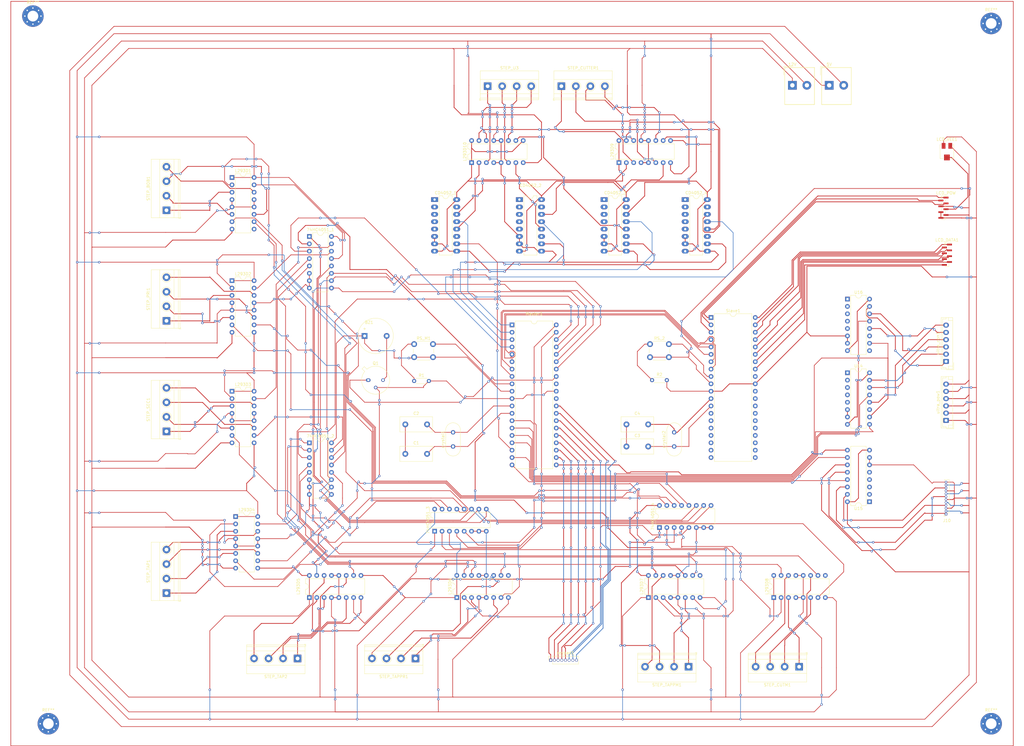
<source format=kicad_pcb>
(kicad_pcb (version 20211014) (generator pcbnew)
  (layers (0 "F.Cu" signal) (31 "B.Cu" signal) (34 "B.Paste" user) (35 "F.Paste" user) (36 "B.SilkS" user "B.Silkscreen") (37 "F.SilkS" user "F.Silkscreen") (38 "B.Mask" user) (39 "F.Mask" user) (44 "Edge.Cuts" user))
  (net 0 "")
  (net 1 "Tape2_IN4")
  (net 2 "TAPM_IN4")
  (net 3 "Step_IN4")
  (net 4 "cut_IN4")
  (net 5 "TAPR_IN4")
  (net 6 "GND")
  (net 7 "DEMUX_Stepper_S3")
  (net 8 "DEMUX_Stepper_S2")
  (net 9 "DEMUX_Stepper_S1")
  (net 10 "Tape1_IN4")
  (net 11 "Bobbin_IN4")
  (net 12 "Pri_IN4")
  (net 13 "Sec_IN4")
  (net 14 "5VCC")
  (net 15 "Tape2_IN3")
  (net 16 "TAPM_IN3")
  (net 17 "Step_IN3")
  (net 18 "cut_IN3")
  (net 19 "TAPR_IN3")
  (net 20 "Tape1_IN3")
  (net 21 "Bobbin_IN3")
  (net 22 "Pri_IN3")
  (net 23 "Sec_IN3")
  (net 24 "Tape2_IN2")
  (net 25 "TAPM_IN2")
  (net 26 "Step_IN2")
  (net 27 "cut_IN2")
  (net 28 "TAPR_IN2")
  (net 29 "Tape1_IN2")
  (net 30 "Bobbin_IN2")
  (net 31 "Pri_IN2")
  (net 32 "Sec_IN2")
  (net 33 "Tape2_IN1")
  (net 34 "TAPM_IN1")
  (net 35 "Step_IN1")
  (net 36 "cut_IN1")
  (net 37 "TAPR_IN1")
  (net 38 "Tape1_IN1")
  (net 39 "Bobbin_IN1")
  (net 40 "Pri_IN1")
  (net 41 "Sec_IN1")
  (net 42 "Net-(BZ1-Pad2)")
  (net 43 "Net-(C1-Pad1)")
  (net 44 "xtal1_M")
  (net 45 "xtal2_M")
  (net 46 "Net-(C3-Pad1)")
  (net 47 "xtal1_S")
  (net 53 "Stepper_demux_selector")
  (net 55 "U3_in_1")
  (net 56 "STEP2_demux_IN1")
  (net 57 "cutROT_in_1")
  (net 65 "U3_in_2")
  (net 66 "STEP2_demux_IN2")
  (net 67 "cutROT_in_2")
  (net 75 "U3_in_3")
  (net 76 "STEP2_demux_IN3")
  (net 77 "cutROT_in_3")
  (net 85 "U3_in_4")
  (net 86 "STEP2_demux_IN4")
  (net 87 "cutROT_in_4")
  (net 89 "12VCC")
  (net 90 "Servo_Parm")
  (net 91 "Servo_Sarm")
  (net 92 "Servo_tape2")
  (net 93 "Servo_tape1")
  (net 94 "key1")
  (net 95 "key2")
  (net 96 "key3")
  (net 97 "key4")
  (net 98 "key5")
  (net 99 "key6")
  (net 100 "key7")
  (net 101 "key8")
  (net 102 "Bobbin_OUT1")
  (net 103 "Bobbin_OUT2")
  (net 104 "Bobbin_OUT3")
  (net 105 "Bobbin_OUT4")
  (net 106 "Pri_out1")
  (net 107 "Pri_out2")
  (net 108 "Pri_out3")
  (net 109 "Pri_out4")
  (net 110 "Sec_out1")
  (net 111 "Sec_out2")
  (net 112 "Sec_out3")
  (net 113 "Sec_out4")
  (net 114 "Tape1_out1")
  (net 115 "Tape1_out2")
  (net 116 "Tape1_out3")
  (net 117 "Tape1_out4")
  (net 118 "Tape2_out1")
  (net 119 "Tape2_out2")
  (net 120 "Tape2_out3")
  (net 121 "Tape2_out4")
  (net 122 "TAPR_out1")
  (net 123 "TAPR_out2")
  (net 124 "TAPR_out3")
  (net 125 "TAPR_out4")
  (net 126 "TAPM_out1")
  (net 127 "TAPM_out2")
  (net 128 "TAPM_out3")
  (net 129 "TAPM_out4")
  (net 130 "cut_out1")
  (net 131 "cut_out2")
  (net 132 "cut_out3")
  (net 133 "cut_out4")
  (net 134 "cutROT_out1")
  (net 135 "cutROT_out2")
  (net 136 "cutROT_out3")
  (net 137 "cutROT_out4")
  (net 138 "U3_out1")
  (net 139 "U3_out2")
  (net 140 "U3_out3")
  (net 141 "U3_out4")
  (net 142 "LCD_D0")
  (net 143 "LCD_D1")
  (net 144 "LCD_D2")
  (net 145 "LCD_D3")
  (net 146 "LCD_D4")
  (net 147 "LCD_D5")
  (net 148 "LCD_D6")
  (net 149 "LCD_D7")
  (net 150 "En")
  (net 151 "RW")
  (net 152 "RS")
  (net 153 "VEE")
  (net 154 "MOSI")
  (net 155 "MISO")
  (net 156 "SCK")
  (net 157 "Reset_M")
  (net 158 "ultra_S1")
  (net 159 "ultra_S2")
  (net 160 "Ultra_mux_input")
  (net 161 "Ultra_demux_input")
  (net 162 "DEMUX_Servo_IN")
  (net 163 "DEMUX_Servo_S1")
  (net 164 "DEMUX_Servo_S2")
  (net 165 "BUZ")
  (net 166 "SS")
  (net 167 "Reset_S")
  (net 168 "xtal2_S")
  (net 188 "U1_Tri")
  (net 189 "U2_Tri")
  (net 190 "U3_Tri")
  (net 202 "U1_Echo")
  (net 203 "U2_Echo")
  (net 204 "U3_Echo")
  (footprint "Capacitor_THT:C_Disc_D11.0mm_W5.0mm_P7.50mm" (layer "F.Cu") (at 654.11 -24.41525)
    (fp_text reference "C2")
    (fp_text value "22 uf")
  )
  (footprint "Potentiometer_SMD:Potentiometer_Bourns_3314J_Vertical" (layer "F.Cu") (at 840.74 -118.39525)
    (fp_text reference "LCD_VEE1")
    (fp_text value "R_Potentiometer")
  )
  (footprint "Buzzer_Beeper:Buzzer_12x9.5RM7.6" (layer "F.Cu") (at 640.08 -54.89525)
    (fp_text reference "BZ1")
    (fp_text value "Buzzer")
  )
  (footprint "MountingHole:MountingHole_3.7mm_Pad_Via" (layer "F.Cu") (at 525.78 -165.1)
    (fp_text reference "REF**")
    (fp_text value "MountingHole_3.7mm_Pad_Via")
  )
  (footprint "Package_DIP:DIP-16_W7.62mm" (layer "F.Cu") (at 806.46 -42.19525)
    (fp_text reference "U14")
    (fp_text value "CD4052B")
  )
  (footprint "Package_DIP:DIP-16_W7.62mm" (layer "F.Cu") (at 595.64 7.34975)
    (fp_text reference "L293D4")
    (fp_text value "L293D")
  )
  (footprint "Package_DIP:DIP-16_W7.62mm_LongPads" (layer "F.Cu") (at 664.195 -101.87025)
    (fp_text reference "CD4052_1")
    (fp_text value "CD4052B")
  )
  (footprint "Connector_JST:JST_EH_B6B-EH-A_1x06_P2.50mm_Vertical" (layer "F.Cu") (at 840.44 -25.78525 90)
    (fp_text reference "ultra_pow1")
    (fp_text value "Conn_01x06_Female")
  )
  (footprint "Package_DIP:DIP-16_W7.62mm" (layer "F.Cu") (at 594.38 -35.83025)
    (fp_text reference "L293D3")
    (fp_text value "L293D")
  )
  (footprint "Package_DIP:DIP-16_W7.62mm" (layer "F.Cu") (at 727.725 -114.59525 90)
    (fp_text reference "L293D9")
    (fp_text value "L293D")
  )
  (footprint "TerminalBlock_Phoenix:TerminalBlock_Phoenix_MKDS-1,5-4_1x04_P5.00mm_Horizontal" (layer "F.Cu") (at 707.88 -140.95025)
    (fp_text reference "STEP_CUTTER1")
    (fp_text value "Screw_Terminal_01x04")
  )
  (footprint "Crystal:Crystal_HC49-4H_Vertical" (layer "F.Cu") (at 670.56 -16.79525 90)
    (fp_text reference "crystal1")
    (fp_text value "16Mhz")
  )
  (footprint "Connector_PinSocket_1.00mm:PinSocket_1x12_P1.00mm_Vertical" (layer "F.Cu") (at 840.425 6.48475 180)
    (fp_text reference "J10")
    (fp_text value "Servo")
  )
  (footprint "MountingHole:MountingHole_3.7mm_Pad_Via" (layer "F.Cu") (at 855.98 -162.56)
    (fp_text reference "REF**")
    (fp_text value "MountingHole_3.7mm_Pad_Via")
  )
  (footprint "Package_DIP:DIP-16_W7.62mm" (layer "F.Cu") (at 594.38 -109.49025)
    (fp_text reference "L293D1")
    (fp_text value "L293D")
  )
  (footprint "Connector_PinSocket_1.27mm:PinSocket_1x08_P1.27mm_Vertical" (layer "F.Cu") (at 704.21 56.83975 90)
    (fp_text reference "keypad1")
    (fp_text value "Conn_01x08_Female")
  )
  (footprint "Package_DIP:DIP-40_W15.24mm" (layer "F.Cu") (at 759.455 -61.24025)
    (fp_text reference "Slave1")
    (fp_text value "ATmega32-16P")
  )
  (footprint "Package_DIP:DIP-16_W7.62mm" (layer "F.Cu") (at 671.845 35.26475 90)
    (fp_text reference "L293D6")
    (fp_text value "L293D")
  )
  (footprint "Capacitor_THT:C_Disc_D11.0mm_W5.0mm_P7.50mm" (layer "F.Cu") (at 730.31 -16.79525)
    (fp_text reference "C3")
    (fp_text value "22 uf")
  )
  (footprint "TerminalBlock_Phoenix:TerminalBlock_Phoenix_MKDS-1,5-4_1x04_P5.00mm_Horizontal" (layer "F.Cu") (at 571.805 -98.19525 90)
    (fp_text reference "STEP_BOB1")
    (fp_text value "Screw_Terminal_01x04")
  )
  (footprint "MountingHole:MountingHole_3.7mm_Pad_Via" (layer "F.Cu") (at 855.98 78.74)
    (fp_text reference "REF**")
    (fp_text value "MountingHole_3.7mm_Pad_Via")
  )
  (footprint "MountingHole:MountingHole_3.7mm_Pad_Via" (layer "F.Cu") (at 531.095 78.74)
    (fp_text reference "REF**")
    (fp_text value "MountingHole_3.7mm_Pad_Via")
  )
  (footprint "Package_DIP:DIP-16_W7.62mm_LongPads" (layer "F.Cu") (at 722.615 -101.87025)
    (fp_text reference "CD4052_3")
    (fp_text value "CD4052B")
  )
  (footprint "Crystal:Crystal_HC49-4H_Vertical" (layer "F.Cu") (at 746.76 -16.79525 90)
    (fp_text reference "crystal2")
    (fp_text value "16Mhz")
  )
  (footprint "Package_DIP:DIP-16_W7.62mm" (layer "F.Cu") (at 806.46 -67.59525)
    (fp_text reference "U16")
    (fp_text value "CD4052B")
  )
  (footprint "Package_DIP:DIP-16_W7.62mm" (layer "F.Cu") (at 737.885 35.26475 90)
    (fp_text reference "L293D7")
    (fp_text value "L293D")
  )
  (footprint "Capacitor_THT:C_Disc_D11.0mm_W5.0mm_P7.50mm" (layer "F.Cu") (at 654.11 -14.25525)
    (fp_text reference "C1")
    (fp_text value "22 uf")
  )
  (footprint "Capacitor_THT:C_Disc_D11.0mm_W5.0mm_P7.50mm" (layer "F.Cu") (at 730.31 -24.41525)
    (fp_text reference "C4")
    (fp_text value "22 uf")
  )
  (footprint "TerminalBlock_Altech:Altech_AK300_1x02_P5.00mm_45-Degree" (layer "F.Cu") (at 800.18 -141.25525)
    (fp_text reference "5V")
    (fp_text value "5V")
  )
  (footprint "Resistor_THT:R_Axial_DIN0204_L3.6mm_D1.6mm_P5.08mm_Horizontal" (layer "F.Cu") (at 739.14 -39.65525)
    (fp_text reference "R2")
    (fp_text value "1k")
  )
  (footprint "Package_DIP:DIP-16_W7.62mm" (layer "F.Cu") (at 621.04 -89.17025)
    (fp_text reference "74HC4051_1")
    (fp_text value "74HCT4051")
  )
  (footprint "Connector_JST:JST_EH_B6B-EH-A_1x06_P2.50mm_Vertical" (layer "F.Cu") (at 840.44 -46.10525 90)
    (fp_text reference "ultra_con1")
    (fp_text value "Conn_01x06_Female")
  )
  (footprint "Package_DIP:DIP-16_W7.62mm" (layer "F.Cu") (at 664.225 12.40475 90)
    (fp_text reference "74HC4051_3")
    (fp_text value "74HCT4051")
  )
  (footprint "TerminalBlock_Altech:Altech_AK300_1x02_P5.00mm_45-Degree" (layer "F.Cu") (at 787.48 -141.25525)
    (fp_text reference "12V")
    (fp_text value "12V")
  )
  (footprint "Connector_PinHeader_1.00mm:PinHeader_1x08_P1.00mm_Vertical_SMD_Pin1Right" (layer "F.Cu") (at 840.74 -82.87525)
    (fp_text reference "LCD_DATA1")
    (fp_text value "Conn_01x08_Female")
  )
  (footprint "Button_Switch_THT:SW_PUSH_6mm_H7.3mm" (layer "F.Cu") (at 738.43 -52.06525)
    (fp_text reference "RS_2")
    (fp_text value "SW_Push")
  )
  (footprint "Connector_PinHeader_1.00mm:PinHeader_1x08_P1.00mm_Vertical_SMD_Pin1Right" (layer "F.Cu") (at 839.537984 -99.06)
    (fp_text reference "LCD_POW")
    (fp_text value "Conn_01x08_Female")
  )
  (footprint "TerminalBlock_Phoenix:TerminalBlock_Phoenix_MKDS-1,5-4_1x04_P5.00mm_Horizontal" (layer "F.Cu") (at 789.82 59.09975 180)
    (fp_text reference "STEP_CUTM1")
    (fp_text value "Screw_Terminal_01x04")
  )
  (footprint "TerminalBlock_Phoenix:TerminalBlock_Phoenix_MKDS-1,5-4_1x04_P5.00mm_Horizontal" (layer "F.Cu") (at 571.805 -21.99525 90)
    (fp_text reference "STEP_SEC1")
    (fp_text value "Screw_Terminal_01x04")
  )
  (footprint "Package_DIP:DIP-16_W7.62mm" (layer "F.Cu") (at 676.955 -114.59525 90)
    (fp_text reference "L293D10")
    (fp_text value "L293D")
  )
  (footprint "TerminalBlock_Phoenix:TerminalBlock_Phoenix_MKDS-1,5-4_1x04_P5.00mm_Horizontal" (layer "F.Cu") (at 657.62 56.25475 180)
    (fp_text reference "STEP_TAPPR1")
    (fp_text value "Screw_Terminal_01x04")
  )
  (footprint "TerminalBlock_Phoenix:TerminalBlock_Phoenix_MKDS-1,5-4_1x04_P5.00mm_Horizontal" (layer "F.Cu") (at 682.48 -140.95025)
    (fp_text reference "STEP_U3")
    (fp_text value "Screw_Terminal_01x04")
  )
  (footprint "TerminalBlock_Phoenix:TerminalBlock_Phoenix_MKDS-1,5-4_1x04_P5.00mm_Horizontal" (layer "F.Cu") (at 571.805 33.72475 90)
    (fp_text reference "STEP_TAP1")
    (fp_text value "Screw_Terminal_01x04")
  )
  (footprint "Package_TO_SOT_THT:TO-39-3_Window" (layer "F.Cu") (at 641.34 -39.65525)
    (fp_text reference "Q1")
    (fp_text value "2N3055")
  )
  (footprint "Package_DIP:DIP-16_W7.62mm" (layer "F.Cu") (at 741.68 11.14475 90)
    (fp_text reference "74HC4051_4")
    (fp_text value "74HCT4051")
  )
  (footprint "Package_DIP:DIP-40_W15.24mm" (layer "F.Cu") (at 690.875 -58.70025)
    (fp_text reference "Master1")
    (fp_text value "ATmega32-16P")
  )
  (footprint "Package_DIP:DIP-16_W7.62mm" (layer "F.Cu") (at 621.04 -18.05025)
    (fp_text reference "74HC4051_2")
    (fp_text value "74HCT4051")
  )
  (footprint "Package_DIP:DIP-16_W7.62mm" (layer "F.Cu") (at 814.06 2.23975 180)
    (fp_text reference "U15")
    (fp_text value "CD4052B")
  )
  (footprint "Package_DIP:DIP-16_W7.62mm_LongPads" (layer "F.Cu") (at 750.555 -101.87025)
    (fp_text reference "CD4052_4")
    (fp_text value "CD4052B")
  )
  (footprint "Package_DIP:DIP-16_W7.62mm" (layer "F.Cu") (at 621.045 35.26475 90)
    (fp_text reference "L293D5")
    (fp_text value "L293D")
  )
  (footprint "Button_Switch_THT:SW_PUSH_6mm_H7.3mm" (layer "F.Cu") (at 657.15 -52.06525)
    (fp_text reference "RS_M1")
    (fp_text value "SW_Push")
  )
  (footprint "Package_DIP:DIP-16_W7.62mm_LongPads" (layer "F.Cu") (at 693.42 -101.87025)
    (fp_text reference "CD4052_2")
    (fp_text value "CD4052B")
  )
  (footprint "Resistor_THT:R_Axial_DIN0204_L3.6mm_D1.6mm_P5.08mm_Horizontal" (layer "F.Cu") (at 657.15 -39.36525)
    (fp_text reference "R1")
    (fp_text value "1k")
  )
  (footprint "TerminalBlock_Phoenix:TerminalBlock_Phoenix_MKDS-1,5-4_1x04_P5.00mm_Horizontal" (layer "F.Cu") (at 571.805 -60.09525 90)
    (fp_text reference "STEP_PRI1")
    (fp_text value "Screw_Terminal_01x04")
  )
  (footprint "TerminalBlock_Phoenix:TerminalBlock_Phoenix_MKDS-1,5-4_1x04_P5.00mm_Horizontal" (layer "F.Cu") (at 751.72 59.09975 180)
    (fp_text reference "STEP_TAPPM1")
    (fp_text value "Screw_Terminal_01x04")
  )
  (footprint "Package_DIP:DIP-16_W7.62mm" (layer "F.Cu") (at 781.065 35.26475 90)
    (fp_text reference "L293D8")
    (fp_text value "L293D")
  )
  (footprint "Package_DIP:DIP-16_W7.62mm" (layer "F.Cu") (at 594.38 -73.93025)
    (fp_text reference "L293D2")
    (fp_text value "L293D")
  )
  (footprint "TerminalBlock_Phoenix:TerminalBlock_Phoenix_MKDS-1,5-4_1x04_P5.00mm_Horizontal" (layer "F.Cu") (at 616.98 56.25475 180)
    (fp_text reference "STEP_TAP2")
    (fp_text value "Screw_Terminal_01x04")
  )
  (gr_line (start 863.6 86.36) (end 863.6 -170.18) (layer "F.Cu") (width 0.2))
  (gr_line (start 518.16 86.36) (end 863.6 86.36) (layer "F.Cu") (width 0.2))
  (gr_line (start 863.6 -170.18) (end 518.16 -170.18) (layer "F.Cu") (width 0.2))
  (gr_line (start 518.16 -170.18) (end 518.16 86.36) (layer "F.Cu") (width 0.2))
  (segment (start 623.71597 -65.05525) (end 622.72452 -64.0638) (width 0.25) (layer "F.Cu") (net 1))
  (segment (start 624.84 -82.13575) (end 624.84 -75.790612) (width 0.25) (layer "F.Cu") (net 1))
  (segment (start 625.577922 11.922214) (end 624.115489 13.384647) (width 0.25) (layer "F.Cu") (net 1))
  (segment (start 625.049306 -83.744056) (end 624.84 -83.53475) (width 0.25) (layer "F.Cu") (net 1))
  (segment (start 622.72452 -6.806092) (end 624.94324 -4.587372) (width 0.25) (layer "F.Cu") (net 1))
  (segment (start 625.617464 11.922214) (end 625.577922 11.922214) (width 0.25) (layer "F.Cu") (net 1))
  (segment (start 622.3 8.60475) (end 624.345378 10.650128) (width 0.25) (layer "F.Cu") (net 1))
  (segment (start 624.41048 -85.79977) (end 624.68546 -85.79977) (width 0.25) (layer "F.Cu") (net 1))
  (segment (start 625.049306 -84.67575) (end 625.049306 -83.744056) (width 0.25) (layer "F.Cu") (net 1))
  (segment (start 624.062536 22.082214) (end 622.72452 23.42023) (width 0.25) (layer "F.Cu") (net 1))
  (segment (start 624.115489 16.485989) (end 626.887125 19.257625) (width 0.25) (layer "F.Cu") (net 1))
  (segment (start 623.71597 -74.666582) (end 623.71597 -70.13525) (width 0.25) (layer "F.Cu") (net 1))
  (segment (start 624.552319 -75.502931) (end 623.71597 -74.666582) (width 0.25) (layer "F.Cu") (net 1))
  (segment (start 622.72452 -64.0638) (end 622.72452 -32.03525) (width 0.25) (layer "F.Cu") (net 1))
  (segment (start 622.3 23.42023) (end 622.3 23.14525) (width 0.25) (layer "F.Cu") (net 1))
  (segment (start 622.72452 -32.03525) (end 622.72452 -23.690727) (width 0.25) (layer "F.Cu") (net 1))
  (segment (start 622.3 -4.09525) (end 622.3 7.127786) (width 0.25) (layer "F.Cu") (net 1))
  (segment (start 622.72452 23.42023) (end 622.3 23.42023) (width 0.25) (layer "F.Cu") (net 1))
  (segment (start 624.115489 13.384647) (end 624.115489 16.485989) (width 0.25) (layer "F.Cu") (net 1))
  (segment (start 622.9995 -15.242872) (end 622.72452 -14.967892) (width 0.25) (layer "F.Cu") (net 1))
  (segment (start 623.71597 -70.13525) (end 623.71597 -65.05525) (width 0.25) (layer "F.Cu") (net 1))
  (segment (start 624.84 -75.790612) (end 624.552319 -75.502931) (width 0.25) (layer "F.Cu") (net 1))
  (segment (start 622.72452 -14.967892) (end 622.72452 -6.806092) (width 0.25) (layer "F.Cu") (net 1))
  (segment (start 624.94324 -4.587372) (end 625.332122 -4.587372) (width 0.25) (layer "F.Cu") (net 1))
  (segment (start 622.72452 -23.690727) (end 623.840497 -22.57475) (width 0.25) (layer "F.Cu") (net 1))
  (segment (start 624.68546 -85.79977) (end 624.41048 -86.07475) (width 0.25) (layer "F.Cu") (net 1))
  (segment (start 621.04 -89.17025) (end 624.41048 -85.79977) (width 0.25) (layer "F.Cu") (net 1))
  (via (at 625.049306 -84.67575) (size 0.8) (drill 0.4) (layers "F.Cu" "B.Cu") (net 1))
  (via (at 624.345378 10.650128) (size 0.8) (drill 0.4) (layers "F.Cu" "B.Cu") (net 1))
  (via (at 622.3 8.60475) (size 0.8) (drill 0.4) (layers "F.Cu" "B.Cu") (net 1))
  (via (at 624.84 -83.53475) (size 0.8) (drill 0.4) (layers "F.Cu" "B.Cu") (net 1))
  (via (at 624.84 -82.13575) (size 0.8) (drill 0.4) (layers "F.Cu" "B.Cu") (net 1))
  (via (at 622.3 -4.09525) (size 0.8) (drill 0.4) (layers "F.Cu" "B.Cu") (net 1))
  (via (at 622.3 23.14525) (size 0.8) (drill 0.4) (layers "F.Cu" "B.Cu") (net 1))
  (via (at 624.41048 -86.07475) (size 0.8) (drill 0.4) (layers "F.Cu" "B.Cu") (net 1))
  (via (at 625.332122 -4.587372) (size 0.8) (drill 0.4) (layers "F.Cu" "B.Cu") (net 1))
  (via (at 624.062536 22.082214) (size 0.8) (drill 0.4) (layers "F.Cu" "B.Cu") (net 1))
  (via (at 625.617464 11.922214) (size 0.8) (drill 0.4) (layers "F.Cu" "B.Cu") (net 1))
  (via (at 623.840497 -22.57475) (size 0.8) (drill 0.4) (layers "F.Cu" "B.Cu") (net 1))
  (via (at 626.887125 19.257625) (size 0.8) (drill 0.4) (layers "F.Cu" "B.Cu") (net 1))
  (via (at 622.9995 -15.242872) (size 0.8) (drill 0.4) (layers "F.Cu" "B.Cu") (net 1))
  (via (at 622.3 7.127786) (size 0.8) (drill 0.4) (layers "F.Cu" "B.Cu") (net 1))
  (segment (start 623.840497 -16.083869) (end 622.9995 -15.242872) (width 0.25) (layer "B.Cu") (net 1))
  (segment (start 624.84 -4.09525) (end 622.3 -4.09525) (width 0.25) (layer "B.Cu") (net 1))
  (segment (start 624.84 -83.53475) (end 624.84 -82.13575) (width 0.25) (layer "B.Cu") (net 1))
  (segment (start 624.41048 -85.314576) (end 625.049306 -84.67575) (width 0.25) (layer "B.Cu") (net 1))
  (segment (start 622.3 7.127786) (end 622.3 8.60475) (width 0.25) (layer "B.Cu") (net 1))
  (segment (start 624.345378 10.650128) (end 625.617464 11.922214) (width 0.25) (layer "B.Cu") (net 1))
  (segment (start 624.41048 -86.07475) (end 624.41048 -85.314576) (width 0.25) (layer "B.Cu") (net 1))
  (segment (start 625.332122 -4.587372) (end 624.84 -4.09525) (width 0.25) (layer "B.Cu") (net 1))
  (segment (start 623.840497 -22.57475) (end 623.840497 -16.083869) (width 0.25) (layer "B.Cu") (net 1))
  (segment (start 626.887125 19.257625) (end 624.062536 22.082214) (width 0.25) (layer "B.Cu") (net 1))
  (segment (start 623.585 24.43025) (end 623.585 27.64475) (width 0.25) (layer "B.Cu") (net 1))
  (segment (start 622.3 23.14525) (end 623.585 24.43025) (width 0.25) (layer "B.Cu") (net 1))
  (segment (start 730.8205 18.06525) (end 723.9 11.14475) (width 0.25) (layer "F.Cu") (net 2))
  (segment (start 619.76 -92.99525) (end 617.22 -90.45525) (width 0.25) (layer "F.Cu") (net 2))
  (segment (start 739.14 23.14525) (end 739.14 22.00425) (width 0.25) (layer "F.Cu") (net 2))
  (segment (start 739.14 18.06525) (end 730.8205 18.06525) (width 0.25) (layer "F.Cu") (net 2))
  (segment (start 618.505 -86.63025) (end 621.04 -86.63025) (width 0.25) (layer "F.Cu") (net 2))
  (segment (start 647.66463 -77.75525) (end 645.16 -77.75525) (width 0.25) (layer "F.Cu") (net 2))
  (segment (start 678.18 -1.55525) (end 678.18 -18.346006) (width 0.25) (layer "F.Cu") (net 2))
  (segment (start 627.38 -92.99525) (end 619.76 -92.99525) (width 0.25) (layer "F.Cu") (net 2))
  (segment (start 630.502684 -93.577934) (end 630.697125 -93.772375) (width 0.25) (layer "F.Cu") (net 2))
  (segment (start 691.5795 1.68425) (end 678.18 1.68425) (width 0.25) (layer "F.Cu") (net 2))
  (segment (start 723.9 7.90525) (end 722.0595 6.06475) (width 0.25) (layer "F.Cu") (net 2))
  (segment (start 635 -77.75525) (end 635 -89.080617) (width 0.25) (layer "F.Cu") (net 2))
  (segment (start 740.425 27.64475) (end 740.425 26.27877) (width 0.25) (layer "F.Cu") (net 2))
  (segment (start 678.18 -18.346006) (end 681.214622 -21.380628) (width 0.25) (layer "F.Cu") (net 2))
  (segment (start 722.0595 6.06475) (end 701.7395 6.06475) (width 0.25) (layer "F.Cu") (net 2))
  (segment (start 740.425 26.27877) (end 739.14 24.99377) (width 0.25) (layer "F.Cu") (net 2))
  (segment (start 617.22 -87.91525) (end 618.505 -86.63025) (width 0.25) (layer "F.Cu") (net 2))
  (segment (start 635 -89.080617) (end 630.502684 -93.577934) (width 0.25) (layer "F.Cu") (net 2))
  (segment (start 739.14 20.20525) (end 739.14 19.46425) (width 0.25) (layer "F.Cu") (net 2))
  (segment (start 645.16 -77.75525) (end 635 -77.75525) (width 0.25) (layer "F.Cu") (net 2))
  (segment (start 617.22 -90.45525) (end 617.22 -87.91525) (width 0.25) (layer "F.Cu") (net 2))
  (segment (start 680.68463 -44.73525) (end 647.66463 -77.75525) (width 0.25) (layer "F.Cu") (net 2))
  (segment (start 680.72 -44.73525) (end 680.68463 -44.73525) (width 0.25) (layer "F.Cu") (net 2))
  (segment (start 695.96 6.06475) (end 691.5795 1.68425) (width 0.25) (layer "F.Cu") (net 2))
  (via (at 681.214622 -21.380628) (size 0.8) (drill 0.4) (layers "F.Cu" "B.Cu") (net 2))
  (via (at 739.14 24.99377) (size 0.8) (drill 0.4) (layers "F.Cu" "B.Cu") (net 2))
  (via (at 739.14 18.06525) (size 0.8) (drill 0.4) (layers "F.Cu" "B.Cu") (net 2))
  (via (at 701.7395 6.06475) (size 0.8) (drill 0.4) (layers "F.Cu" "B.Cu") (net 2))
  (via (at 723.9 11.14475) (size 0.8) (drill 0.4) (layers "F.Cu" "B.Cu") (net 2))
  (via (at 678.18 -1.55525) (size 0.8) (drill 0.4) (layers "F.Cu" "B.Cu") (net 2))
  (via (at 678.18 1.68425) (size 0.8) (drill 0.4) (layers "F.Cu" "B.Cu") (net 2))
  (via (at 739.14 20.20525) (size 0.8) (drill 0.4) (layers "F.Cu" "B.Cu") (net 2))
  (via (at 630.697125 -93.772375) (size 0.8) (drill 0.4) (layers "F.Cu" "B.Cu") (net 2))
  (via (at 627.38 -92.99525) (size 0.8) (drill 0.4) (layers "F.Cu" "B.Cu") (net 2))
  (via (at 739.14 19.46425) (size 0.8) (drill 0.4) (layers "F.Cu" "B.Cu") (net 2))
  (via (at 739.14 22.00425) (size 0.8) (drill 0.4) (layers "F.Cu" "B.Cu") (net 2))
  (via (at 723.9 7.90525) (size 0.8) (drill 0.4) (layers "F.Cu" "B.Cu") (net 2))
  (via (at 739.14 23.14525) (size 0.8) (drill 0.4) (layers "F.Cu" "B.Cu") (net 2))
  (via (at 680.72 -44.73525) (size 0.8) (drill 0.4) (layers "F.Cu" "B.Cu") (net 2))
  (via (at 695.96 6.06475) (size 0.8) (drill 0.4) (layers "F.Cu" "B.Cu") (net 2))
  (segment (start 681.214622 -21.380628) (end 680.72 -21.87525) (width 0.25) (layer "B.Cu") (net 2))
  (segment (start 739.14 24.99377) (end 739.14 23.14525) (width 0.25) (layer "B.Cu") (net 2))
  (segment (start 739.14 22.00425) (end 739.14 20.20525) (width 0.25) (layer "B.Cu") (net 2))
  (segment (start 678.18 1.68425) (end 678.18 -1.55525) (width 0.25) (layer "B.Cu") (net 2))
  (segment (start 701.7395 6.06475) (end 698.5 6.06475) (width 0.25) (layer "B.Cu") (net 2))
  (segment (start 698.5 6.06475) (end 695.96 6.06475) (width 0.25) (layer "B.Cu") (net 2))
  (segment (start 629.92 -92.99525) (end 627.38 -92.99525) (width 0.25) (layer "B.Cu") (net 2))
  (segment (start 739.14 19.46425) (end 739.14 18.06525) (width 0.25) (layer "B.Cu") (net 2))
  (segment (start 630.697125 -93.772375) (end 629.92 -92.99525) (width 0.25) (layer "B.Cu") (net 2))
  (segment (start 723.9 11.14475) (end 723.9 7.90525) (width 0.25) (layer "B.Cu") (net 2))
  (segment (start 680.72 -21.87525) (end 680.72 -44.73525) (width 0.25) (layer "B.Cu") (net 2))
  (segment (start 640.08 -95.53525) (end 629.92 -95.53525) (width 0.2) (layer "F.Cu") (net 3))
  (segment (start 713.74 -58.70525) (end 713.74 -61.41623) (width 0.2) (layer "F.Cu") (net 3))
  (segment (start 678.466123 -68.29837) (end 677.328743 -69.43575) (width 0.2) (layer "F.Cu") (net 3))
  (segment (start 621.04 -84.09025) (end 615.965 -84.09025) (width 0.2) (layer "F.Cu") (net 3))
  (segment (start 677.328743 -69.43575) (end 665.48 -69.43575) (width 0.2) (layer "F.Cu") (net 3))
  (segment (start 706.115 -51.08025) (end 713.74 -58.70525) (width 0.2) (layer "F.Cu") (net 3))
  (segment (start 617.22 -95.53525) (end 624.84 -95.53525) (width 0.2) (layer "F.Cu") (net 3))
  (segment (start 614.68 -85.37525) (end 614.68 -92.99525) (width 0.2) (layer "F.Cu") (net 3))
  (segment (start 657.86 -77.75525) (end 640.08 -95.53525) (width 0.2) (layer "F.Cu") (net 3))
  (segment (start 710.200497 -68.594753) (end 686.4995 -68.594753) (width 0.2) (layer "F.Cu") (net 3))
  (segment (start 614.68 -92.99525) (end 617.22 -95.53525) (width 0.2) (layer "F.Cu") (net 3))
  (segment (start 615.965 -84.09025) (end 614.68 -85.37525) (width 0.2) (layer "F.Cu") (net 3))
  (segment (start 713.74 -65.05525) (end 710.200497 -68.594753) (width 0.2) (layer "F.Cu") (net 3))
  (via (at 665.48 -69.43575) (size 0.8) (drill 0.4) (layers "F.Cu" "B.Cu") (net 3))
  (via (at 624.84 -95.53525) (size 0.8) (drill 0.4) (layers "F.Cu" "B.Cu") (net 3))
  (via (at 713.74 -61.41623) (size 0.8) (drill 0.4) (layers "F.Cu" "B.Cu") (net 3))
  (via (at 629.92 -95.53525) (size 0.8) (drill 0.4) (layers "F.Cu" "B.Cu") (net 3))
  (via (at 678.466123 -68.29837) (size 0.8) (drill 0.4) (layers "F.Cu" "B.Cu") (net 3))
  (via (at 686.4995 -68.594753) (size 0.8) (drill 0.4) (layers "F.Cu" "B.Cu") (net 3))
  (via (at 686.4995 -68.594753) (size 0.8) (drill 0.4) (layers "F.Cu" "B.Cu") (net 3))
  (via (at 657.86 -77.75525) (size 0.8) (drill 0.4) (layers "F.Cu" "B.Cu") (net 3))
  (via (at 713.74 -65.05525) (size 0.8) (drill 0.4) (layers "F.Cu" "B.Cu") (net 3))
  (segment (start 713.74 -61.41623) (end 713.74 -65.05525) (width 0.2) (layer "B.Cu") (net 3))
  (segment (start 624.84 -95.53525) (end 629.92 -95.53525) (width 0.2) (layer "B.Cu") (net 3))
  (segment (start 686.203117 -68.29837) (end 678.466123 -68.29837) (width 0.2) (layer "B.Cu") (net 3))
  (segment (start 665.48 -69.43575) (end 665.48 -70.13525) (width 0.2) (layer "B.Cu") (net 3))
  (segment (start 686.4995 -68.594753) (end 686.203117 -68.29837) (width 0.2) (layer "B.Cu") (net 3))
  (segment (start 665.48 -70.13525) (end 657.86 -77.75525) (width 0.2) (layer "B.Cu") (net 3))
  (segment (start 614.68 11.14475) (end 627.38 23.84475) (width 0.2) (layer "F.Cu") (net 4))
  (segment (start 627.38 23.84475) (end 782.32 23.84475) (width 0.2) (layer "F.Cu") (net 4))
  (segment (start 783.605 25.12975) (end 783.605 27.64475) (width 0.2) (layer "F.Cu") (net 4))
  (segment (start 609.99952 -70.50977) (end 609.99952 -37.51477) (width 0.2) (layer "F.Cu") (net 4))
  (segment (start 609.99952 -37.51477) (end 609.99952 6.46427) (width 0.2) (layer "F.Cu") (net 4))
  (segment (start 621.04 -81.55025) (end 609.99952 -70.50977) (width 0.2) (layer "F.Cu") (net 4))
  (segment (start 782.32 23.84475) (end 783.605 25.12975) (width 0.2) (layer "F.Cu") (net 4))
  (segment (start 609.99952 6.46427) (end 612.14 8.60475) (width 0.2) (layer "F.Cu") (net 4))
  (via (at 614.68 11.14475) (size 0.8) (drill 0.4) (layers "F.Cu" "B.Cu") (net 4))
  (via (at 612.14 8.60475) (size 0.8) (drill 0.4) (layers "F.Cu" "B.Cu") (net 4))
  (segment (start 612.14 8.60475) (end 614.68 11.14475) (width 0.2) (layer "B.Cu") (net 4))
  (segment (start 674.385 25.79925) (end 674.385 27.64475) (width 0.2) (layer "F.Cu") (net 5))
  (segment (start 627.545486 23.44523) (end 675.34002 23.44523) (width 0.2) (layer "F.Cu") (net 5))
  (segment (start 621.04 -79.01025) (end 610.39904 -68.36929) (width 0.2) (layer "F.Cu") (net 5))
  (segment (start 612.839511 7.905239) (end 612.846755 7.897995) (width 0.2) (layer "F.Cu") (net 5))
  (segment (start 616.09351 11.993254) (end 627.545486 23.44523) (width 0.2) (layer "F.Cu") (net 5))
  (segment (start 616.09351 11.14475) (end 616.09351 11.993254) (width 0.2) (layer "F.Cu") (net 5))
  (segment (start 612.839511 -65.154779) (end 612.839511 7.905239) (width 0.2) (layer "F.Cu") (net 5))
  (segment (start 610.39904 -68.36929) (end 610.39904 -67.59525) (width 0.2) (layer "F.Cu") (net 5))
  (segment (start 610.39904 -67.59525) (end 612.839511 -65.154779) (width 0.2) (layer "F.Cu") (net 5))
  (segment (start 675.64 24.54425) (end 674.385 25.79925) (width 0.2) (layer "F.Cu") (net 5))
  (segment (start 612.839511 8.894498) (end 612.63463 9.099379) (width 0.2) (layer "F.Cu") (net 5))
  (segment (start 675.34002 23.44523) (end 675.64 23.14525) (width 0.2) (layer "F.Cu") (net 5))
  (via (at 675.64 23.14525) (size 0.8) (drill 0.4) (layers "F.Cu" "B.Cu") (net 5))
  (via (at 616.09351 11.14475) (size 0.8) (drill 0.4) (layers "F.Cu" "B.Cu") (net 5))
  (via (at 612.846755 7.897995) (size 0.8) (drill 0.4) (layers "F.Cu" "B.Cu") (net 5))
  (via (at 675.64 24.54425) (size 0.8) (drill 0.4) (layers "F.Cu" "B.Cu") (net 5))
  (segment (start 675.64 23.14525) (end 675.64 24.54425) (width 0.2) (layer "B.Cu") (net 5))
  (segment (start 612.846755 7.897995) (end 616.09351 11.14475) (width 0.2) (layer "B.Cu") (net 5))
  (segment (start 621.04 -2.81025) (end 621.04 -0.27025) (width 0.2) (layer "F.Cu") (net 6))
  (segment (start 840.425 -4.51525) (end 842.86 -4.51525) (width 0.2) (layer "F.Cu") (net 6))
  (segment (start 623.0245 4.24925) (end 623.0245 3.52475) (width 0.2) (layer "F.Cu") (net 6))
  (segment (start 581.78 -90.57525) (end 589.28 -98.07525) (width 0.2) (layer "F.Cu") (net 6))
  (segment (start 669.305 -84.09025) (end 671.815 -84.09025) (width 0.25) (layer "F.Cu") (net 6))
  (segment (start 671.2845 48.52025) (end 665.48 48.52025) (width 0.2) (layer "F.Cu") (net 6))
  (segment (start 675.64 -156.49525) (end 675.64 -154.65475) (width 0.2) (layer "F.Cu") (net 6))
  (segment (start 685.50002 -131.51977) (end 685.8 -131.81975) (width 0.2) (layer "F.Cu") (net 6))
  (segment (start 736.6 -156.49525) (end 736.6 -154.65475) (width 0.2) (layer "F.Cu") (net 6))
  (segment (start 602 -66.31025) (end 607.6155 -66.31025) (width 0.2) (layer "F.Cu") (net 6))
  (segment (start 777.24 -156.49525) (end 736.6 -156.49525) (width 0.2) (layer "F.Cu") (net 6))
  (segment (start 736.6 -125.29075) (end 735.345 -124.03575) (width 0.2) (layer "F.Cu") (net 6))
  (segment (start 543.56 -11.71525) (end 545.4005 -11.71525) (width 0.2) (layer "F.Cu") (net 6))
  (segment (start 592.532299 -98.387549) (end 593.437299 -98.387549) (width 0.2) (layer "F.Cu") (net 6))
  (segment (start 548.64 -90.45525) (end 548.76 -90.57525) (width 0.2) (layer "F.Cu") (net 6))
  (segment (start 754.38 39.08475) (end 756.2205 40.92525) (width 0.2) (layer "F.Cu") (net 6))
  (segment (start 735.7 -135.25975) (end 736.6 -134.35975) (width 0.2) (layer "F.Cu") (net 6))
  (segment (start 684.575 -124.06575) (end 684.575 -122.21525) (width 0.2) (layer "F.Cu") (net 6))
  (segment (start 594.38 -66.31025) (end 594.38 -63.77025) (width 0.2) (layer "F.Cu") (net 6))
  (segment (start 849.0595 -32.03525) (end 850.9 -32.03525) (width 0.25) (layer "F.Cu") (net 6))
  (segment (start 762 -82.83525) (end 760.745 -84.09025) (width 0.25) (layer "F.Cu") (net 6))
  (segment (start 693.42 -89.17025) (end 693.42 -86.63025) (width 0.25) (layer "F.Cu") (net 6))
  (segment (start 628.665 35.26475) (end 631.205 35.26475) (width 0.2) (layer "F.Cu") (net 6))
  (segment (start 675.64 -151.41525) (end 675.995 -151.06025) (width 0.2) (layer "F.Cu") (net 6))
  (segment (start 593.075 -28.21025) (end 591.82 -26.95525) (width 0.2) (layer "F.Cu") (net 6))
  (segment (start 843.28 -4.09525) (end 843.28 -1.55525) (width 0.2) (layer "F.Cu") (net 6))
  (segment (start 698.5 -85.37525) (end 699.785 -84.09025) (width 0.25) (layer "F.Cu") (net 6))
  (segment (start 548.64 6.06475) (end 548.8 5.90475) (width 0.2) (layer "F.Cu") (net 6))
  (segment (start 621.5755 3.52475) (end 621.04 2.98925) (width 0.2) (layer "F.Cu") (net 6))
  (segment (start 665.36 50.08925) (end 665.36 56.55975) (width 0.2) (layer "F.Cu") (net 6))
  (segment (start 548.64 -52.35525) (end 548.76 -52.47525) (width 0.2) (layer "F.Cu") (net 6))
  (segment (start 849.0595 0.98475) (end 850.9 0.98475) (width 0.25) (layer "F.Cu") (net 6))
  (segment (start 843.28 3.52475) (end 842.32 4.48475) (width 0.25) (layer "F.Cu") (net 6))
  (segment (start 843.28 0.98475) (end 843.28 3.52475) (width 0.25) (layer "F.Cu") (net 6))
  (segment (start 579.12 -14.25525) (end 579 -14.37525) (width 0.2) (layer "F.Cu") (net 6))
  (segment (start 744.22 -39.65525) (end 744.22 -37.11525) (width 0.2) (layer "F.Cu") (net 6))
  (segment (start 759.46 74.64475) (end 795.02 74.64475) (width 0.2) (layer "F.Cu") (net 6))
  (segment (start 629.354314 9.587093) (end 627.796657 11.14475) (width 0.2) (layer "F.Cu") (net 6))
  (segment (start 842.78 1.48475) (end 843.28 0.98475) (width 0.25) (layer "F.Cu") (net 6))
  (segment (start 695.96 -34.57525) (end 697.8005 -34.57525) (width 0.2) (layer "F.Cu") (net 6))
  (segment (start 682.005 27.64475) (end 682.005 35.26475) (width 0.2) (layer "F.Cu") (net 6))
  (segment (start 665.48 67.02475) (end 665.36 66.90475) (width 0.2) (layer "F.Cu") (net 6))
  (segment (start 791.225 27.64475) (end 791.225 35.26475) (width 0.2) (layer "F.Cu") (net 6))
  (segment (start 763.265 -35.84025) (end 759.455 -35.84025) (width 0.25) (layer "F.Cu") (net 6))
  (segment (start 842.86 -4.51525) (end 843.28 -4.09525) (width 0.2) (layer "F.Cu") (net 6))
  (segment (start 847.93548 -24.83977) (end 847.93548 -24.69023) (width 0.25) (layer "F.Cu") (net 6))
  (segment (start 640.08 -4.09525) (end 638.529244 -4.09525) (width 0.2) (layer "F.Cu") (net 6))
  (segment (start 631.205 27.64475) (end 631.205 35.26475) (width 0.2) (layer "F.Cu") (net 6))
  (segment (start 660.4 -37.53525) (end 662.23 -39.36525) (width 0.2) (layer "F.Cu") (net 6))
  (segment (start 590.535 -63.77025) (end 589.28 -62.51525) (width 0.2) (layer "F.Cu") (net 6))
  (segment (start 629.92 67.02475) (end 629.8 66.90475) (width 0.2) (layer "F.Cu") (net 6))
  (segment (start 589.16 -52.47525) (end 571.5 -52.47525) (width 0.2) (layer "F.Cu") (net 6))
  (segment (start 558.8 74.64475) (end 637.54 74.64475) (width 0.2) (layer "F.Cu") (net 6))
  (segment (start 788.685 27.64475) (end 791.225 27.64475) (width 0.2) (layer "F.Cu") (net 6))
  (segment (start 735.345 -122.21525) (end 737.885 -122.21525) (width 0.25) (layer "F.Cu") (net 6))
  (segment (start 679.465 39.355506) (end 679.957122 39.847628) (width 0.2) (layer "F.Cu") (net 6))
  (segment (start 745.505 27.64475) (end 748.045 27.64475) (width 0.2) (layer "F.Cu") (net 6))
  (segment (start 571.5 -90.57525) (end 581.78 -90.57525) (width 0.2) (layer "F.Cu") (net 6))
  (segment (start 543.56 6.06475) (end 543.56 59.40475) (width 0.2) (layer "F.Cu") (net 6))
  (segment (start 594.38 -28.21025) (end 594.38 -25.67025) (width 0.2) (layer "F.Cu") (net 6))
  (segment (start 805.18 -141.25525) (end 784.86 -161.57525) (width 0.2) (layer "F.Cu") (net 6))
  (segment (start 701.7395 -34.57525) (end 703.0045 -35.84025) (width 0.2) (layer "F.Cu") (net 6))
  (segment (start 671.815 -84.09025) (end 676.2255 -84.09025) (width 0.25) (layer "F.Cu") (net 6))
  (segment (start 687.115 -110.63427) (end 688.34 -109.40927) (width 0.25) (layer "F.Cu") (net 6))
  (segment (start 736.6 -132.91075) (end 736.6 -131.81975) (width 0.2) (layer "F.Cu") (net 6))
  (segment (start 679.465 27.64475) (end 682.005 27.64475) (width 0.2) (layer "F.Cu") (net 6))
  (segment (start 693.42 -86.63025) (end 694.675 -85.37525) (width 0.25) (layer "F.Cu") (net 6))
  (segment (start 756.2205 40.92525) (end 756.92 40.92525) (width 0.2) (layer "F.Cu") (net 6))
  (segment (start 621.04 -5.35025) (end 621.04 -2.81025) (width 0.2) (layer "F.Cu") (net 6))
  (segment (start 754.38 11.14475) (end 754.38 16.22475) (width 0.2) (layer "F.Cu") (net 6))
  (segment (start 637.54 74.64475) (end 665.48 74.64475) (width 0.2) (layer "F.Cu") (net 6))
  (segment (start 579 -14.37525) (end 571.5 -14.37525) (width 0.2) (layer "F.Cu") (net 6))
  (segment (start 688.34 -77.05575) (end 691.5795 -80.29525) (width 0.25) (layer "F.Cu") (net 6))
  (segment (start 736.6 -156.49525) (end 675.64 -156.49525) (width 0.2) (layer "F.Cu") (net 6))
  (segment (start 847.93548 -24.69023) (end 847.6605 -24.41525) (width 0.25) (layer "F.Cu") (net 6))
  (segment (start 704.865 -84.09025) (end 701.04 -84.09025) (width 0.25) (layer "F.Cu") (net 6))
  (segment (start 748.045 37.82975) (end 749.3 39.08475) (width 0.2) (layer "F.Cu") (net 6))
  (segment (start 621.04 -76.47025) (end 621.04 -73.93025) (width 0.2) (layer "F.Cu") (net 6))
  (segment (start 594.38 -25.67025) (end 602 -25.67025) (width 0.2) (layer "F.Cu") (net 6))
  (segment (start 806.46 -54.89525) (end 806.46 -52.35525) (width 0.25) (layer "F.Cu") (net 6))
  (segment (start 795.02 74.64475) (end 797.56 72.10475) (width 0.2) (layer "F.Cu") (net 6))
  (segment (start 788.685 35.26475) (end 791.225 35.26475) (width 0.2) (layer "F.Cu") (net 6))
  (segment (start 621.04 4.78475) (end 620.254622 5.570128) (width 0.2) (layer "F.Cu") (net 6))
  (segment (start 660.4 -37.11525) (end 660.4 -37.53525) (width 0.2) (layer "F.Cu") (net 6))
  (segment (start 665.48 74.64475) (end 759.46 74.64475) (width 0.2) (layer "F.Cu") (net 6))
  (segment (start 744.22 -37.11525) (end 745.495 -35.84025) (width 0.2) (layer "F.Cu") (net 6))
  (segment (start 645.16 -31.33575) (end 645.16 -7.27719) (width 0.2) (layer "F.Cu") (net 6))
  (segment (start 793.75 -54.89525) (end 806.46 -54.89525) (width 0.25) (layer "F.Cu") (net 6))
  (segment (start 628.665 27.64475) (end 631.205 27.64475) (width 0.2) (layer "F.Cu") (net 6))
  (segment (start 643.88 -37.11525) (end 645.16 -35.83525) (width 0.2) (layer "F.Cu") (net 6))
  (segment (start 628.665 35.26475) (end 628.665 41.73573) (width 0.2) (layer "F.Cu") (net 6))
  (segment (start 759.46 67.02475) (end 759.46 59.40475) (width 0.2) (layer "F.Cu") (net 6))
  (segment (start 602 -28.21025) (end 602 -25.67025) (width 0.2) (layer "F.Cu") (net 6))
  (segment (start 607.6155 -66.31025) (end 608.9005 -67.59525) (width 0.2) (layer "F.Cu") (net 6))
  (segment (start 791.225 40.33975) (end 789.94 41.62475) (width 0.2) (layer "F.Cu") (net 6))
  (segment (start 616.725378 -69.640628) (end 619.76 -72.67525) (width 0.2) (layer "F.Cu") (net 6))
  (segment (start 756.92 56.86475) (end 759.46 59.40475) (width 0.2) (layer "F.Cu") (net 6))
  (segment (start 694.685 -33.30025) (end 695.96 -34.57525) (width 0.2) (layer "F.Cu") (net 6))
  (segment (start 759.46 11.14475) (end 756.92 11.14475) (width 0.2) (layer "F.Cu") (net 6))
  (segment (start 624.84 6.06475) (end 623.0245 4.24925) (width 0.2) (layer "F.Cu") (net 6))
  (segment (start 591.82 8.60475) (end 574.2 8.60475) (width 0.2) (layer "F.Cu") (net 6))
  (segment (start 687.115 -114.59525) (end 687.115 -110.63427) (width 0.25) (layer "F.Cu") (net 6))
  (segment (start 675.995 -131.87477) (end 675.64 -131.51977) (width 0.2) (layer "F.Cu") (net 6))
  (segment (start 548.64 -11.71525) (end 568.84 -11.71525) (width 0.2) (layer "F.Cu") (net 6))
  (segment (start 593.075 14.96975) (end 591.82 16.22475) (width 0.2) (layer "F.Cu") (net 6))
  (segment (start 665.48 49.96925) (end 665.36 50.08925) (width 0.2) (layer "F.Cu") (net 6))
  (segment (start 637.54 74.64475) (end 629.92 74.64475) (width 0.2) (layer "F.Cu") (net 6))
  (segment (start 703.0045 -35.84025) (end 706.115 -35.84025) (width 0.2) (layer "F.Cu") (net 6))
  (segment (start 814.06 -13.00025) (end 814.06 -10.46025) (width 0.2) (layer "F.Cu") (net 6))
  (segment (start 589.28 -21.87525) (end 581.66 -14.25525) (width 0.2) (layer "F.Cu") (net 6))
  (segment (start 843.28 -1.55525) (end 843.24 -1.51525) (width 0.25) (layer "F.Cu") (net 6))
  (segment (start 637.54 0.98475) (end 632.954622 5.570128) (width 0.2) (layer "F.Cu") (net 6))
  (segment (start 675.64 -131.51977) (end 685.50002 -131.51977) (width 0.2) (layer "F.Cu") (net 6))
  (segment (start 727.725 -84.09025) (end 730.235 -84.09025) (width 0.25) (layer "F.Cu") (net 6))
  (segment (start 678.18 41.62475) (end 671.2845 48.52025) (width 0.2) (layer "F.Cu") (net 6))
  (segment (start 792.48 -56.16525) (end 793.75 -54.89525) (width 0.25) (layer "F.Cu") (net 6))
  (segment (start 629.8 66.90475) (end 629.8 56.55975) (width 0.2) (layer "F.Cu") (net 6))
  (segment (start 735.7 -141.25525) (end 735.7 -135.25975) (width 0.2) (layer "F.Cu") (net 6))
  (segment (start 666.765 -86.63025) (end 669.305 -84.09025) (width 0.25) (layer "F.Cu") (net 6))
  (segment (start 754.38 11.14475) (end 756.92 11.14475) (width 0.2) (layer "F.Cu") (net 6))
  (segment (start 628.665 41.73573) (end 629.92 42.99073) (width 0.2) (layer "F.Cu") (net 6))
  (segment (start 751.84 20.50571) (end 751.84 20.20573) (width 0.2) (layer "F.Cu") (net 6))
  (segment (start 849.0595 -75.21525) (end 850.9 -75.21525) (width 0.25) (layer "F.Cu") (net 6))
  (segment (start 690.875 -33.30025) (end 674.375 -33.30025) (width 0.2) (layer "F.Cu") (net 6))
  (segment (start 621.04 2.98925) (end 621.04 -0.27025) (width 0.2) (layer "F.Cu") (net 6))
  (segment (start 645.16 -35.83525) (end 645.16 -32.73475) (width 0.2) (layer "F.Cu") (net 6))
  (segment (start 845.79525 -95.56) (end 838.662984 -95.56) (width 0.25) (layer "F.Cu") (net 6))
  (segment (start 674.375 -33.30025) (end 668.31 -39.36525) (width 0.2) (layer "F.Cu") (net 6))
  (segment (start 835.66 -4.09525) (end 836.08 -4.51525) (width 0.2) (layer "F.Cu") (net 6))
  (segment (start 850.9 -118.39525) (end 845.82 -123.47525) (width 0.2) (layer "F.Cu") (net 6))
  (segment (start 737.885 -122.21525) (end 737.885 -114.59525) (width 0.25) (layer "F.Cu") (net 6))
  (segment (start 629.92 74.64475) (end 629.92 70.26425) (width 0.2) (layer "F.Cu") (net 6))
  (segment (start 735.345 -124.03575) (end 735.345 -122.21525) (width 0.2) (layer "F.Cu") (net 6))
  (segment (start 792.48 -141.25525) (end 777.24 -156.49525) (width 0.2) (layer "F.Cu") (net 6))
  (segment (start 568.84 -11.71525) (end 571.5 -14.37525) (width 0.2) (layer "F.Cu") (net 6))
  (segment (start 543.56 6.06475) (end 545.4005 6.06475) (width 0.2) (layer "F.Cu") (net 6))
  (segment (start 797.56 68.86525) (end 797.56 59.40475) (width 0.2) (layer "F.Cu") (net 6))
  (segment (start 759.46 -80.29525) (end 762 -82.83525) (width 0.25) (layer "F.Cu") (net 6))
  (segment (start 845.82 -95.53525) (end 847.6605 -95.53525) (width 0.25) (layer "F.Cu") (net 6))
  (segment (start 791.225 35.26475) (end 791.225 40.33975) (width 0.2) (layer "F.Cu") (net 6))
  (segment (start 621.04 -0.27025) (end 621.04 4.78475) (width 0.2) (layer "F.Cu") (net 6))
  (segment (start 543.56 -90.45525) (end 543.56 -52.35525) (width 0.2) (layer "F.Cu") (net 6))
  (segment (start 792.48 44.16475) (end 797.56 49.24475) (width 0.2) (layer "F.Cu") (net 6))
  (segment (start 732.805 -84.09025) (end 730.235 -84.09025) (width 0.25) (layer "F.Cu") (net 6))
  (segment (start 843.24 -1.51525) (end 840.425 -1.51525) (width 0.25) (layer "F.Cu") (net 6))
  (segment (start 621.04 -73.93025) (end 621.04 -71.39025) (width 0.2) (layer "F.Cu") (net 6))
  (segment (start 602 -66.31025) (end 602 -63.77025) (width 0.2) (layer "F.Cu") (net 6))
  (segment (start 829.295 -10.46025) (end 835.66 -4.09525) (width 0.2) (layer "F.Cu") (net 6))
  (segment (start 792.48 -78.92573) (end 831.94952 -78.92573) (width 0.25) (layer "F.Cu") (net 6))
  (segment (start 595.64 14.96975) (end 593.075 14.96975) (width 0.2) (layer "F.Cu") (net 6))
  (segment (start 543.56 59.40475) (end 558.8 74.64475) (width 0.2) (layer "F.Cu") (net 6))
  (segment (start 836.08 -4.51525) (end 840.425 -4.51525) (width 0.2) (layer "F.Cu") (net 6))
  (segment (start 745.495 -35.84025) (end 759.455 -35.84025) (width 0.2) (layer "F.Cu") (net 6))
  (segment (start 619.76 -72.67525) (end 619.76 -72.67025) (width 0.2) (layer "F.Cu") (net 6))
  (segment (start 838.662984 -97.56) (end 838.662984 -95.56) (width 0.25) (layer "F.Cu") (net 6))
  (segment (start 840.44 -25.78525) (end 846.99 -25.78525) (width 0.25) (layer "F.Cu") (net 6))
  (segment (start 844.49 -35.78525) (end 845.82 -37.11525) (width 0.25) (layer "F.Cu") (net 6))
  (segment (start 543.56 -11.71525) (end 543.56 6.06475) (width 0.2) (layer "F.Cu") (net 6))
  (segment (start 685.8 -130.37075) (end 685.8 -126.73975) (width 0.2) (layer "F.Cu") (net 6))
  (segment (start 675.64 -156.49525) (end 556.26 -156.49525) (width 0.2) (layer "F.Cu") (net 6))
  (segment (start 756.92 42.32425) (end 756.92 56.86475) (width 0.2) (layer "F.Cu") (net 6))
  (segment (start 745.505 35.26475) (end 748.045 35.26475) (width 0.2) (layer "F.Cu") (net 6))
  (segment (start 843.28 0.98475) (end 843.28 -1.55525) (width 0.25) (layer "F.Cu") (net 6))
  (segment (start 737.885 -114.59525) (end 735.345 -114.59525) (width 0.25) (layer "F.Cu") (net 6))
  (segment (start 754.38 19.46425) (end 753.33854 20.50571) (width 0.2) (layer "F.Cu") (net 6))
  (segment (start 849.0595 -95.53525) (end 850.9 -95.53525) (width 0.25) (layer "F.Cu") (net 6))
  (segment (start 753.33854 20.50571) (end 751.84 20.50571) (width 0.2) (layer "F.Cu") (net 6))
  (segment (start 846.4105 -30.78525) (end 847.6605 -32.03525) (width 0.25) (layer "F.Cu") (net 6))
  (segment (start 849.0595 -24.41525) (end 850.9 -24.41525) (width 0.25) (layer "F.Cu") (net 6))
  (segment (start 548.76 -52.47525) (end 571.5 -52.47525) (width 0.2) (layer "F.Cu") (net 6))
  (segment (start 736.6 -151.41525) (end 735.7 -150.51525) (width 0.2) (layer "F.Cu") (net 6))
  (segment (start 602 -101.87025) (end 602 -99.33025) (width 0.2) (layer "F.Cu") (net 6))
  (segment (start 835.66 79.72475) (end 850.9 64.48475) (width 0.2) (layer "F.Cu") (net 6))
  (segment (start 755.665 -84.09025) (end 758.175 -84.09025) (width 0.25) (layer "F.Cu") (net 6))
  (segment (start 645.16 -7.27719) (end 645.16 -6.63525) (width 0.2) (layer "F.Cu") (net 6))
  (segment (start 760.745 -84.09025) (end 758.175 -84.09025) (width 0.25) (layer "F.Cu") (net 6))
  (segment (start 684.575 -114.59525) (end 687.115 -114.59525) (width 0.25) (layer "F.Cu") (net 6))
  (segment (start 665.36 66.90475) (end 665.36 56.55975) (width 0.2) (layer "F.Cu") (net 6))
  (segment (start 675.995 -151.06025) (end 675.995 -141.25525) (width 0.2) (layer "F.Cu") (net 6))
  (segment (start 735.7 -150.51525) (end 735.7 -141.25525) (width 0.2) (layer "F.Cu") (net 6))
  (segment (start 691.5795 -80.29525) (end 703.58 -80.29525) (width 0.25) (layer "F.Cu") (net 6))
  (segment (start 548.8 5.90475) (end 571.5 5.90475) (width 0.2) (layer "F.Cu") (net 6))
  (segment (start 594.38 -28.21025) (end 593.075 -28.21025) (width 0.2) (layer "F.Cu") (net 6))
  (segment (start 543.56 -52.35525) (end 543.56 -11.71525) (width 0.2) (layer "F.Cu") (net 6))
  (segment (start 619.76 -72.67025) (end 621.04 -71.39025) (width 0.2) (layer "F.Cu") (net 6))
  (segment (start 664.195 -86.63025) (end 666.765 -86.63025) (width 0.25) (layer "F.Cu") (net 6))
  (segment (start 594.38 -101.87025) (end 594.38 -99.33025) (width 0.2) (layer "F.Cu") (net 6))
  (segment (start 734.06 -80.29525) (end 759.46 -80.29525) (width 0.25) (layer "F.Cu") (net 6))
  (segment (start 665.48 74.64475) (end 665.48 70.26425) (width 0.2) (layer "F.Cu") (net 6))
  (segment (start 643.88 -37.11525) (end 660.4 -37.11525) (width 0.2) (layer "F.Cu") (net 6))
  (segment (start 850.9 64.48475) (end 850.9 -32.03525) (width 0.2) (layer "F.Cu") (net 6))
  (segment (start 840.425 1.48475) (end 842.78 1.48475) (width 0.25) (layer "F.Cu") (net 6))
  (segment (start 753.125 -86.63025) (end 755.665 -84.09025) (width 0.25) (layer "F.Cu") (net 6))
  (segment (start 595.64 14.96975) (end 595.64 17.50975) (width 0.2) (layer "F.Cu") (net 6))
  (segment (start 589.28 -52.35525) (end 589.16 -52.47525) (width 0.2) (layer "F.Cu") (net 6))
  (segment (start 774.695 -38.38025) (end 765.805 -38.38025) (width 0.25) (layer "F.Cu") (net 6))
  (segment (start 699.785 -84.09025) (end 701.04 -84.09025) (width 0.25) (layer "F.Cu") (net 6))
  (segment (start 538.48 -146.33525) (end 538.48 61.94475) (width 0.2) (layer "F.Cu") (net 6))
  (segment (start 814.06 -10.46025) (end 829.295 -10.46025) (width 0.2) (layer "F.Cu") (net 6))
  (segment (start 675.995 -141.25525) (end 675.995 -131.87477) (width 0.2) (layer "F.Cu") (net 6))
  (segment (start 840.74 -123.47525) (end 839.59 -122.32525) (width 0.2) (layer "F.Cu") (net 6))
  (segment (start 706.12 -82.83525) (end 704.865 -84.09025) (width 0.25) (layer "F.Cu") (net 6))
  (segment (start 543.56 -90.45525) (end 545.4005 -90.45525) (width 0.2) (layer "F.Cu") (net 6))
  (segment (start 694.675 -85.37525) (end 698.5 -85.37525) (width 0.25) (layer "F.Cu") (net 6))
  (segment (start 688.34 -94.25025) (end 693.42 -89.17025) (width 0.25) (layer "F.Cu") (net 6))
  (segment (start 613.395 14.96975) (end 603.26 14.96975) (width 0.2) (layer "F.Cu") (net 6))
  (segment (start 849.0595 -37.11525) (end 850.9 -37.11525) (width 0.25) (layer "F.Cu") (net 6))
  (segment (start 722.615 -89.17025) (end 722.615 -86.63025) (width 0.25) (layer "F.Cu") (net 6))
  (segment (start 553.72 -161.57525) (end 538.48 -146.33525) (width 0.2) (layer "F.Cu") (net 6))
  (segment (start 748.045 27.64475) (end 748.045 35.26475) (width 0.2) (layer "F.Cu") (net 6))
  (segment (start 543.56 -52.35525) (end 545.4005 -52.35525) (width 0.2) (layer "F.Cu") (net 6))
  (segment (start 765.805 -38.38025) (end 763.265 -35.84025) (width 0.25) (layer "F.Cu") (net 6))
  (segment (start 843.28 0.98475) (end 847.6605 0.98475) (width 0.25) (layer "F.Cu") (net 6))
  (segment (start 594.38 -63.77025) (end 590.535 -63.77025) (width 0.2) (layer "F.Cu") (net 6))
  (segment (start 845.82 -95.53525) (end 845.79525 -95.56) (width 0.25) (layer "F.Cu") (net 6))
  (segment (start 846.99 -25.78525) (end 847.93548 -24.83977) (width 0.25) (layer "F.Cu") (net 6))
  (segment (start 676.925 12.40475) (end 679.465 12.40475) (width 0.2) (layer "F.Cu") (net 6))
  (segment (start 679.465 35.26475) (end 682.005 35.26475) (width 0.2) (layer "F.Cu") (net 6))
  (segment (start 792.48 -56.16525) (end 792.48 -78.92573) (width 0.25) (layer "F.Cu") (net 6))
  (segment (start 839.59 -122.32525) (end 839.59 -120.39525) (width 0.2) (layer "F.Cu") (net 6))
  (segment (start 629.8 45.00925) (end 629.8 56.55975) (width 0.2) (layer "F.Cu") (net 6))
  (segment (start 797.56 49.24475) (end 797.56 59.40475) (width 0.2) (layer "F.Cu") (net 6))
  (segment (start 703.58 -80.29525) (end 734.06 -80.29525) (width 0.25) (layer "F.Cu") (net 6))
  (segment (start 831.94952 -78.92573) (end 835.66 -75.21525) (width 0.25) (layer "F.Cu") (net 6))
  (segment (start 574.2 8.60475) (end 571.5 5.90475) (width 0.2) (layer "F.Cu") (net 6))
  (segment (start 774.695 -38.38025) (end 792.48 -56.16525) (width 0.25) (layer "F.Cu") (net 6))
  (segment (start 685.8 -125.29075) (end 684.575 -124.06575) (width 0.2) (layer "F.Cu") (net 6))
  (segment (start 759.46 74.64475) (end 759.46 70.26425) (width 0.2) (layer "F.Cu") (net 6))
  (segment (start 688.34 -107.51075) (end 688.34 -94.25025) (width 0.25) (layer "F.Cu") (net 6))
  (segment (start 784.86 -161.57525) (end 553.72 -161.57525) (width 0.2) (layer "F.Cu") (net 6))
  (segment (start 840.44 -30.78525) (end 846.4105 -30.78525) (width 0.25) (layer "F.Cu") (net 6))
  (segment (start 548.76 -90.57525) (end 571.5 -90.57525) (width 0.2) (layer "F.Cu") (net 6))
  (segment (start 556.26 -156.49525) (end 543.56 -143.79525) (width 0.2) (layer "F.Cu") (net 6))
  (segment (start 543.56 -143.79525) (end 543.56 -90.45525) (width 0.2) (layer "F.Cu") (net 6))
  (segment (start 750.555 -86.63025) (end 753.125 -86.63025) (width 0.25) (layer "F.Cu") (net 6))
  (segment (start 736.6 -130.37075) (end 736.6 -129.27975) (width 0.2) (layer "F.Cu") (net 6))
  (segment (start 589.28 -62.51525) (end 589.28 -52.35525) (width 0.2) (layer "F.Cu") (net 6))
  (segment (start 736.6 -127.83075) (end 736.6 -126.73975) (width 0.2) (layer "F.Cu") (net 6))
  (segment (start 748.045 35.26475) (end 748.045 37.82975) (width 0.2) (layer "F.Cu") (net 6))
  (segment (start 638.529244 -4.09525) (end 638.034622 -4.589872) (width 0.2) (layer "F.Cu") (net 6))
  (segment (start 594.38 -99.33025) (end 602 -99.33025) (width 0.2) (layer "F.Cu") (net 6))
  (segment (start 687.115 -122.21525) (end 687.115 -114.59525) (width 0.25) (layer "F.Cu") (net 6))
  (segment (start 627.796657 11.14475) (end 627.38 11.14475) (width 0.2) (layer "F.Cu") (net 6))
  (segment (start 734.06 -80.29525) (end 734.06 -82.83525) (width 0.25) (layer "F.Cu") (net 6))
  (segment (start 690.875 -33.30025) (end 694.685 -33.30025) (width 0.2) (layer "F.Cu") (net 6))
  (segment (start 722.615 -86.63025) (end 725.185 -86.63025) (width 0.25) (layer "F.Cu") (net 6))
  (segment (start 835.66 -75.21525) (end 840.74 -75.21525) (width 0.25) (layer "F.Cu") (net 6))
  (segment (start 556.26 79.72475) (end 835.66 79.72475) (width 0.2) (layer "F.Cu") (net 6))
  (segment (start 676.2255 -84.09025) (end 683.26 -77.05575) (width 0.25) (layer "F.Cu") (net 6))
  (segment (start 734.06 -82.83525) (end 732.805 -84.09025) (width 0.25) (layer "F.Cu") (net 6))
  (segment (start 684.575 -122.21525) (end 687.115 -122.21525) (width 0.25) (layer "F.Cu") (net 6))
  (segment (start 593.437299 -98.387549) (end 594.38 -99.33025) (width 0.2) (layer "F.Cu") (net 6))
  (segment (start 594.38 -63.77025) (end 602 -63.77025) (width 0.2) (layer "F.Cu") (net 6))
  (segment (start 538.48 61.94475) (end 556.26 79.72475) (width 0.2) (layer "F.Cu") (net 6))
  (segment (start 668.31 -39.36525) (end 662.23 -39.36525) (width 0.2) (layer "F.Cu") (net 6))
  (segment (start 840.44 -35.78525) (end 844.49 -35.78525) (width 0.25) (layer "F.Cu") (net 6))
  (segment (start 806.46 -29.49525) (end 806.46 -26.95525) (width 0.25) (layer "F.Cu") (net 6))
  (segment (start 595.64 17.50975) (end 603.26 17.50975) (width 0.2) (layer "F.Cu") (net 6))
  (segment (start 612.14 -67.59525) (end 614.68 -67.59525) (width 0.2) (layer "F.Cu") (net 6))
  (segment (start 842.32 4.48475) (end 840.425 4.48475) (width 0.25) (layer "F.Cu") (net 6))
  (segment (start 679.465 35.26475) (end 679.465 39.355506) (width 0.2) (layer "F.Cu") (net 6))
  (segment (start 850.9 -32.03525) (end 850.9 -118.39525) (width 0.2) (layer "F.Cu") (net 6))
  (segment (start 581.66 -14.25525) (end 579.12 -14.25525) (width 0.2) (layer "F.Cu") (net 6))
  (segment (start 614.68 13.68475) (end 613.395 14.96975) (width 0.2) (layer "F.Cu") (net 6))
  (segment (start 703.58 -80.29525) (end 706.12 -82.83525) (width 0.25) (layer "F.Cu") (net 6))
  (segment (start 603.26 14.96975) (end 603.26 17.50975) (width 0.2) (layer "F.Cu") (net 6))
  (segment (start 725.185 -86.63025) (end 727.725 -84.09025) (width 0.25) (layer "F.Cu") (net 6))
  (segment (start 629.92 44.88925) (end 629.8 45.00925) (width 0.2) (layer "F.Cu") (net 6))
  (segment (start 750.555 -89.17025) (end 750.555 -86.63025) (width 0.25) (layer "F.Cu") (net 6))
  (segment (start 664.195 -89.17025) (end 664.195 -86.63025) (width 0.25) (layer "F.Cu") (net 6))
  (segment (start 845.82 -123.47525) (end 840.74 -123.47525) (width 0.2) (layer "F.Cu") (net 6))
  (segment (start 637.54 -1.55525) (end 637.54 0.98475) (width 0.2) (layer "F.Cu") (net 6))
  (segment (start 682.005 12.40475) (end 679.465 12.40475) (width 0.2) (layer "F.Cu") (net 6))
  (via (at 629.92 67.02475) (size 0.8) (drill 0.4) (layers "F.Cu" "B.Cu") (net 6))
  (via (at 624.84 6.06475) (size 0.8) (drill 0.4) (layers "F.Cu" "B.Cu") (net 6))
  (via (at 845.82 -37.11525) (size 0.8) (drill 0.4) (layers "F.Cu" "B.Cu") (net 6))
  (via (at 608.9005 -67.59525) (size 0.8) (drill 0.4) (layers "F.Cu" "B.Cu") (net 6))
  (via (at 688.34 -77.05575) (size 0.8) (drill 0.4) (layers "F.Cu" "B.Cu") (net 6))
  (via (at 749.3 39.08475) (size 0.8) (drill 0.4) (layers "F.Cu" "B.Cu") (net 6))
  (via (at 797.56 72.10475) (size 0.8) (drill 0.4) (layers "F.Cu" "B.Cu") (net 6))
  (via (at 616.725378 -69.640628) (size 0.8) (drill 0.4) (layers "F.Cu" "B.Cu") (net 6))
  (via (at 736.6 -129.27975) (size 0.8) (drill 0.4) (layers "F.Cu" "B.Cu") (net 6))
  (via (at 629.92 70.26425) (size 0.8) (drill 0.4) (layers "F.Cu" "B.Cu") (net 6))
  (via (at 665.48 48.52025) (size 0.8) (drill 0.4) (layers "F.Cu" "B.Cu") (net 6))
  (via (at 638.034622 -4.589872) (size 0.8) (drill 0.4) (layers "F.Cu" "B.Cu") (net 6))
  (via (at 754.38 19.46425) (size 0.8) (drill 0.4) (layers "F.Cu" "B.Cu") (net 6))
  (via (at 589.28 -98.07525) (size 0.8) (drill 0.4) (layers "F.Cu" "B.Cu") (net 6))
  (via (at 751.84 20.20573) (size 0.8) (drill 0.4) (layers "F.Cu" "B.Cu") (net 6))
  (via (at 545.4005 -52.35525) (size 0.8) (drill 0.4) (layers "F.Cu" "B.Cu") (net 6))
  (via (at 847.6605 -32.03525) (size 0.8) (drill 0.4) (layers "F.Cu" "B.Cu") (net 6))
  (via (at 789.94 41.62475) (size 0.8) (drill 0.4) (layers "F.Cu" "B.Cu") (net 6))
  (via (at 612.14 -67.59525) (size 0.8) (drill 0.4) (layers "F.Cu" "B.Cu") (net 6))
  (via (at 849.0595 -37.11525) (size 0.8) (drill 0.4) (layers "F.Cu" "B.Cu") (net 6))
  (via (at 629.354314 9.587093) (size 0.8) (drill 0.4) (layers "F.Cu" "B.Cu") (net 6))
  (via (at 640.08 -4.09525) (size 0.8) (drill 0.4) (layers "F.Cu" "B.Cu") (net 6))
  (via (at 849.0595 -24.41525) (size 0.8) (drill 0.4) (layers "F.Cu" "B.Cu") (net 6))
  (via (at 545.4005 -11.71525) (size 0.8) (drill 0.4) (layers "F.Cu" "B.Cu") (net 6))
  (via (at 759.46 67.02475) (size 0.8) (drill 0.4) (layers "F.Cu" "B.Cu") (net 6))
  (via (at 627.38 11.14475) (size 0.8) (drill 0.4) (layers "F.Cu" "B.Cu") (net 6))
  (via (at 645.16 -31.33575) (size 0.8) (drill 0.4) (layers "F.Cu" "B.Cu") (net 6))
  (via (at 849.0595 0.98475) (size 0.8) (drill 0.4) (layers "F.Cu" "B.Cu") (net 6))
  (via (at 849.0595 -95.53525) (size 0.8) (drill 0.4) (layers "F.Cu" "B.Cu") (net 6))
  (via (at 736.6 -127.83075) (size 0.8) (drill 0.4) (layers "F.Cu" "B.Cu") (net 6))
  (via (at 756.92 42.32425) (size 0.8) (drill 0.4) (layers "F.Cu" "B.Cu") (net 6))
  (via (at 545.4005 6.06475) (size 0.8) (drill 0.4) (layers "F.Cu" "B.Cu") (net 6))
  (via (at 792.48 44.16475) (size 0.8) (drill 0.4) (layers "F.Cu" "B.Cu") (net 6))
  (via (at 621.5755 3.52475) (size 0.8) (drill 0.4) (layers "F.Cu" "B.Cu") (net 6))
  (via (at 592.532299 -98.387549) (size 0.8) (drill 0.4) (layers "F.Cu" "B.Cu") (net 6))
  (via (at 685.8 -130.37075) (size 0.8) (drill 0.4) (layers "F.Cu" "B.Cu") (net 6))
  (via (at 754.38 39.08475) (size 0.8) (drill 0.4) (layers "F.Cu" "B.Cu") (net 6))
  (via (at 736.6 -134.35975) (size 0.8) (drill 0.4) (layers "F.Cu" "B.Cu") (net 6))
  (via (at 736.6 -125.29075) (size 0.8) (drill 0.4) (layers "F.Cu" "B.Cu") (net 6))
  (via (at 759.46 70.26425) (size 0.8) (drill 0.4) (layers "F.Cu" "B.Cu") (net 6))
  (via (at 623.0245 3.52475) (size 0.8) (drill 0.4) (layers "F.Cu" "B.Cu") (net 6))
  (via (at 685.8 -125.29075) (size 0.8) (drill 0.4) (layers "F.Cu" "B.Cu") (net 6))
  (via (at 685.8 -126.73975) (size 0.8) (drill 0.4) (layers "F.Cu" "B.Cu") (net 6))
  (via (at 589.28 -21.87525) (size 0.8) (drill 0.4) (layers "F.Cu" "B.Cu") (net 6))
  (via (at 736.6 -126.73975) (size 0.8) (drill 0.4) (layers "F.Cu" "B.Cu") (net 6))
  (via (at 591.82 16.22475) (size 0.8) (drill 0.4) (layers "F.Cu" "B.Cu") (net 6))
  (via (at 849.0595 -75.21525) (size 0.8) (drill 0.4) (layers "F.Cu" "B.Cu") (net 6))
  (via (at 754.38 16.22475) (size 0.8) (drill 0.4) (layers "F.Cu" "B.Cu") (net 6))
  (via (at 697.8005 -34.57525) (size 0.8) (drill 0.4) (layers "F.Cu" "B.Cu") (net 6))
  (via (at 847.6605 0.98475) (size 0.8) (drill 0.4) (layers "F.Cu" "B.Cu") (net 6))
  (via (at 675.64 -154.65475) (size 0.8) (drill 0.4) (layers "F.Cu" "B.Cu") (net 6))
  (via (at 545.4005 -90.45525) (size 0.8) (drill 0.4) (layers "F.Cu" "B.Cu") (net 6))
  (via (at 736.6 -132.91075) (size 0.8) (drill 0.4) (layers "F.Cu" "B.Cu") (net 6))
  (via (at 736.6 -131.81975) (size 0.8) (drill 0.4) (layers "F.Cu" "B.Cu") (net 6))
  (via (at 849.0595 -32.03525) (size 0.8) (drill 0.4) (layers "F.Cu" "B.Cu") (net 6))
  (via (at 645.16 -6.63525) (size 0.8) (drill 0.4) (layers "F.Cu" "B.Cu") (net 6))
  (via (at 797.56 68.86525) (size 0.8) (drill 0.4) (layers "F.Cu" "B.Cu") (net 6))
  (via (at 847.6605 -24.41525) (size 0.8) (drill 0.4) (layers "F.Cu" "B.Cu") (net 6))
  (via (at 629.92 44.88925) (size 0.8) (drill 0.4) (layers "F.Cu" "B.Cu") (net 6))
  (via (at 685.8 -131.81975) (size 0.8) (drill 0.4) (layers "F.Cu" "B.Cu") (net 6))
  (via (at 840.74 -75.21525) (size 0.8) (drill 0.4) (layers "F.Cu" "B.Cu") (net 6))
  (via (at 675.64 -151.41525) (size 0.8) (drill 0.4) (layers "F.Cu" "B.Cu") (net 6))
  (via (at 683.26 -77.05575) (size 0.8) (drill 0.4) (layers "F.Cu" "B.Cu") (net 6))
  (via (at 665.48 49.96925) (size 0.8) (drill 0.4) (layers "F.Cu" "B.Cu") (net 6))
  (via (at 701.7395 -34.57525) (size 0.8) (drill 0.4) (layers "F.Cu" "B.Cu") (net 6))
  (via (at 736.6 -151.41525) (size 0.8) (drill 0.4) (layers "F.Cu" "B.Cu") (net 6))
  (via (at 665.48 67.02475) (size 0.8) (drill 0.4) (layers "F.Cu" "B.Cu") (net 6))
  (via (at 614.68 -67.59525) (size 0.8) (drill 0.4) (layers "F.Cu" "B.Cu") (net 6))
  (via (at 591.82 8.60475) (size 0.8) (drill 0.4) (layers "F.Cu" "B.Cu") (net 6))
  (via (at 637.54 -1.55525) (size 0.8) (drill 0.4) (layers "F.Cu" "B.Cu") (net 6))
  (via (at 548.64 -52.35525) (size 0.8) (drill 0.4) (layers "F.Cu" "B.Cu") (net 6))
  (via (at 614.68 13.68475) (size 0.8) (drill 0.4) (layers "F.Cu" "B.Cu") (net 6))
  (via (at 693.42 -89.17025) (size 0.8) (drill 0.4) (layers "F.Cu" "B.Cu") (net 6))
  (via (at 688.34 -109.40927) (size 0.8) (drill 0.4) (layers "F.Cu" "B.Cu") (net 6))
  (via (at 548.64 6.06475) (size 0.8) (drill 0.4) (layers "F.Cu" "B.Cu") (net 6))
  (via (at 688.34 -107.51075) (size 0.8) (drill 0.4) (layers "F.Cu" "B.Cu") (net 6))
  (via (at 678.18 41.62475) (size 0.8) (drill 0.4) (layers "F.Cu" "B.Cu") (net 6))
  (via (at 736.6 -154.65475) (size 0.8) (drill 0.4) (layers "F.Cu" "B.Cu") (net 6))
  (via (at 620.254622 5.570128) (size 0.8) (drill 0.4) (layers "F.Cu" "B.Cu") (net 6))
  (via (at 679.957122 39.847628) (size 0.8) (drill 0.4) (layers "F.Cu" "B.Cu") (net 6))
  (via (at 847.6605 -95.53525) (size 0.8) (drill 0.4) (layers "F.Cu" "B.Cu") (net 6))
  (via (at 629.92 42.99073) (size 0.8) (drill 0.4) (layers "F.Cu" "B.Cu") (net 6))
  (via (at 665.48 70.26425) (size 0.8) (drill 0.4) (layers "F.Cu" "B.Cu") (net 6))
  (via (at 548.64 -90.45525) (size 0.8) (drill 0.4) (layers "F.Cu" "B.Cu") (net 6))
  (via (at 548.64 -11.71525) (size 0.8) (drill 0.4) (layers "F.Cu" "B.Cu") (net 6))
  (via (at 632.954622 5.570128) (size 0.8) (drill 0.4) (layers "F.Cu" "B.Cu") (net 6))
  (via (at 591.82 -26.95525) (size 0.8) (drill 0.4) (layers "F.Cu" "B.Cu") (net 6))
  (via (at 645.16 -32.73475) (size 0.8) (drill 0.4) (layers "F.Cu" "B.Cu") (net 6))
  (via (at 736.6 -130.37075) (size 0.8) (drill 0.4) (layers "F.Cu" "B.Cu") (net 6))
  (via (at 756.92 40.92525) (size 0.8) (drill 0.4) (layers "F.Cu" "B.Cu") (net 6))
  (segment (start 614.68 -67.59525) (end 616.725378 -69.640628) (width 0.2) (layer "B.Cu") (net 6))
  (segment (start 756.92 40.92525) (end 756.92 42.32425) (width 0.2) (layer "B.Cu") (net 6))
  (segment (start 736.6 -154.65475) (end 736.6 -151.41525) (width 0.2) (layer "B.Cu") (net 6))
  (segment (start 623.0245 3.52475) (end 621.5755 3.52475) (width 0.2) (layer "B.Cu") (net 6))
  (segment (start 665.48 48.52025) (end 665.48 49.96925) (width 0.2) (layer "B.Cu") (net 6))
  (segment (start 629.92 42.99073) (end 629.92 44.88925) (width 0.2) (layer "B.Cu") (net 6))
  (segment (start 682.005 12.40475) (end 682.005 27.64475) (width 0.2) (layer "B.Cu") (net 6))
  (segment (start 749.3 39.08475) (end 754.38 39.08475) (width 0.2) (layer "B.Cu") (net 6))
  (segment (start 545.4005 -11.71525) (end 548.64 -11.71525) (width 0.2) (layer "B.Cu") (net 6))
  (segment (start 642.62 -4.09525) (end 640.08 -4.09525) (width 0.2) (layer "B.Cu") (net 6))
  (segment (start 589.28 -98.07525) (end 592.22 -98.07525) (width 0.2) (layer "B.Cu") (net 6))
  (segment (start 545.4005 -52.35525) (end 548.64 -52.35525) (width 0.2) (layer "B.Cu") (net 6))
  (segment (start 638.034622 -4.589872) (end 637.54 -4.09525) (width 0.2) (layer "B.Cu") (net 6))
  (segment (start 751.1455 24.54425) (end 748.045 27.64475) (width 0.2) (layer "B.Cu") (net 6))
  (segment (start 645.16 -32.73475) (end 645.16 -31.33575) (width 0.2) (layer "B.Cu") (net 6))
  (segment (start 545.4005 6.06475) (end 548.64 6.06475) (width 0.2) (layer "B.Cu") (net 6))
  (segment (start 751.84 24.54425) (end 751.1455 24.54425) (width 0.2) (layer "B.Cu") (net 6))
  (segment (start 789.94 41.62475) (end 792.48 44.16475) (width 0.2) (layer "B.Cu") (net 6))
  (segment (start 624.84 8.60475) (end 624.84 6.06475) (width 0.2) (layer "B.Cu") (net 6))
  (segment (start 685.8 -126.73975) (end 685.8 -125.29075) (width 0.2) (layer "B.Cu") (net 6))
  (segment (start 615.669259 13.68475) (end 614.68 13.68475) (width 0.2) (layer "B.Cu") (net 6))
  (segment (start 545.4005 -90.45525) (end 548.64 -90.45525) (width 0.2) (layer "B.Cu") (net 6))
  (segment (start 840.74 -75.21525) (end 849.0595 -75.21525) (width 0.25) (layer "B.Cu") (net 6))
  (segment (start 637.54 -4.09525) (end 637.54 -1.55525) (width 0.2) (layer "B.Cu") (net 6))
  (segment (start 736.6 -129.27975) (end 736.6 -127.83075) (width 0.2) (layer "B.Cu") (net 6))
  (segment (start 629.354314 9.170436) (end 629.354314 9.587093) (width 0.2) (layer "B.Cu") (net 6))
  (segment (start 736.6 -126.73975) (end 736.6 -125.29075) (width 0.2) (layer "B.Cu") (net 6))
  (segment (start 736.6 -131.81975) (end 736.6 -130.37075) (width 0.2) (layer "B.Cu") (net 6))
  (segment (start 645.16 -6.63525) (end 642.62 -4.09525) (width 0.2) (layer "B.Cu") (net 6))
  (segment (start 685.8 -131.81975) (end 685.8 -130.37075) (width 0.2) (layer "B.Cu") (net 6))
  (segment (start 591.82 16.22475) (end 591.82 8.60475) (width 0.2) (layer "B.Cu") (net 6))
  (segment (start 619.761754 8.602996) (end 619.761754 9.592255) (width 0.2) (layer "B.Cu") (net 6))
  (segment (start 736.6 -134.35975) (end 736.6 -132.91075) (width 0.2) (layer "B.Cu") (net 6))
  (segment (start 665.48 70.26425) (end 665.48 67.02475) (width 0.2) (layer "B.Cu") (net 6))
  (segment (start 759.46 70.26425) (end 759.46 67.02475) (width 0.2) (layer "B.Cu") (net 6))
  (segment (start 619.761754 6.062996) (end 619.761754 8.602996) (width 0.2) (layer "B.Cu") (net 6))
  (segment (start 627.38 11.14475) (end 624.84 8.60475) (width 0.2) (layer "B.Cu") (net 6))
  (segment (start 754.38 16.22475) (end 754.38 19.46425) (width 0.2) (layer "B.Cu") (net 6))
  (segment (start 683.26 -77.05575) (end 688.34 -77.05575) (width 0.25) (layer "B.Cu") (net 6))
  (segment (start 629.92 70.26425) (end 629.92 67.02475) (width 0.2) (layer "B.Cu") (net 6))
  (segment (start 845.82 -37.11525) (end 849.0595 -37.11525) (width 0.25) (layer "B.Cu") (net 6))
  (segment (start 679.957122 39.847628) (end 678.18 41.62475) (width 0.2) (layer "B.Cu") (net 6))
  (segment (start 697.8005 -34.57525) (end 701.7395 -34.57525) (width 0.2) (layer "B.Cu") (net 6))
  (segment (start 847.6605 -24.41525) (end 849.0595 -24.41525) (width 0.25) (layer "B.Cu") (net 6))
  (segment (start 620.254622 5.570128) (end 619.761754 6.062996) (width 0.2) (layer "B.Cu") (net 6))
  (segment (start 847.6605 -95.53525) (end 849.0595 -95.53525) (width 0.25) (layer "B.Cu") (net 6))
  (segment (start 589.28 -24.41525) (end 589.28 -21.87525) (width 0.2) (layer "B.Cu") (net 6))
  (segment (start 797.56 72.10475) (end 797.56 68.86525) (width 0.2) (layer "B.Cu") (net 6))
  (segment (start 619.761754 9.592255) (end 615.669259 13.68475) (width 0.2) (layer "B.Cu") (net 6))
  (segment (start 592.22 -98.07525) (end 592.532299 -98.387549) (width 0.2) (layer "B.Cu") (net 6))
  (segment (start 847.6605 -32.03525) (end 849.0595 -32.03525) (width 0.25) (layer "B.Cu") (net 6))
  (segment (start 608.9005 -67.59525) (end 612.14 -67.59525) (width 0.2) (layer "B.Cu") (net 6))
  (segment (start 632.954622 5.570128) (end 629.354314 9.170436) (width 0.2) (layer "B.Cu") (net 6))
  (segment (start 688.34 -109.40927) (end 688.34 -107.51075) (width 0.25) (layer "B.Cu") (net 6))
  (segment (start 751.84 20.20573) (end 751.84 24.54425) (width 0.2) (layer "B.Cu") (net 6))
  (segment (start 591.82 -26.95525) (end 589.28 -24.41525) (width 0.2) (layer "B.Cu") (net 6))
  (segment (start 847.6605 0.98475) (end 849.0595 0.98475) (width 0.25) (layer "B.Cu") (net 6))
  (segment (start 675.64 -154.65475) (end 675.64 -151.41525) (width 0.2) (layer "B.Cu") (net 6))
  (segment (start 759.46 3.52475) (end 753.58096 9.40379) (width 0.2) (layer "F.Cu") (net 7))
  (segment (start 632.46 -70.13525) (end 631.205 -71.39025) (width 0.2) (layer "F.Cu") (net 7))
  (segment (start 631.205 -71.39025) (end 628.66 -71.39025) (width 0.2) (layer "F.Cu") (net 7))
  (segment (start 650.24 -70.13525) (end 632.46 -70.13525) (width 0.2) (layer "F.Cu") (net 7))
  (segment (start 679.92096 9.40379) (end 662.94 9.40379) (width 0.2) (layer "F.Cu") (net 7))
  (segment (start 706.115 -43.46025) (end 721.36 -58.70525) (width 0.2) (layer "F.Cu") (net 7))
  (segment (start 753.58096 9.40379) (end 686.09998 9.40379) (width 0.2) (layer "F.Cu") (net 7))
  (segment (start 631.894994 6.629756) (end 627.09436 1.829122) (width 0.2) (layer "F.Cu") (net 7))
  (segment (start 721.36 -58.70525) (end 721.36 -61.41623) (width 0.2) (layer "F.Cu") (net 7))
  (segment (start 680.72 8.60475) (end 679.92096 9.40379) (width 0.2) (layer "F.Cu") (net 7))
  (segment (start 622.3 -6.63025) (end 622.3 -6.63525) (width 0.2) (layer "F.Cu") (net 7))
  (segment (start 622.3 -6.63525) (end 622.3 -21.17575) (width 0.2) (layer "F.Cu") (net 7))
  (segment (start 656.019511 -75.914761) (end 655.32 -75.21525) (width 0.2) (layer "F.Cu") (net 7))
  (segment (start 683.26 -74.51575) (end 681.860989 -75.914761) (width 0.2) (layer "F.Cu") (net 7))
  (segment (start 682.005 4.78475) (end 682.005 7.31975) (width 0.2) (layer "F.Cu") (net 7))
  (segment (start 662.94 9.40379) (end 640.08 9.403789) (width 0.2) (layer "F.Cu") (net 7))
  (segment (start 682.005 7.31975) (end 680.72 8.60475) (width 0.2) (layer "F.Cu") (net 7))
  (segment (start 627.09436 1.829122) (end 626.670122 1.829122) (width 0.2) (layer "F.Cu") (net 7))
  (segment (start 721.36 -65.05525) (end 712.740497 -73.674753) (width 0.2) (layer "F.Cu") (net 7))
  (segment (start 622.3 -22.57475) (end 622.3 -70.13525) (width 0.2) (layer "F.Cu") (net 7))
  (segment (start 712.740497 -73.674753) (end 686.4995 -73.674753) (width 0.2) (layer "F.Cu") (net 7))
  (segment (start 681.860989 -75.914761) (end 656.019511 -75.914761) (width 0.2) (layer "F.Cu") (net 7))
  (segment (start 628.66 -0.27025) (end 622.3 -6.63025) (width 0.2) (layer "F.Cu") (net 7))
  (segment (start 640.08 9.403789) (end 634.669027 9.403789) (width 0.2) (layer "F.Cu") (net 7))
  (segment (start 686.09998 9.40379) (end 685.8 9.70377) (width 0.2) (layer "F.Cu") (net 7))
  (segment (start 634.669027 9.403789) (end 631.894994 6.629756) (width 0.2) (layer "F.Cu") (net 7))
  (via (at 655.32 -75.21525) (size 0.8) (drill 0.4) (layers "F.Cu" "B.Cu") (net 7))
  (via (at 686.4995 -73.674753) (size 0.8) (drill 0.4) (layers "F.Cu" "B.Cu") (net 7))
  (via (at 721.36 -65.05525) (size 0.8) (drill 0.4) (layers "F.Cu" "B.Cu") (net 7))
  (via (at 650.24 -70.13525) (size 0.8) (drill 0.4) (layers "F.Cu" "B.Cu") (net 7))
  (via (at 622.3 -70.13525) (size 0.8) (drill 0.4) (layers "F.Cu" "B.Cu") (net 7))
  (via (at 683.26 -74.51575) (size 0.8) (drill 0.4) (layers "F.Cu" "B.Cu") (net 7))
  (via (at 622.3 -21.17575) (size 0.8) (drill 0.4) (layers "F.Cu" "B.Cu") (net 7))
  (via (at 622.3 -22.57475) (size 0.8) (drill 0.4) (layers "F.Cu" "B.Cu") (net 7))
  (via (at 626.670122 1.829122) (size 0.8) (drill 0.4) (layers "F.Cu" "B.Cu") (net 7))
  (via (at 685.8 9.70377) (size 0.8) (drill 0.4) (layers "F.Cu" "B.Cu") (net 7))
  (via (at 721.36 -61.41623) (size 0.8) (drill 0.4) (layers "F.Cu" "B.Cu") (net 7))
  (segment (start 623.555 -71.39025) (end 628.66 -71.39025) (width 0.2) (layer "B.Cu") (net 7))
  (segment (start 685.8 9.70377) (end 685.8 8.57975) (width 0.2) (layer "B.Cu") (net 7))
  (segment (start 685.658503 -74.51575) (end 683.26 -74.51575) (width 0.2) (layer "B.Cu") (net 7))
  (segment (start 655.32 -75.21525) (end 650.24 -70.13525) (width 0.2) (layer "B.Cu") (net 7))
  (segment (start 686.4995 -73.674753) (end 685.658503 -74.51575) (width 0.2) (layer "B.Cu") (net 7))
  (segment (start 685.8 8.57975) (end 682.005 4.78475) (width 0.2) (layer "B.Cu") (net 7))
  (segment (start 626.670122 1.719628) (end 628.66 -0.27025) (width 0.2) (layer "B.Cu") (net 7))
  (segment (start 626.670122 1.829122) (end 626.670122 1.719628) (width 0.2) (layer "B.Cu") (net 7))
  (segment (start 622.3 -70.13525) (end 623.555 -71.39025) (width 0.2) (layer "B.Cu") (net 7))
  (segment (start 622.3 -21.17575) (end 622.3 -22.57475) (width 0.2) (layer "B.Cu") (net 7))
  (segment (start 721.36 -61.41623) (end 721.36 -65.05525) (width 0.2) (layer "B.Cu") (net 7))
  (segment (start 718.82 -58.70525) (end 718.82 -61.41623) (width 0.2) (layer "F.Cu") (net 8))
  (segment (start 634.834514 9.00427) (end 634.717497 8.887253) (width 0.2) (layer "F.Cu") (net 8))
  (segment (start 718.82 -65.05525) (end 713.340481 -70.534769) (width 0.2) (layer "F.Cu") (net 8))
  (segment (start 647.7 -75.211063) (end 647.7 -75.21525) (width 0.2) (layer "F.Cu") (net 8))
  (segment (start 624.84 -22.57475) (end 624.84 -72.67525) (width 0.2) (layer "F.Cu") (net 8))
  (segment (start 675.24548 9.00427) (end 670.56 9.00427) (width 0.2) (layer "F.Cu") (net 8))
  (segment (start 650.24 -72.67525) (end 650.235813 -72.67525) (width 0.2) (layer "F.Cu") (net 8))
  (segment (start 679.465 4.78475) (end 675.24548 9.00427) (width 0.2) (layer "F.Cu") (net 8))
  (segment (start 624.84 -6.63025) (end 624.84 -21.17575) (width 0.2) (layer "F.Cu") (net 8))
  (segment (start 683.065358 9.00427) (end 682.765378 9.30425) (width 0.2) (layer "F.Cu") (net 8))
  (segment (start 628.66 -2.81025) (end 624.84 -6.63025) (width 0.2) (layer "F.Cu") (net 8))
  (segment (start 706.115 -46.00025) (end 718.82 -58.70525) (width 0.2) (layer "F.Cu") (net 8))
  (segment (start 629.92 -75.19025) (end 628.66 -73.93025) (width 0.2) (layer "F.Cu") (net 8))
  (segment (start 751.557497 8.887253) (end 749.582503 8.887253) (width 0.2) (layer "F.Cu") (net 8))
  (segment (start 629.92 -75.21525) (end 629.92 -75.19025) (width 0.2) (layer "F.Cu") (net 8))
  (segment (start 626.814994 0.98475) (end 624.84 0.98475) (width 0.2) (layer "F.Cu") (net 8))
  (segment (start 670.56 9.00427) (end 634.834514 9.00427) (width 0.2) (layer "F.Cu") (net 8))
  (segment (start 688.34 -72.67525) (end 686.4995 -72.67525) (width 0.2) (layer "F.Cu") (net 8))
  (segment (start 634.717497 8.887253) (end 626.814994 0.98475) (width 0.2) (layer "F.Cu") (net 8))
  (segment (start 708.66 -70.534769) (end 690.480481 -70.534769) (width 0.2) (layer "F.Cu") (net 8))
  (segment (start 650.235813 -72.67525) (end 647.7 -75.211063) (width 0.2) (layer "F.Cu") (net 8))
  (segment (start 749.582503 8.887253) (end 749.465486 9.00427) (width 0.2) (layer "F.Cu") (net 8))
  (segment (start 690.480481 -70.534769) (end 688.34 -72.67525) (width 0.2) (layer "F.Cu") (net 8))
  (segment (start 713.340481 -70.534769) (end 708.66 -70.534769) (width 0.2) (layer "F.Cu") (net 8))
  (segment (start 655.32 -72.67525) (end 652.78 -75.21525) (width 0.2) (layer "F.Cu") (net 8))
  (segment (start 749.465486 9.00427) (end 683.065358 9.00427) (width 0.2) (layer "F.Cu") (net 8))
  (segment (start 756.92 3.52475) (end 751.557497 8.887253) (width 0.2) (layer "F.Cu") (net 8))
  (segment (start 685.1005 -72.67525) (end 655.32 -72.67525) (width 0.2) (layer "F.Cu") (net 8))
  (segment (start 647.7 -75.21525) (end 629.92 -75.21525) (width 0.2) (layer "F.Cu") (net 8))
  (via (at 682.765378 9.30425) (size 0.8) (drill 0.4) (layers "F.Cu" "B.Cu") (net 8))
  (via (at 718.82 -65.05525) (size 0.8) (drill 0.4) (layers "F.Cu" "B.Cu") (net 8))
  (via (at 624.84 -22.57475) (size 0.8) (drill 0.4) (layers "F.Cu" "B.Cu") (net 8))
  (via (at 686.4995 -72.67525) (size 0.8) (drill 0.4) (layers "F.Cu" "B.Cu") (net 8))
  (via (at 718.82 -61.41623) (size 0.8) (drill 0.4) (layers "F.Cu" "B.Cu") (net 8))
  (via (at 650.24 -72.67525) (size 0.8) (drill 0.4) (layers "F.Cu" "B.Cu") (net 8))
  (via (at 685.1005 -72.67525) (size 0.8) (drill 0.4) (layers "F.Cu" "B.Cu") (net 8))
  (via (at 652.78 -75.21525) (size 0.8) (drill 0.4) (layers "F.Cu" "B.Cu") (net 8))
  (via (at 624.84 0.98475) (size 0.8) (drill 0.4) (layers "F.Cu" "B.Cu") (net 8))
  (via (at 624.84 -72.67525) (size 0.8) (drill 0.4) (layers "F.Cu" "B.Cu") (net 8))
  (via (at 624.84 -21.17575) (size 0.8) (drill 0.4) (layers "F.Cu" "B.Cu") (net 8))
  (segment (start 682.765378 9.30425) (end 679.465 6.003872) (width 0.2) (layer "B.Cu") (net 8))
  (segment (start 624.84 0.98475) (end 624.865 0.98475) (width 0.2) (layer "B.Cu") (net 8))
  (segment (start 624.84 -21.17575) (end 624.84 -22.57475) (width 0.2) (layer "B.Cu") (net 8))
  (segment (start 652.78 -75.21525) (end 650.24 -72.67525) (width 0.2) (layer "B.Cu") (net 8))
  (segment (start 679.465 6.003872) (end 679.465 4.78475) (width 0.2) (layer "B.Cu") (net 8))
  (segment (start 718.82 -61.41623) (end 718.82 -65.05525) (width 0.2) (layer "B.Cu") (net 8))
  (segment (start 624.84 -72.67525) (end 626.095 -73.93025) (width 0.2) (layer "B.Cu") (net 8))
  (segment (start 624.865 0.98475) (end 628.66 -2.81025) (width 0.2) (layer "B.Cu") (net 8))
  (segment (start 686.4995 -72.67525) (end 685.1005 -72.67525) (width 0.2) (layer "B.Cu") (net 8))
  (segment (start 626.095 -73.93025) (end 628.66 -73.93025) (width 0.2) (layer "B.Cu") (net 8))
  (segment (start 673.1 8.60475) (end 635 8.60475) (width 0.2) (layer "F.Cu") (net 9))
  (segment (start 627.38 -6.63525) (end 627.38 -19.33525) (width 0.2) (layer "F.Cu") (net 9))
  (segment (start 716.28 -58.70525) (end 716.28 -61.41623) (width 0.2) (layer "F.Cu") (net 9))
  (segment (start 627.085378 -22.969872) (end 627.085378 -74.895628) (width 0.2) (layer "F.Cu") (net 9))
  (segment (start 685.1005 -70.13525) (end 678.18 -70.13525) (width 0.2) (layer "F.Cu") (net 9))
  (segment (start 754.38 3.52475) (end 751.84 6.06475) (width 0.2) (layer "F.Cu") (net 9))
  (segment (start 656.309244 -70.13525) (end 650.734622 -75.709872) (width 0.2) (layer "F.Cu") (net 9))
  (segment (start 627.38 -6.63025) (end 627.38 -6.63525) (width 0.2) (layer "F.Cu") (net 9))
  (segment (start 751.84 6.06475) (end 749.3 8.60475) (width 0.2) (layer "F.Cu") (net 9))
  (segment (start 676.925 4.78475) (end 673.105 8.60475) (width 0.2) (layer "F.Cu") (net 9))
  (segment (start 683.26 8.60475) (end 681.709244 8.60475) (width 0.2) (layer "F.Cu") (net 9))
  (segment (start 649.462536 -74.437786) (end 647.430072 -76.47025) (width 0.2) (layer "F.Cu") (net 9))
  (segment (start 706.115 -48.54025) (end 716.28 -58.70525) (width 0.2) (layer "F.Cu") (net 9))
  (segment (start 628.66 -5.35025) (end 627.38 -6.63025) (width 0.2) (layer "F.Cu") (net 9))
  (segment (start 711.2 -70.13525) (end 686.4995 -70.13525) (width 0.2) (layer "F.Cu") (net 9))
  (segment (start 635 8.60475) (end 624.84 -1.55525) (width 0.2) (layer "F.Cu") (net 9))
  (segment (start 716.28 -65.05525) (end 711.2 -70.13525) (width 0.2) (layer "F.Cu") (net 9))
  (segment (start 678.18 -70.13525) (end 656.309244 -70.13525) (width 0.2) (layer "F.Cu") (net 9))
  (segment (start 681.709244 8.60475) (end 681.214622 9.099372) (width 0.2) (layer "F.Cu") (net 9))
  (segment (start 647.430072 -76.47025) (end 628.66 -76.47025) (width 0.2) (layer "F.Cu") (net 9))
  (segment (start 749.3 8.60475) (end 683.26 8.60475) (width 0.2) (layer "F.Cu") (net 9))
  (segment (start 673.105 8.60475) (end 673.1 8.60475) (width 0.2) (layer "F.Cu") (net 9))
  (segment (start 627.085378 -74.895628) (end 628.66 -76.47025) (width 0.2) (layer "F.Cu") (net 9))
  (via (at 681.214622 9.099372) (size 0.8) (drill 0.4) (layers "F.Cu" "B.Cu") (net 9))
  (via (at 716.28 -61.41623) (size 0.8) (drill 0.4) (layers "F.Cu" "B.Cu") (net 9))
  (via (at 685.1005 -70.13525) (size 0.8) (drill 0.4) (layers "F.Cu" "B.Cu") (net 9))
  (via (at 627.38 -19.33525) (size 0.8) (drill 0.4) (layers "F.Cu" "B.Cu") (net 9))
  (via (at 650.734622 -75.709872) (size 0.8) (drill 0.4) (layers "F.Cu" "B.Cu") (net 9))
  (via (at 627.085378 -22.969872) (size 0.8) (drill 0.4) (layers "F.Cu" "B.Cu") (net 9))
  (via (at 686.4995 -70.13525) (size 0.8) (drill 0.4) (layers "F.Cu" "B.Cu") (net 9))
  (via (at 716.28 -65.05525) (size 0.8) (drill 0.4) (layers "F.Cu" "B.Cu") (net 9))
  (via (at 649.462536 -74.437786) (size 0.8) (drill 0.4) (layers "F.Cu" "B.Cu") (net 9))
  (via (at 624.84 -1.55525) (size 0.8) (drill 0.4) (layers "F.Cu" "B.Cu") (net 9))
  (segment (start 686.4995 -70.13525) (end 685.1005 -70.13525) (width 0.2) (layer "B.Cu") (net 9))
  (segment (start 624.84 -1.55525) (end 624.865 -1.55525) (width 0.2) (layer "B.Cu") (net 9))
  (segment (start 624.865 -1.55525) (end 628.66 -5.35025) (width 0.2) (layer "B.Cu") (net 9))
  (segment (start 681.214622 9.099372) (end 681.214622 9.074372) (width 0.2) (layer "B.Cu") (net 9))
  (segment (start 681.214622 9.074372) (end 676.925 4.78475) (width 0.2) (layer "B.Cu") (net 9))
  (segment (start 716.28 -61.41623) (end 716.28 -65.05525) (width 0.2) (layer "B.Cu") (net 9))
  (segment (start 627.38 -19.33525) (end 627.38 -22.67525) (width 0.2) (layer "B.Cu") (net 9))
  (segment (start 627.38 -22.67525) (end 627.085378 -22.969872) (width 0.2) (layer "B.Cu") (net 9))
  (segment (start 650.734622 -75.709872) (end 649.462536 -74.437786) (width 0.2) (layer "B.Cu") (net 9))
  (segment (start 619.194994 -24.41525) (end 616.82048 -22.040736) (width 0.2) (layer "F.Cu") (net 10))
  (segment (start 624.140489 -24.415261) (end 624.1405 -24.41525) (width 0.2) (layer "F.Cu") (net 10))
  (segment (start 624.140489 -74.490739) (end 624.140489 -24.415261) (width 0.2) (layer "F.Cu") (net 10))
  (segment (start 616.82048 6.46427) (end 613.395 9.88975) (width 0.2) (layer "F.Cu") (net 10))
  (segment (start 613.395 9.88975) (end 603.26 9.88975) (width 0.2) (layer "F.Cu") (net 10))
  (segment (start 616.82048 -22.040736) (end 616.82048 6.46427) (width 0.2) (layer "F.Cu") (net 10))
  (segment (start 628.66 -79.01025) (end 624.140489 -74.490739) (width 0.2) (layer "F.Cu") (net 10))
  (segment (start 621.6005 -24.41525) (end 619.194994 -24.41525) (width 0.2) (layer "F.Cu") (net 10))
  (via (at 624.1405 -24.41525) (size 0.8) (drill 0.4) (layers "F.Cu" "B.Cu") (net 10))
  (via (at 621.6005 -24.41525) (size 0.8) (drill 0.4) (layers "F.Cu" "B.Cu") (net 10))
  (segment (start 624.1405 -24.41525) (end 621.6005 -24.41525) (width 0.2) (layer "B.Cu") (net 10))
  (segment (start 615.965 -106.95025) (end 632.46 -90.45525) (width 0.2) (layer "F.Cu") (net 11))
  (segment (start 632.46 -90.45525) (end 632.46 -82.83525) (width 0.2) (layer "F.Cu") (net 11))
  (segment (start 632.46 -82.83525) (end 631.175 -81.55025) (width 0.2) (layer "F.Cu") (net 11))
  (segment (start 631.175 -81.55025) (end 628.66 -81.55025) (width 0.2) (layer "F.Cu") (net 11))
  (segment (start 602 -106.95025) (end 615.965 -106.95025) (width 0.2) (layer "F.Cu") (net 11))
  (segment (start 628.66 -84.09025) (end 627.405 -82.83525) (width 0.2) (layer "F.Cu") (net 12))
  (segment (start 614.68 -82.83525) (end 603.235 -71.39025) (width 0.2) (layer "F.Cu") (net 12))
  (segment (start 603.235 -71.39025) (end 602 -71.39025) (width 0.2) (layer "F.Cu") (net 12))
  (segment (start 627.405 -82.83525) (end 614.68 -82.83525) (width 0.2) (layer "F.Cu") (net 12))
  (segment (start 609.6 -72.67525) (end 609.6 -37.11525) (width 0.2) (layer "F.Cu") (net 13))
  (segment (start 605.775 -33.29025) (end 602 -33.29025) (width 0.2) (layer "F.Cu") (net 13))
  (segment (start 627.405 -85.37525) (end 617.22 -85.37525) (width 0.2) (layer "F.Cu") (net 13))
  (segment (start 628.66 -86.63025) (end 627.405 -85.37525) (width 0.2) (layer "F.Cu") (net 13))
  (segment (start 617.22 -80.29525) (end 609.6 -72.67525) (width 0.2) (layer "F.Cu") (net 13))
  (segment (start 609.6 -37.11525) (end 605.775 -33.29025) (width 0.2) (layer "F.Cu") (net 13))
  (via (at 617.22 -80.29525) (size 0.8) (drill 0.4) (layers "F.Cu" "B.Cu") (net 13))
  (via (at 617.22 -85.37525) (size 0.8) (drill 0.4) (layers "F.Cu" "B.Cu") (net 13))
  (segment (start 617.22 -85.37525) (end 617.22 -82.83525) (width 0.2) (layer "B.Cu") (net 13))
  (segment (start 617.22 -82.83525) (end 617.22 -80.29525) (width 0.2) (layer "B.Cu") (net 13))
  (segment (start 745.505 -122.21525) (end 749.8355 -122.21525) (width 0.25) (layer "F.Cu") (net 14))
  (segment (start 621.045 35.26475) (end 621.045 37.79975) (width 0.2) (layer "F.Cu") (net 14))
  (segment (start 541.02 59.40475) (end 558.8 77.18475) (width 0.2) (layer "F.Cu") (net 14))
  (segment (start 734.06 26.38475) (end 735.32 27.64475) (width 0.25) (layer "F.Cu") (net 14))
  (segment (start 599.44 -42.19525) (end 548.64 -42.19525) (width 0.2) (layer "F.Cu") (net 14))
  (segment (start 809 -26.95525) (end 806.46 -24.41525) (width 0.25) (layer "F.Cu") (net 14))
  (segment (start 664.195 -84.09025) (end 666.735 -84.09025) (width 0.25) (layer "F.Cu") (net 14))
  (segment (start 541.02 -146.33525) (end 541.02 -123.47525) (width 0.2) (layer "F.Cu") (net 14))
  (segment (start 614.945756 25.12975) (end 615.455378 24.620128) (width 0.25) (layer "F.Cu") (net 14))
  (segment (start 541.02 -1.55525) (end 541.02 59.40475) (width 0.2) (layer "F.Cu") (net 14))
  (segment (start 845.82 -4.09525) (end 848.36 -4.09525) (width 0.25) (layer "F.Cu") (net 14))
  (segment (start 809.83548 -26.95525) (end 809 -26.95525) (width 0.25) (layer "F.Cu") (net 14))
  (segment (start 642.62 -49.81525) (end 645.16 -49.81525) (width 0.2) (layer "F.Cu") (net 14))
  (segment (start 676.955 -119.62025) (end 678.18 -118.39525) (width 0.25) (layer "F.Cu") (net 14))
  (segment (start 683.9845 -118.39525) (end 685.8 -118.39525) (width 0.25) (layer "F.Cu") (net 14))
  (segment (start 601.98 -39.65525) (end 599.44 -42.19525) (width 0.2) (layer "F.Cu") (net 14))
  (segment (start 602 -120.91525) (end 599.44 -123.47525) (width 0.2) (layer "F.Cu") (net 14))
  (segment (start 833.12 77.18475) (end 848.36 61.94475) (width 0.2) (layer "F.Cu") (net 14))
  (segment (start 840.332984 -96.48) (end 840.412984 -96.56) (width 0.25) (layer "F.Cu") (net 14))
  (segment (start 602 -109.49025) (end 613.990006 -109.49025) (width 0.2) (layer "F.Cu") (net 14))
  (segment (start 848.36 61.94475) (end 848.36 6.06475) (width 0.2) (layer "F.Cu") (net 14))
  (segment (start 795.02 -105.69525) (end 845.82 -105.69525) (width 0.2) (layer "F.Cu") (net 14))
  (segment (start 632.85952 -54.89525) (end 640.08 -54.89525) (width 0.2) (layer "F.Cu") (net 14))
  (segment (start 602 -73.93025) (end 602 -80.27525) (width 0.2) (layer "F.Cu") (net 14))
  (segment (start 781.065 27.64475) (end 781.065 35.26475) (width 0.2) (layer "F.Cu") (net 14))
  (segment (start 602 -18.05025) (end 602 -9.844514) (width 0.25) (layer "F.Cu") (net 14))
  (segment (start 731.52 11.14475) (end 731.52 12.96025) (width 0.25) (layer "F.Cu") (net 14))
  (segment (start 749.3 -59.97525) (end 795.02 -105.69525) (width 0.2) (layer "F.Cu") (net 14))
  (segment (start 728.98 41.62475) (end 728.98 67.02475) (width 0.2) (layer "F.Cu") (net 14))
  (segment (start 848.36 -29.49525) (end 848.36 -113.92525) (width 0.2) (layer "F.Cu") (net 14))
  (segment (start 558.8 77.18475) (end 833.12 77.18475) (width 0.2) (layer "F.Cu") (net 14))
  (segment (start 594.38 -35.83025) (end 602 -35.83025) (width 0.2) (layer "F.Cu") (net 14))
  (segment (start 759.46 -118.39525) (end 759.46 -151.41525) (width 0.25) (layer "F.Cu") (net 14))
  (segment (start 734.03 -108.23525) (end 754.38 -108.23525) (width 0.25) (layer "F.Cu") (net 14))
  (segment (start 769.62 54.32475) (end 769.62 68.86525) (width 0.2) (layer "F.Cu") (net 14))
  (segment (start 603.26 7.34975) (end 603.26 2.26475) (width 0.2) (layer "F.Cu") (net 14))
  (segment (start 602 -56.15025) (end 602 -52.37525) (width 0.25) (layer "F.Cu") (net 14))
  (segment (start 599.44 -4.09525) (end 599.44 -1.55525) (width 0.25) (layer "F.Cu") (net 14))
  (segment (start 638.825 27.64475) (end 646.42 27.64475) (width 0.25) (layer "F.Cu") (net 14))
  (segment (start 676.955 -119.62025) (end 676.955 -114.59525) (width 0.25) (layer "F.Cu") (net 14))
  (segment (start 601.98 0.98475) (end 599.44 -1.55525) (width 0.2) (layer "F.Cu") (net 14))
  (segment (start 726.952299 -98.587549) (end 730.235 -101.87025) (width 0.25) (layer "F.Cu") (net 14))
  (segment (start 727.725 -122.21525) (end 727.725 -114.59525) (width 0.25) (layer "F.Cu") (net 14))
  (segment (start 603.26 25.12975) (end 614.945756 25.12975) (width 0.25) (layer "F.Cu") (net 14))
  (segment (start 602 -9.844514) (end 602.324632 -9.519882) (width 0.25) (layer "F.Cu") (net 14))
  (segment (start 687.075 -35.84025) (end 690.875 -35.84025) (width 0.2) (layer "F.Cu") (net 14))
  (segment (start 630.5055 -89.17025) (end 628.66 -89.17025) (width 0.2) (layer "F.Cu") (net 14))
  (segment (start 751.769616 -49.320628) (end 751.345378 -49.320628) (width 0.2) (layer "F.Cu") (net 14))
  (segment (start 847.07 -33.28525) (end 848.36 -34.57525) (width 0.25) (layer "F.Cu") (net 14))
  (segment (start 840.44 -33.28525) (end 847.07 -33.28525) (width 0.25) (layer "F.Cu") (net 14))
  (segment (start 726.44 -108.23525) (end 730.235 -104.44025) (width 0.25) (layer "F.Cu") (net 14))
  (segment (start 845.82 -1.55525) (end 848.36 -1.55525) (width 0.25) (layer "F.Cu") (net 14))
  (segment (start 822.96 26.38475) (end 848.36 26.38475) (width 0.25) (layer "F.Cu") (net 14))
  (segment (start 617.22 26.38475) (end 618.48 27.64475) (width 0.25) (layer "F.Cu") (net 14))
  (segment (start 754.38 -43.45525) (end 759.455 -38.38025) (width 0.2) (layer "F.Cu") (net 14))
  (segment (start 809.83548 -39.38027) (end 809.83548 -26.95525) (width 0.25) (layer "F.Cu") (net 14))
  (segment (start 601.98 -42.19525) (end 599.44 -42.19525) (width 0.25) (layer "F.Cu") (net 14))
  (segment (start 744.93 -47.56525) (end 751.55 -47.56525) (width 0.2) (layer "F.Cu") (net 14))
  (segment (start 640.08 -52.35525) (end 642.62 -49.81525) (width 0.2) (layer "F.Cu") (net 14))
  (segment (start 601.98 -6.63525) (end 599.44 -4.09525) (width 0.25) (layer "F.Cu") (net 14))
  (segment (start 701.04 -103.15525) (end 701.04 -101.87025) (width 0.25) (layer "F.Cu") (net 14))
  (segment (start 752.617464 -51.577786) (end 749.3 -54.89525) (width 0.2) (layer "F.Cu") (net 14))
  (segment (start 737.885 27.64475) (end 737.885 35.26475) (width 0.2) (layer "F.Cu") (net 14))
  (segment (start 654.06 35.26475) (end 637.54 51.78475) (width 0.2) (layer "F.Cu") (net 14))
  (segment (start 621.045 27.64475) (end 621.045 35.26475) (width 0.2) (layer "F.Cu") (net 14))
  (segment (start 594.38 -73.93025) (end 602 -73.93025) (width 0.2) (layer "F.Cu") (net 14))
  (segment (start 668.532299 -85.887549) (end 668.532299 -98.587549) (width 0.25) (layer "F.Cu") (net 14))
  (segment (start 848.36 -4.09525) (end 848.36 -29.49525) (width 0.2) (layer "F.Cu") (net 14))
  (segment (start 646.42 27.64475) (end 650.24 31.46475) (width 0.25) (layer "F.Cu") (net 14))
  (segment (start 676.955 -114.59525) (end 676.955 -109.55025) (width 0.25) (layer "F.Cu") (net 14))
  (segment (start 675.64 -108.23525) (end 695.96 -108.23525) (width 0.25) (layer "F.Cu") (net 14))
  (segment (start 848.36 -113.92525) (end 841.89 -120.39525) (width 0.2) (layer "F.Cu") (net 14))
  (segment (start 676.955 -109.55025) (end 675.64 -108.23525) (width 0.25) (layer "F.Cu") (net 14))
  (segment (start 599.44 -1.55525) (end 546.7995 -1.55525) (width 0.2) (layer "F.Cu") (net 14))
  (segment (start 595.64 7.34975) (end 603.26 7.34975) (width 0.2) (layer "F.Cu") (net 14))
  (segment (start 809.83548 -63.35073) (end 809.83548 -53.19073) (width 0.25) (layer "F.Cu") (net 14))
  (segment (start 749.8355 -122.21525) (end 751.1155 -120.93525) (width 0.25) (layer "F.Cu") (net 14))
  (segment (start 750.555 -84.09025) (end 753.095 -84.09025) (width 0.25) (layer "F.Cu") (net 14))
  (segment (start 553.72 -159.03525) (end 541.02 -146.33525) (width 0.2) (layer "F.Cu") (net 14))
  (segment (start 726.952299 -85.887549) (end 726.952299 -98.587549) (width 0.25) (layer "F.Cu") (net 14))
  (segment (start 737.885 35.26475) (end 735.34 35.26475) (width 0.2) (layer "F.Cu") (net 14))
  (segment (start 663.65 -47.56525) (end 657.15 -47.56525) (width 0.2) (layer "F.Cu") (net 14))
  (segment (start 637.54 51.78475) (end 637.54 68.86525) (width 0.2) (layer "F.Cu") (net 14))
  (segment (start 722.615 -84.09025) (end 725.155 -84.09025) (width 0.25) (layer "F.Cu") (net 14))
  (segment (start 730.235 -104.44025) (end 734.03 -108.23525) (width 0.25) (layer "F.Cu") (net 14))
  (segment (start 806.44 9.86475) (end 822.96 26.38475) (width 0.25) (layer "F.Cu") (net 14))
  (segment (start 603.26 2.26475) (end 601.98 0.98475) (width 0.2) (layer "F.Cu") (net 14))
  (segment (start 800.18 -141.25525) (end 797.56 -141.25525) (width 0.2) (layer "F.Cu") (net 14))
  (segment (start 650.24 -49.81525) (end 650.24 -47.27525) (width 0.2) (layer "F.Cu") (net 14))
  (segment (start 725.155 -84.09025) (end 725.927701 -84.862951) (width 0.25) (layer "F.Cu") (net 14))
  (segment (start 847.15 -28.28525) (end 848.36 -29.49525) (width 0.25) (layer "F.Cu") (net 14))
  (segment (start 731.79498 8.18023) (end 731.52 7.90525) (width 0.25) (layer "F.Cu") (net 14))
  (segment (start 613.990006 -109.49025) (end 633.1595 -90.320756) (width 0.2) (layer "F.Cu") (net 14))
  (segment (start 541.02 -123.47525) (end 541.02 -42.19525) (width 0.2) (layer "F.Cu") (net 14))
  (segment (start 601.98 -80.29525) (end 548.64 -80.29525) (width 0.2) (layer "F.Cu") (net 14))
  (segment (start 631.7605 -87.91525) (end 630.5055 -89.17025) (width 0.2) (layer "F.Cu") (net 14))
  (segment (start 814.08 -42.19525) (end 811.54 -39.65525) (width 0.25) (layer "F.Cu") (net 14))
  (segment (start 678.18 -118.39525) (end 682.5355 -118.39525) (width 0.25) (layer "F.Cu") (net 14))
  (segment (start 754.38 -44.73525) (end 754.38 -43.45525) (width 0.2) (layer "F.Cu") (net 14))
  (segment (start 655.32 -47.27525) (end 656.86 -47.27525) (width 0.2) (layer "F.Cu") (net 14))
  (segment (start 727.725 -114.59525) (end 727.725 -112.03025) (width 0.25) (layer "F.Cu") (net 14))
  (segment (start 741.68 3.52475) (end 737.2995 3.52475) (width 0.25) (layer "F.Cu") (net 14))
  (segment (start 617.22 41.62475) (end 591.82 41.62475) (width 0.2) (layer "F.Cu") (net 14))
  (segment (start 779.78 -159.03525) (end 553.72 -159.03525) (width 0.2) (layer "F.Cu") (net 14))
  (segment (start 754.38 -108.23525) (end 758.175 -104.44025) (width 0.25) (layer "F.Cu") (net 14))
  (segment (start 809.5605 -39.65525) (end 809.83548 -39.38027) (width 0.25) (layer "F.Cu") (net 14))
  (segment (start 845.82 6.06475) (end 848.36 6.06475) (width 0.25) (layer "F.Cu") (net 14))
  (segment (start 754.892299 -98.587549) (end 758.175 -101.87025) (width 0.25) (layer "F.Cu") (net 14))
  (segment (start 838.662984 -99.56) (end 843.0045 -99.56) (width 0.25) (layer "F.Cu") (net 14))
  (segment (start 731.52 12.96025) (end 734.06 15.50025) (width 0.25) (layer "F.Cu") (net 14))
  (segment (start 843.0045 -99.56) (end 843.28 -99.2845) (width 0.25) (layer "F.Cu") (net 14))
  (segment (start 541.02 -42.19525) (end 541.02 -1.55525) (width 0.2) (layer "F.Cu") (net 14))
  (segment (start 695.96 -98.07525) (end 699.755 -101.87025) (width 0.25) (layer "F.Cu") (net 14))
  (segment (start 690.915 -118.39525) (end 694.735 -122.21525) (width 0.25) (layer "F.Cu") (net 14))
  (segment (start 752.617464 -50.592714) (end 752.617464 -51.577786) (width 0.2) (layer "F.Cu") (net 14))
  (segment (start 751.55 -47.56525) (end 754.38 -44.73525) (width 0.2) (layer "F.Cu") (net 14))
  (segment (start 706.12 -108.23525) (end 726.44 -108.23525) (width 0.25) (layer "F.Cu") (net 14))
  (segment (start 840.412984 -96.56) (end 848.32 -96.56) (width 0.25) (layer "F.Cu") (net 14))
  (segment (start 810.26 -14.25525) (end 810.26 0.98475) (width 0.25) (layer "F.Cu") (net 14))
  (segment (start 693.42 -84.09025) (end 695.3995 -84.09025) (width 0.25) (layer "F.Cu") (net 14))
  (segment (start 797.56 -141.25525) (end 779.78 -159.03525) (width 0.2) (layer "F.Cu") (net 14))
  (segment (start 630.31952 -52.35525) (end 632.85952 -54.89525) (width 0.2) (layer "F.Cu") (net 14))
  (segment (start 846.99 -38.28525) (end 848.36 -39.65525) (width 0.25) (layer "F.Cu") (net 14))
  (segment (start 731.94452 8.18023) (end 731.79498 8.18023) (width 0.25) (layer "F.Cu") (net 14))
  (segment (start 663.65 -47.56525) (end 675.35 -47.56525) (width 0.2) (layer "F.Cu") (net 14))
  (segment (start 668.532299 -98.587549) (end 671.815 -101.87025) (width 0.25) (layer "F.Cu") (net 14))
  (segment (start 656.86 -47.27525) (end 657.15 -47.56525) (width 0.2) (layer "F.Cu") (net 14))
  (segment (start 758.175 -104.44025) (end 759.46 -105.72525) (width 0.25) (layer "F.Cu") (net 14))
  (segment (start 809.83548 -53.19073) (end 806.46 -49.81525) (width 0.25) (layer "F.Cu") (net 14))
  (segment (start 809.005 2.23975) (end 806.44 2.23975) (width 0.25) (layer "F.Cu") (net 14))
  (segment (start 735.34 35.26475) (end 728.98 41.62475) (width 0.2) (layer "F.Cu") (net 14))
  (segment (start 671.845 27.64475) (end 671.845 35.26475) (width 0.2) (layer "F.Cu") (net 14))
  (segment (start 602 -39.63525) (end 601.98 -39.65525) (width 0.2) (layer "F.Cu") (net 14))
  (segment (start 671.815 -104.41025) (end 675.64 -108.23525) (width 0.25) (layer "F.Cu") (net 14))
  (segment (start 618.48 27.64475) (end 621.045 27.64475) (width 0.25) (layer "F.Cu") (net 14))
  (segment (start 845.82 -99.06) (end 848.36 -99.06) (width 0.25) (layer "F.Cu") (net 14))
  (segment (start 591.82 41.62475) (end 586.74 46.70475) (width 0.2) (layer "F.Cu") (net 14))
  (segment (start 781.065 42.87975) (end 769.62 54.32475) (width 0.2) (layer "F.Cu") (net 14))
  (segment (start 840.44 -38.28525) (end 846.99 -38.28525) (width 0.25) (layer "F.Cu") (net 14))
  (segment (start 602 -35.83025) (end 602 -39.63525) (width 0.2) (layer "F.Cu") (net 14))
  (segment (start 602 -80.27525) (end 601.98 -80.29525) (width 0.2) (layer "F.Cu") (net 14))
  (segment (start 594.38 -109.49025) (end 602 -109.49025) (width 0.2) (layer "F.Cu") (net 14))
  (segment (start 811.54 -39.65525) (end 810.9595 -39.65525) (width 0.25) (layer "F.Cu") (net 14))
  (segment (start 727.725 -112.03025) (end 728.242941 -111.512309) (width 0.25) (layer "F.Cu") (net 14))
  (segment (start 755.1045 -120.93525) (end 759.46 -120.93525) (width 0.25) (layer "F.Cu") (net 14))
  (segment (start 814.06 -15.54025) (end 811.545 -15.54025) (width 0.25) (layer "F.Cu") (net 14))
  (segment (start 675.35 -47.56525) (end 687.075 -35.84025) (width 0.2) (layer "F.Cu") (net 14))
  (segment (start 758.175 -104.44025) (end 758.175 -101.87025) (width 0.25) (layer "F.Cu") (net 14))
  (segment (start 602 -52.37525) (end 601.98 -52.35525) (width 0.25) (layer "F.Cu") (net 14))
  (segment (start 666.735 -84.09025) (end 667.507701 -84.862951) (width 0.25) (layer "F.Cu") (net 14))
  (segment (start 848.65998 -105.69525) (end 848.65998 -103.45523) (width 0.2) (layer "F.Cu") (net 14))
  (segment (start 848.36 6.06475) (end 848.36 -4.09525) (width 0.2) (layer "F.Cu") (net 14))
  (segment (start 650.24 -47.27525) (end 652.0805 -47.27525) (width 0.2) (layer "F.Cu") (net 14))
  (segment (start 738.43 -47.56525) (end 744.93 -47.56525) (width 0.2) (layer "F.Cu") (net 14))
  (segment (start 811.545 -15.54025) (end 810.26 -14.25525) (width 0.25) (layer "F.Cu") (net 14))
  (segment (start 759.46 -157.19475) (end 759.46 -159.03525) (width 0.25) (layer "F.Cu") (net 14))
  (segment (start 751.84 -47.85525) (end 751.84 -49.250244) (width 0.2) (layer "F.Cu") (net 14))
  (segment (start 599.44 -123.47525) (end 548.64 -123.47525) (width 0.2) (layer "F.Cu") (net 14))
  (segment (start 754.892299 -85.887549) (end 754.892299 -98.587549) (width 0.25) (layer "F.Cu") (net 14))
  (segment (start 728.98 -110.200172) (end 728.98 -108.23525) (width 0.25) (layer "F.Cu") (net 14))
  (segment (start 751.55 -47.56525) (end 751.84 -47.85525) (width 0.2) (layer "F.Cu") (net 14))
  (segment (start 806.44 2.23975) (end 806.44 9.86475) (width 0.25) (layer "F.Cu") (net 14))
  (segment (start 695.3995 -84.09025) (end 695.96 -84.65075) (width 0.25) (layer "F.Cu") (net 14))
  (segment (start 737.2995 3.52475) (end 734.7595 6.06475) (width 0.25) (layer "F.Cu") (net 14))
  (segment (start 730.235 -104.44025) (end 730.235 -101.87025) (width 0.25) (layer "F.Cu") (net 14))
  (segment (start 733.3605 6.06475) (end 733.3605 6.76425) (width 0.25) (layer "F.Cu") (net 14))
  (segment (start 695.96 -108.23525) (end 701.04 -103.15525) (width 0.25) (layer "F.Cu") (net 14))
  (segment (start 652.78 34.00475) (end 652.8 34.00475) (width 0.25) (layer "F.Cu") (net 14))
  (segment (start 729.267539 -110.487711) (end 728.98 -110.200172) (width 0.25) (layer "F.Cu") (net 14))
  (segment (start 652.8 34.00475) (end 654.06 35.26475) (width 0.25) (layer "F.Cu") (net 14))
  (segment (start 751.84 -49.250244) (end 751.769616 -49.320628) (width 0.2) (layer "F.Cu") (net 14))
  (segment (start 848.32 -96.56) (end 848.36 -96.52) (width 0.25) (layer "F.Cu") (net 14))
  (segment (start 735.32 27.64475) (end 737.885 27.64475) (width 0.25) (layer "F.Cu") (net 14))
  (segment (start 814.08 -67.59525) (end 809.83548 -63.35073) (width 0.25) (layer "F.Cu") (net 14))
  (segment (start 733.3605 6.76425) (end 731.94452 8.18023) (width 0.25) (layer "F.Cu") (net 14))
  (segment (start 628.66 -18.05025) (end 630.319519 -19.709769) (width 0.2) (layer "F.Cu") (net 14))
  (segment (start 759.46 -105.72525) (end 759.46 -118.39525) (width 0.25) (layer "F.Cu") (net 14))
  (segment (start 845.82 3.52475) (end 848.36 3.52475) (width 0.25) (layer "F.Cu") (net 14))
  (segment (start 699.755 -101.87025) (end 701.04 -101.87025) (width 0.25) (layer "F.Cu") (net 14))
  (segment (start 621.045 37.79975) (end 619.76 39.08475) (width 0.2) (layer "F.Cu") (net 14))
  (segment (start 695.96 -86.09975) (end 695.96 -98.07525) (width 0.25) (layer "F.Cu") (net 14))
  (segment (start 602 -109.49025) (end 602 -120.91525) (width 0.2) (layer "F.Cu") (net 14))
  (segment (start 601.98 -49.81525) (end 601.98 -43.59425) (width 0.25) (layer "F.Cu") (net 14))
  (segment (start 671.815 -101.87025) (end 671.815 -104.41025) (width 0.25) (layer "F.Cu") (net 14))
  (segment (start 640.08 -54.89525) (end 640.08 -52.35525) (width 0.2) (layer "F.Cu") (net 14))
  (segment (start 676.955 -122.21525) (end 676.955 -119.62025) (width 0.25) (layer "F.Cu") (net 14))
  (segment (start 848.65998 -103.45523) (end 848.36 -103.15525) (width 0.2) (layer "F.Cu") (net 14))
  (segment (start 671.845 35.26475) (end 654.06 35.26475) (width 0.2) (layer "F.Cu") (net 14))
  (segment (start 619.76 39.08475) (end 617.22 41.62475) (width 0.2) (layer "F.Cu") (net 14))
  (segment (start 586.74 46.70475) (end 586.74 67.02475) (width 0.2) (layer "F.Cu") (net 14))
  (segment (start 728.98 -108.23525) (end 726.44 -108.23525) (width 0.25) (layer "F.Cu") (net 14))
  (segment (start 753.095 -84.09025) (end 753.867701 -84.862951) (width 0.25) (layer "F.Cu") (net 14))
  (segment (start 633.1595 -90.320756) (end 633.1595 -87.91525) (width 0.2) (layer "F.Cu") (net 14))
  (segment (start 840.44 -28.28525) (end 847.15 -28.28525) (width 0.25) (layer "F.Cu") (net 14))
  (segment (start 701.04 -103.15525) (end 706.12 -108.23525) (width 0.25) (layer "F.Cu") (net 14))
  (segment (start 810.26 0.98475) (end 809.005 2.23975) (width 0.25) (layer "F.Cu") (net 14))
  (segment (start 781.065 35.26475) (end 781.065 42.87975) (width 0.2) (layer "F.Cu") (net 14))
  (segment (start 630.319519 -19.709769) (end 630.31952 -52.35525) (width 0.2) (layer "F.Cu") (net 14))
  (segment (start 689.0645 -118.39525) (end 690.915 -118.39525) (width 0.25) (layer "F.Cu") (net 14))
  (via (at 601.98 -42.19525) (size 0.8) (drill 0.4) (layers "F.Cu" "B.Cu") (net 14))
  (via (at 631.7605 -87.91525) (size 0.8) (drill 0.4) (layers "F.Cu" "B.Cu") (net 14))
  (via (at 548.64 -80.29525) (size 0.8) (drill 0.4) (layers "F.Cu" "B.Cu") (net 14))
  (via (at 667.507701 -84.862951) (size 0.8) (drill 0.4) (layers "F.Cu" "B.Cu") (net 14))
  (via (at 734.06 15.50025) (size 0.8) (drill 0.4) (layers "F.Cu" "B.Cu") (net 14))
  (via (at 689.0645 -118.39525) (size 0.8) (drill 0.4) (layers "F.Cu" "B.Cu") (net 14))
  (via (at 602.324632 -9.519882) (size 0.8) (drill 0.4) (layers "F.Cu" "B.Cu") (net 14))
  (via (at 668.532299 -85.887549) (size 0.8) (drill 0.4) (layers "F.Cu" "B.Cu") (net 14))
  (via (at 682.5355 -118.39525) (size 0.8) (drill 0.4) (layers "F.Cu" "B.Cu") (net 14))
  (via (at 548.64 -123.47525) (size 0.8) (drill 0.4) (layers "F.Cu" "B.Cu") (net 14))
  (via (at 726.952299 -85.887549) (size 0.8) (drill 0.4) (layers "F.Cu" "B.Cu") (net 14))
  (via (at 548.64 -42.19525) (size 0.8) (drill 0.4) (layers "F.Cu" "B.Cu") (net 14))
  (via (at 845.82 6.06475) (size 0.8) (drill 0.4) (layers "F.Cu" "B.Cu") (net 14))
  (via (at 601.98 -52.35525) (size 0.8) (drill 0.4) (layers "F.Cu" "B.Cu") (net 14))
  (via (at 731.52 7.90525) (size 0.8) (drill 0.4) (layers "F.Cu" "B.Cu") (net 14))
  (via (at 650.24 31.46475) (size 0.8) (drill 0.4) (layers "F.Cu" "B.Cu") (net 14))
  (via (at 633.1595 -87.91525) (size 0.8) (drill 0.4) (layers "F.Cu" "B.Cu") (net 14))
  (via (at 601.98 -49.81525) (size 0.8) (drill 0.4) (layers "F.Cu" "B.Cu") (net 14))
  (via (at 753.867701 -84.862951) (size 0.8) (drill 0.4) (layers "F.Cu" "B.Cu") (net 14))
  (via (at 652.0805 -47.27525) (size 0.8) (drill 0.4) (layers "F.Cu" "B.Cu") (net 14))
  (via (at 845.82 -1.55525) (size 0.8) (drill 0.4) (layers "F.Cu" "B.Cu") (net 14))
  (via (at 769.62 68.86525) (size 0.8) (drill 0.4) (layers "F.Cu" "B.Cu") (net 14))
  (via (at 755.1045 -120.93525) (size 0.8) (drill 0.4) (layers "F.Cu" "B.Cu") (net 14))
  (via (at 615.455378 24.620128) (size 0.8) (drill 0.4) (layers "F.Cu" "B.Cu") (net 14))
  (via (at 759.46 -151.41525) (size 0.8) (drill 0.4) (layers "F.Cu" "B.Cu") (net 14))
  (via (at 769.62 77.18475) (size 0.8) (drill 0.4) (layers "F.Cu" "B.Cu") (net 14))
  (via (at 652.78 34.00475) (size 0.8) (drill 0.4) (layers "F.Cu" "B.Cu") (net 14))
  (via (at 728.98 77.18475) (size 0.8) (drill 0.4) (layers "F.Cu" "B.Cu") (net 14))
  (via (at 845.82 3.52475) (size 0.8) (drill 0.4) (layers "F.Cu" "B.Cu") (net 14))
  (via (at 759.46 -157.19475) (size 0.8) (drill 0.4) (layers "F.Cu" "B.Cu") (net 14))
  (via (at 751.345378 -49.320628) (size 0.8) (drill 0.4) (layers "F.Cu" "B.Cu") (net 14))
  (via (at 845.82 -99.06) (size 0.8) (drill 0.4) (layers "F.Cu" "B.Cu") (net 14))
  (via (at 810.9595 -39.65525) (size 0.8) (drill 0.4) (layers "F.Cu" "B.Cu") (net 14))
  (via (at 752.617464 -50.592714) (size 0.8) (drill 0.4) (layers "F.Cu" "B.Cu") (net 14))
  (via (at 546.7995 -1.55525) (size 0.8) (drill 0.4) (layers "F.Cu" "B.Cu") (net 14))
  (via (at 637.54 77.18475) (size 0.8) (drill 0.4) (layers "F.Cu" "B.Cu") (net 14))
  (via (at 728.98 67.02475) (size 0.8) (drill 0.4) (layers "F.Cu" "B.Cu") (net 14))
  (via (at 541.02 -1.55525) (size 0.8) (drill 0.4) (layers "F.Cu" "B.Cu") (net 14))
  (via (at 683.9845 -118.39525) (size 0.8) (drill 0.4) (layers "F.Cu" "B.Cu") (net 14))
  (via (at 695.96 -84.65075) (size 0.8) (drill 0.4) (layers "F.Cu" "B.Cu") (net 14))
  (via (at 728.242941 -111.512309) (size 0.8) (drill 0.4) (layers "F.Cu" "B.Cu") (net 14))
  (via (at 734.7595 6.06475) (size 0.8) (drill 0.4) (layers "F.Cu" "B.Cu") (net 14))
  (via (at 541.02 -42.19525) (size 0.8) (drill 0.4) (layers "F.Cu" "B.Cu") (net 14))
  (via (at 729.267539 -110.487711) (size 0.8) (drill 0.4) (layers "F.Cu" "B.Cu") (net 14))
  (via (at 695.96 -86.09975) (size 0.8) (drill 0.4) (layers "F.Cu" "B.Cu") (net 14))
  (via (at 749.3 -59.97525) (size 0.8) (drill 0.4) (layers "F.Cu" "B.Cu") (net 14))
  (via (at 731.52 11.14475) (size 0.8) (drill 0.4) (layers "F.Cu" "B.Cu") (net 14))
  (via (at 650.24 -49.81525) (size 0.8) (drill 0.4) (layers "F.Cu" "B.Cu") (net 14))
  (via (at 655.32 -47.27525) (size 0.8) (drill 0.4) (layers "F.Cu" "B.Cu") (net 14))
  (via (at 586.74 77.18475) (size 0.8) (drill 0.4) (layers "F.Cu" "B.Cu") (net 14))
  (via (at 725.927701 -84.862951) (size 0.8) (drill 0.4) (layers "F.Cu" "B.Cu") (net 14))
  (via (at 733.3605 6.06475) (size 0.8) (drill 0.4) (layers "F.Cu" "B.Cu") (net 14))
  (via (at 809.5605 -39.65525) (size 0.8) (drill 0.4) (layers "F.Cu" "B.Cu") (net 14))
  (via (at 541.02 -123.47525) (size 0.8) (drill 0.4) (layers "F.Cu" "B.Cu") (net 14))
  (via (at 601.98 -43.59425) (size 0.8) (drill 0.4) (layers "F.Cu" "B.Cu") (net 14))
  (via (at 754.892299 -85.887549) (size 0.8) (drill 0.4) (layers "F.Cu" "B.Cu") (net 14))
  (via (at 749.3 -54.89525) (size 0.8) (drill 0.4) (layers "F.Cu" "B.Cu") (net 14))
  (via (at 645.16 -49.81525) (size 0.8) (drill 0.4) (layers "F.Cu" "B.Cu") (net 14))
  (via (at 845.82 -4.09525) (size 0.8) (drill 0.4) (layers "F.Cu" "B.Cu") (net 14))
  (via (at 734.06 26.38475) (size 0.8) (drill 0.4) (layers "F.Cu" "B.Cu") (net 14))
  (via (at 845.82 -105.69525) (size 0.8) (drill 0.4) (layers "F.Cu" "B.Cu") (net 14))
  (via (at 751.1155 -120.93525) (size 0.8) (drill 0.4) (layers "F.Cu" "B.Cu") (net 14))
  (via (at 685.8 -118.39525) (size 0.8) (drill 0.4) (layers "F.Cu" "B.Cu") (net 14))
  (via (at 843.28 -99.2845) (size 0.8) (drill 0.4) (layers "F.Cu" "B.Cu") (net 14))
  (via (at 848.65998 -105.69525) (size 0.8) (drill 0.4) (layers "F.Cu" "B.Cu") (net 14))
  (via (at 601.98 -6.63525) (size 0.8) (drill 0.4) (layers "F.Cu" "B.Cu") (net 14))
  (via (at 637.54 68.86525) (size 0.8) (drill 0.4) (layers "F.Cu" "B.Cu") (net 14))
  (via (at 586.74 67.02475) (size 0.8) (drill 0.4) (layers "F.Cu" "B.Cu") (net 14))
  (via (at 541.02 -80.29525) (size 0.8) (drill 0.4) (layers "F.Cu" "B.Cu") (net 14))
  (via (at 617.22 26.38475) (size 0.8) (drill 0.4) (layers "F.Cu" "B.Cu") (net 14))
  (segment (start 841.02604 2.48475) (end 842.06604 3.52475) (width 0.25) (layer "B.Cu") (net 14))
  (segment (start 842.06604 3.52475) (end 845.82 3.52475) (width 0.25) (layer "B.Cu") (net 14))
  (segment (start 731.52 7.90525) (end 731.52 11.14475) (width 0.25) (layer "B.Cu") (net 14))
  (segment (start 840.425 -0.51525) (end 844.78 -0.51525) (width 0.25) (layer "B.Cu") (net 14))
  (segment (start 637.54 68.86525) (end 637.54 77.18475) (width 0.2) (layer "B.Cu") (net 14))
  (segment (start 615.455378 24.620128) (end 617.22 26.38475) (width 0.25) (layer "B.Cu") (net 14))
  (segment (start 546.7995 -1.55525) (end 541.02 -1.55525) (width 0.2) (layer "B.Cu") (net 14))
  (segment (start 586.74 67.02475) (end 586.74 77.18475) (width 0.2) (layer "B.Cu") (net 14))
  (segment (start 840.425 -3.51525) (end 845.24 -3.51525) (width 0.25) (layer "B.Cu") (net 14))
  (segment (start 601.98 -9.17525) (end 601.98 -6.63525) (width 0.25) (layer "B.Cu") (net 14))
  (segment (start 657.86 16.22475) (end 664.225 9.85975) (width 0.2) (layer "B.Cu") (net 14))
  (segment (start 845.24 -3.51525) (end 845.82 -4.09525) (width 0.25) (layer "B.Cu") (net 14))
  (segment (start 685.8 -118.39525) (end 689.0645 -118.39525) (width 0.25) (layer "B.Cu") (net 14))
  (segment (start 601.98 -43.59425) (end 601.98 -42.19525) (width 0.25) (layer "B.Cu") (net 14))
  (segment (start 845.24 5.48475) (end 845.82 6.06475) (width 0.25) (layer "B.Cu") (net 14))
  (segment (start 751.1155 -120.93525) (end 755.1045 -120.93525) (width 0.25) (layer "B.Cu") (net 14))
  (segment (start 845.82 -105.69525) (end 848.65998 -105.69525) (width 0.2) (layer "B.Cu") (net 14))
  (segment (start 548.64 -80.29525) (end 541.02 -80.29525) (width 0.2) (layer "B.Cu") (net 14))
  (segment (start 734.7595 6.06475) (end 733.3605 6.06475) (width 0.25) (layer "B.Cu") (net 14))
  (segment (start 845.5955 -99.2845) (end 845.82 -99.06) (width 0.25) (layer "B.Cu") (net 14))
  (segment (start 682.5355 -118.39525) (end 683.9845 -118.39525) (width 0.25) (layer "B.Cu") (net 14))
  (segment (start 601.98 -52.35525) (end 601.98 -49.81525) (width 0.25) (layer "B.Cu") (net 14))
  (segment (start 633.1595 -87.91525) (end 631.7605 -87.91525) (width 0.2) (layer "B.Cu") (net 14))
  (segment (start 671.845 27.64475) (end 671.845 20.01975) (width 0.2) (layer "B.Cu") (net 14))
  (segment (start 751.345378 -49.320628) (end 752.617464 -50.592714) (width 0.2) (layer "B.Cu") (net 14))
  (segment (start 650.24 31.46475) (end 652.78 34.00475) (width 0.25) (layer "B.Cu") (net 14))
  (segment (start 749.3 -54.89525) (end 749.3 -59.97525) (width 0.2) (layer "B.Cu") (net 14))
  (segment (start 548.64 -123.47525) (end 541.02 -123.47525) (width 0.2) (layer "B.Cu") (net 14))
  (segment (start 844.78 -0.51525) (end 845.82 -1.55525) (width 0.25) (layer "B.Cu") (net 14))
  (segment (start 695.96 -84.65075) (end 695.96 -86.09975) (width 0.25) (layer "B.Cu") (net 14))
  (segment (start 728.98 67.02475) (end 728.98 77.18475) (width 0.2) (layer "B.Cu") (net 14))
  (segment (start 810.9595 -39.65525) (end 809.5605 -39.65525) (width 0.25) (layer "B.Cu") (net 14))
  (segment (start 658.559511 16.924261) (end 657.86 16.22475) (width 0.2) (layer "B.Cu") (net 14))
  (segment (start 753.867701 -84.862951) (end 754.892299 -85.887549) (width 0.25) (layer "B.Cu") (net 14))
  (segment (start 673.1 16.62427) (end 672.800009 16.924261) (width 0.2) (layer "B.Cu") (net 14))
  (segment (start 769.62 68.86525) (end 769.62 77.18475) (width 0.2) (layer "B.Cu") (net 14))
  (segment (start 671.845 20.01975) (end 673.1 18.76475) (width 0.2) (layer "B.Cu") (net 14))
  (segment (start 728.242941 -111.512309) (end 729.267539 -110.487711) (width 0.25) (layer "B.Cu") (net 14))
  (segment (start 759.46 -151.41525) (end 759.46 -157.19475) (width 0.25) (layer "B.Cu") (net 14))
  (segment (start 734.06 15.50025) (end 734.06 26.38475) (width 0.25) (layer "B.Cu") (net 14))
  (segment (start 843.28 -99.2845) (end 845.5955 -99.2845) (width 0.25) (layer "B.Cu") (net 14))
  (segment (start 652.0805 -47.27525) (end 655.32 -47.27525) (width 0.2) (layer "B.Cu") (net 14))
  (segment (start 672.800009 16.924261) (end 658.559511 16.924261) (width 0.2) (layer "B.Cu") (net 14))
  (segment (start 667.507701 -84.862951) (end 668.532299 -85.887549) (width 0.25) (layer "B.Cu") (net 14))
  (segment (start 840.425 5.48475) (end 845.24 5.48475) (width 0.25) (layer "B.Cu") (net 14))
  (segment (start 664.225 9.85975) (end 664.225 4.78475) (width 0.2) (layer "B.Cu") (net 14))
  (segment (start 840.425 2.48475) (end 841.02604 2.48475) (width 0.25) (layer "B.Cu") (net 14))
  (segment (start 548.64 -42.19525) (end 541.02 -42.19525) (width 0.2) (layer "B.Cu") (net 14))
  (segment (start 602.324632 -9.519882) (end 601.98 -9.17525) (width 0.25) (layer "B.Cu") (net 14))
  (segment (start 725.927701 -84.862951) (end 726.952299 -85.887549) (width 0.25) (layer "B.Cu") (net 14))
  (segment (start 673.1 18.76475) (end 673.1 16.62427) (width 0.2) (layer "B.Cu") (net 14))
  (segment (start 645.16 -49.81525) (end 650.24 -49.81525) (width 0.2) (layer "B.Cu") (net 14))
  (segment (start 617.22 11.14475) (end 617.22 12.554738) (width 0.2) (layer "F.Cu") (net 15))
  (segment (start 634.70002 23.04571) (end 635 22.74573) (width 0.2) (layer "F.Cu") (net 15))
  (segment (start 635 24.54425) (end 636.285 25.82925) (width 0.2) (layer "F.Cu") (net 15))
  (segment (start 617.22 12.554738) (end 627.710972 23.04571) (width 0.2) (layer "F.Cu") (net 15))
  (segment (start 614.68 4.923761) (end 613.539011 6.06475) (width 0.2) (layer "F.Cu") (net 15))
  (segment (start 619.2045 -18.05025) (end 617.9195 -19.33525) (width 0.2) (layer "F.Cu") (net 15))
  (segment (start 621.04 -18.05025) (end 619.2045 -18.05025) (width 0.2) (layer "F.Cu") (net 15))
  (segment (start 636.285 25.82925) (end 636.285 27.64475) (width 0.2) (layer "F.Cu") (net 15))
  (segment (start 627.710972 23.04571) (end 634.70002 23.04571) (width 0.2) (layer "F.Cu") (net 15))
  (segment (start 614.68 -19.33525) (end 614.68 4.923761) (width 0.2) (layer "F.Cu") (net 15))
  (via (at 617.9195 -19.33525) (size 0.8) (drill 0.4) (layers "F.Cu" "B.Cu") (net 15))
  (via (at 635 22.74573) (size 0.8) (drill 0.4) (layers "F.Cu" "B.Cu") (net 15))
  (via (at 614.68 -19.33525) (size 0.8) (drill 0.4) (layers "F.Cu" "B.Cu") (net 15))
  (via (at 617.22 11.14475) (size 0.8) (drill 0.4) (layers "F.Cu" "B.Cu") (net 15))
  (via (at 635 24.54425) (size 0.8) (drill 0.4) (layers "F.Cu" "B.Cu") (net 15))
  (via (at 613.539011 6.06475) (size 0.8) (drill 0.4) (layers "F.Cu" "B.Cu") (net 15))
  (segment (start 613.539011 6.06475) (end 613.539011 7.463761) (width 0.2) (layer "B.Cu") (net 15))
  (segment (start 617.9195 -19.33525) (end 614.68 -19.33525) (width 0.2) (layer "B.Cu") (net 15))
  (segment (start 613.539011 7.463761) (end 617.22 11.14475) (width 0.2) (layer "B.Cu") (net 15))
  (segment (start 635 22.74573) (end 635 24.54425) (width 0.2) (layer "B.Cu") (net 15))
  (segment (start 619.76 13.68475) (end 627.38 21.30475) (width 0.2) (layer "F.Cu") (net 16))
  (segment (start 617.22 8.60475) (end 619.76 11.14475) (width 0.2) (layer "F.Cu") (net 16))
  (segment (start 613.539011 -16.353761) (end 613.539011 3.52475) (width 0.2) (layer "F.Cu") (net 16))
  (segment (start 752.5395 21.30475) (end 754.38 23.14525) (width 0.2) (layer "F.Cu") (net 16))
  (segment (start 754.38 26.38975) (end 753.125 27.64475) (width 0.2) (layer "F.Cu") (net 16))
  (segment (start 754.38 26.38475) (end 754.38 26.38975) (width 0.2) (layer "F.Cu") (net 16))
  (segment (start 627.38 21.30475) (end 629.92 21.30475) (width 0.2) (layer "F.Cu") (net 16))
  (segment (start 629.92 21.30475) (end 752.5395 21.30475) (width 0.2) (layer "F.Cu") (net 16))
  (segment (start 619.2045 -15.51025) (end 617.9195 -16.79525) (width 0.2) (layer "F.Cu") (net 16))
  (segment (start 619.76 11.14475) (end 619.76 13.68475) (width 0.2) (layer "F.Cu") (net 16))
  (segment (start 613.9805 -16.79525) (end 613.539011 -16.353761) (width 0.2) (layer "F.Cu") (net 16))
  (segment (start 621.04 -15.51025) (end 619.2045 -15.51025) (width 0.2) (layer "F.Cu") (net 16))
  (via (at 617.22 8.60475) (size 0.8) (drill 0.4) (layers "F.Cu" "B.Cu") (net 16))
  (via (at 754.38 23.14525) (size 0.8) (drill 0.4) (layers "F.Cu" "B.Cu") (net 16))
  (via (at 617.9195 -16.79525) (size 0.8) (drill 0.4) (layers "F.Cu" "B.Cu") (net 16))
  (via (at 754.38 26.38475) (size 0.8) (drill 0.4) (layers "F.Cu" "B.Cu") (net 16))
  (via (at 613.9805 -16.79525) (size 0.8) (drill 0.4) (layers "F.Cu" "B.Cu") (net 16))
  (via (at 613.539011 3.52475) (size 0.8) (drill 0.4) (layers "F.Cu" "B.Cu") (net 16))
  (segment (start 617.22 7.205739) (end 617.22 8.60475) (width 0.2) (layer "B.Cu") (net 16))
  (segment (start 754.38 23.84475) (end 754.38 26.38475) (width 0.2) (layer "B.Cu") (net 16))
  (segment (start 754.38 23.14525) (end 754.38 23.84475) (width 0.2) (layer "B.Cu") (net 16))
  (segment (start 613.539011 3.52475) (end 617.22 7.205739) (width 0.2) (layer "B.Cu") (net 16))
  (segment (start 617.9195 -16.79525) (end 613.9805 -16.79525) (width 0.2) (layer "B.Cu") (net 16))
  (segment (start 711.2 -65.05525) (end 710.500489 -65.754761) (width 0.2) (layer "F.Cu") (net 17))
  (segment (start 637.54 -67.59525) (end 629.92 -59.97525) (width 0.2) (layer "F.Cu") (net 17))
  (segment (start 688.339989 -65.754761) (end 686.4995 -67.59525) (width 0.2) (layer "F.Cu") (net 17))
  (segment (start 627.38 -21.87525) (end 617.22 -21.87525) (width 0.2) (layer "F.Cu") (net 17))
  (segment (start 617.22 -21.87525) (end 617.22 -14.25525) (width 0.2) (layer "F.Cu") (net 17))
  (segment (start 617.22 -14.25525) (end 618.505 -12.97025) (width 0.2) (layer "F.Cu") (net 17))
  (segment (start 618.505 -12.97025) (end 621.04 -12.97025) (width 0.2) (layer "F.Cu") (net 17))
  (segment (start 629.92 -24.41525) (end 627.38 -21.87525) (width 0.2) (layer "F.Cu") (net 17))
  (segment (start 685.1005 -67.59525) (end 660.4 -67.59525) (width 0.2) (layer "F.Cu") (net 17))
  (segment (start 711.2 -58.70525) (end 711.2 -59.97525) (width 0.2) (layer "F.Cu") (net 17))
  (segment (start 629.92 -59.97525) (end 629.92 -24.41525) (width 0.2) (layer "F.Cu") (net 17))
  (segment (start 655.32 -67.59525) (end 637.54 -67.59525) (width 0.2) (layer "F.Cu") (net 17))
  (segment (start 706.115 -53.62025) (end 711.2 -58.70525) (width 0.2) (layer "F.Cu") (net 17))
  (segment (start 710.500489 -65.754761) (end 688.339989 -65.754761) (width 0.2) (layer "F.Cu") (net 17))
  (via (at 685.1005 -67.59525) (size 0.8) (drill 0.4) (layers "F.Cu" "B.Cu") (net 17))
  (via (at 655.32 -67.59525) (size 0.8) (drill 0.4) (layers "F.Cu" "B.Cu") (net 17))
  (via (at 686.4995 -67.59525) (size 0.8) (drill 0.4) (layers "F.Cu" "B.Cu") (net 17))
  (via (at 711.2 -65.05525) (size 0.8) (drill 0.4) (layers "F.Cu" "B.Cu") (net 17))
  (via (at 711.2 -59.97525) (size 0.8) (drill 0.4) (layers "F.Cu" "B.Cu") (net 17))
  (via (at 660.4 -67.59525) (size 0.8) (drill 0.4) (layers "F.Cu" "B.Cu") (net 17))
  (segment (start 686.4995 -67.59525) (end 685.1005 -67.59525) (width 0.2) (layer "B.Cu") (net 17))
  (segment (start 711.2 -59.97525) (end 711.2 -65.05525) (width 0.2) (layer "B.Cu") (net 17))
  (segment (start 660.4 -67.59525) (end 655.32 -67.59525) (width 0.2) (layer "B.Cu") (net 17))
  (segment (start 789.56548 20.90523) (end 796.305 27.64475) (width 0.2) (layer "F.Cu") (net 18))
  (segment (start 621.600489 11.99598) (end 621.600489 14.960233) (width 0.2) (layer "F.Cu") (net 18))
  (segment (start 621.04 -10.43025) (end 617.509748 -6.899998) (width 0.2) (layer "F.Cu") (net 18))
  (segment (start 621.600489 14.960233) (end 627.545486 20.90523) (width 0.2) (layer "F.Cu") (net 18))
  (segment (start 617.509748 7.905239) (end 621.600489 11.99598) (width 0.2) (layer "F.Cu") (net 18))
  (segment (start 627.545486 20.90523) (end 789.56548 20.90523) (width 0.2) (layer "F.Cu") (net 18))
  (segment (start 617.509748 -6.899998) (end 617.509748 7.905239) (width 0.2) (layer "F.Cu") (net 18))
  (segment (start 617.909268 -4.759518) (end 617.909268 6.06475) (width 0.2) (layer "F.Cu") (net 19))
  (segment (start 631.36098 20.20573) (end 688.34 20.20573) (width 0.2) (layer "F.Cu") (net 19))
  (segment (start 622.3 12.130485) (end 622.3 12.685247) (width 0.2) (layer "F.Cu") (net 19))
  (segment (start 621.04 -7.89025) (end 617.909268 -4.759518) (width 0.2) (layer "F.Cu") (net 19))
  (segment (start 687.085 25.79925) (end 687.085 27.64475) (width 0.2) (layer "F.Cu") (net 19))
  (segment (start 624.84 13.68475) (end 631.36098 20.20573) (width 0.2) (layer "F.Cu") (net 19))
  (segment (start 617.909268 6.06475) (end 617.909268 7.739753) (width 0.2) (layer "F.Cu") (net 19))
  (segment (start 688.34 24.54425) (end 687.085 25.79925) (width 0.2) (layer "F.Cu") (net 19))
  (segment (start 620.537133 10.367618) (end 622.3 12.130485) (width 0.2) (layer "F.Cu") (net 19))
  (segment (start 617.909268 7.739753) (end 620.537133 10.367618) (width 0.2) (layer "F.Cu") (net 19))
  (via (at 624.84 13.68475) (size 0.8) (drill 0.4) (layers "F.Cu" "B.Cu") (net 19))
  (via (at 688.34 20.20573) (size 0.8) (drill 0.4) (layers "F.Cu" "B.Cu") (net 19))
  (via (at 622.3 12.685247) (size 0.8) (drill 0.4) (layers "F.Cu" "B.Cu") (net 19))
  (via (at 688.34 24.54425) (size 0.8) (drill 0.4) (layers "F.Cu" "B.Cu") (net 19))
  (segment (start 623.299503 13.68475) (end 624.84 13.68475) (width 0.2) (layer "B.Cu") (net 19))
  (segment (start 688.34 20.20573) (end 688.34 24.54425) (width 0.2) (layer "B.Cu") (net 19))
  (segment (start 622.3 12.685247) (end 623.299503 13.68475) (width 0.2) (layer "B.Cu") (net 19))
  (segment (start 628.66 -7.89025) (end 632.46 -4.09025) (width 0.2) (layer "F.Cu") (net 20))
  (segment (start 613.395 22.58975) (end 603.26 22.58975) (width 0.2) (layer "F.Cu") (net 20))
  (segment (start 619.265378 16.719372) (end 613.395 22.58975) (width 0.2) (layer "F.Cu") (net 20))
  (segment (start 629.92 6.06475) (end 622.3 13.68475) (width 0.2) (layer "F.Cu") (net 20))
  (segment (start 632.46 0.98475) (end 632.46 3.52475) (width 0.2) (layer "F.Cu") (net 20))
  (segment (start 632.46 -4.09025) (end 632.46 0.98475) (width 0.2) (layer "F.Cu") (net 20))
  (via (at 622.3 13.68475) (size 0.8) (drill 0.4) (layers "F.Cu" "B.Cu") (net 20))
  (via (at 629.92 6.06475) (size 0.8) (drill 0.4) (layers "F.Cu" "B.Cu") (net 20))
  (via (at 619.265378 16.719372) (size 0.8) (drill 0.4) (layers "F.Cu" "B.Cu") (net 20))
  (via (at 632.46 3.52475) (size 0.8) (drill 0.4) (layers "F.Cu" "B.Cu") (net 20))
  (segment (start 622.3 13.68475) (end 619.265378 16.719372) (width 0.2) (layer "B.Cu") (net 20))
  (segment (start 632.46 3.52475) (end 629.92 6.06475) (width 0.2) (layer "B.Cu") (net 20))
  (segment (start 633.25904 -50.61429) (end 635 -52.35525) (width 0.2) (layer "F.Cu") (net 21))
  (segment (start 633.25904 -15.02929) (end 633.25904 -50.61429) (width 0.2) (layer "F.Cu") (net 21))
  (segment (start 609.6 -86.65025) (end 602 -94.25025) (width 0.2) (layer "F.Cu") (net 21))
  (segment (start 628.66 -10.43025) (end 633.25904 -15.02929) (width 0.2) (layer "F.Cu") (net 21))
  (segment (start 609.6 -80.29525) (end 609.6 -86.65025) (width 0.2) (layer "F.Cu") (net 21))
  (via (at 609.6 -80.29525) (size 0.8) (drill 0.4) (layers "F.Cu" "B.Cu") (net 21))
  (via (at 635 -52.35525) (size 0.8) (drill 0.4) (layers "F.Cu" "B.Cu") (net 21))
  (segment (start 635 -52.35525) (end 609.6 -77.75525) (width 0.2) (layer "B.Cu") (net 21))
  (segment (start 609.6 -77.75525) (end 609.6 -80.29525) (width 0.2) (layer "B.Cu") (net 21))
  (segment (start 632.85952 -17.16977) (end 632.85952 -42.59477) (width 0.2) (layer "F.Cu") (net 22))
  (segment (start 630.71904 -44.73525) (end 631.01902 -44.73525) (width 0.2) (layer "F.Cu") (net 22))
  (segment (start 607.6455 -58.69025) (end 602 -58.69025) (width 0.2) (layer "F.Cu") (net 22))
  (segment (start 621.6005 -50.016618) (end 617.018632 -50.016618) (width 0.2) (layer "F.Cu") (net 22))
  (segment (start 632.85952 -42.59477) (end 630.71904 -44.73525) (width 0.2) (layer "F.Cu") (net 22))
  (segment (start 628.66 -12.97025) (end 632.85952 -17.16977) (width 0.2) (layer "F.Cu") (net 22))
  (segment (start 613.239031 -54.59527) (end 613.539011 -54.89525) (width 0.2) (layer "F.Cu") (net 22))
  (segment (start 617.018632 -50.016618) (end 613.239031 -53.796219) (width 0.2) (layer "F.Cu") (net 22))
  (segment (start 613.239031 -53.796219) (end 613.239031 -54.59527) (width 0.2) (layer "F.Cu") (net 22))
  (segment (start 608.9005 -57.43525) (end 607.6455 -58.69025) (width 0.2) (layer "F.Cu") (net 22))
  (via (at 608.9005 -57.43525) (size 0.8) (drill 0.4) (layers "F.Cu" "B.Cu") (net 22))
  (via (at 631.01902 -44.73525) (size 0.8) (drill 0.4) (layers "F.Cu" "B.Cu") (net 22))
  (via (at 613.539011 -54.89525) (size 0.8) (drill 0.4) (layers "F.Cu" "B.Cu") (net 22))
  (via (at 621.6005 -50.016618) (size 0.8) (drill 0.4) (layers "F.Cu" "B.Cu") (net 22))
  (segment (start 631.01902 -44.73525) (end 626.881868 -44.73525) (width 0.2) (layer "B.Cu") (net 22))
  (segment (start 626.881868 -44.73525) (end 621.6005 -50.016618) (width 0.2) (layer "B.Cu") (net 22))
  (segment (start 613.539011 -54.89525) (end 611.4405 -54.89525) (width 0.2) (layer "B.Cu") (net 22))
  (segment (start 611.4405 -54.89525) (end 608.9005 -57.43525) (width 0.2) (layer "B.Cu") (net 22))
  (segment (start 621.6005 -26.95525) (end 613.539011 -26.95525) (width 0.2) (layer "F.Cu") (net 23))
  (segment (start 628.66 -15.51025) (end 632.46 -19.31025) (width 0.2) (layer "F.Cu") (net 23))
  (segment (start 603.235 -20.59025) (end 602 -20.59025) (width 0.2) (layer "F.Cu") (net 23))
  (segment (start 632.46 -26.95525) (end 631.019019 -26.95525) (width 0.2) (layer "F.Cu") (net 23))
  (segment (start 632.46 -19.31025) (end 632.46 -19.33525) (width 0.2) (layer "F.Cu") (net 23))
  (segment (start 609.30002 -26.65527) (end 603.235 -20.59025) (width 0.2) (layer "F.Cu") (net 23))
  (segment (start 609.30002 -26.95525) (end 609.30002 -26.65527) (width 0.2) (layer "F.Cu") (net 23))
  (segment (start 632.46 -19.33525) (end 632.46 -26.95525) (width 0.2) (layer "F.Cu") (net 23))
  (via (at 613.539011 -26.95525) (size 0.8) (drill 0.4) (layers "F.Cu" "B.Cu") (net 23))
  (via (at 621.6005 -26.95525) (size 0.8) (drill 0.4) (layers "F.Cu" "B.Cu") (net 23))
  (via (at 631.019019 -26.95525) (size 0.8) (drill 0.4) (layers "F.Cu" "B.Cu") (net 23))
  (via (at 609.30002 -26.95525) (size 0.8) (drill 0.4) (layers "F.Cu" "B.Cu") (net 23))
  (segment (start 631.019019 -26.95525) (end 621.6005 -26.95525) (width 0.2) (layer "B.Cu") (net 23))
  (segment (start 613.539011 -26.95525) (end 609.30002 -26.95525) (width 0.2) (layer "B.Cu") (net 23))
  (segment (start 657.86 26.38475) (end 640.08 44.16475) (width 0.2) (layer "F.Cu") (net 24))
  (segment (start 657.86 24.54425) (end 657.86 26.38475) (width 0.2) (layer "F.Cu") (net 24))
  (segment (start 664.225 17.47975) (end 662.94 18.76475) (width 0.2) (layer "F.Cu") (net 24))
  (segment (start 636.285 40.36975) (end 636.285 35.26475) (width 0.2) (layer "F.Cu") (net 24))
  (segment (start 640.08 44.16475) (end 636.285 40.36975) (width 0.2) (layer "F.Cu") (net 24))
  (segment (start 664.225 12.40475) (end 664.225 17.47975) (width 0.2) (layer "F.Cu") (net 24))
  (via (at 662.94 18.76475) (size 0.8) (drill 0.4) (layers "F.Cu" "B.Cu") (net 24))
  (via (at 657.86 24.54425) (size 0.8) (drill 0.4) (layers "F.Cu" "B.Cu") (net 24))
  (segment (start 657.86 23.84475) (end 657.86 24.54425) (width 0.2) (layer "B.Cu") (net 24))
  (segment (start 662.94 18.76475) (end 657.86 23.84475) (width 0.2) (layer "B.Cu") (net 24))
  (segment (start 666.765 17.50975) (end 668.02 18.76475) (width 0.2) (layer "F.Cu") (net 25))
  (segment (start 762 39.08475) (end 756.945 39.08475) (width 0.2) (layer "F.Cu") (net 25))
  (segment (start 666.765 12.40475) (end 666.765 17.50975) (width 0.2) (layer "F.Cu") (net 25))
  (segment (start 668.02 18.76475) (end 764.54 18.76475) (width 0.2) (layer "F.Cu") (net 25))
  (segment (start 764.54 28.92475) (end 764.54 36.54475) (width 0.2) (layer "F.Cu") (net 25))
  (segment (start 756.945 39.08475) (end 753.125 35.26475) (width 0.2) (layer "F.Cu") (net 25))
  (via (at 764.54 36.54475) (size 0.8) (drill 0.4) (layers "F.Cu" "B.Cu") (net 25))
  (via (at 764.54 28.92475) (size 0.8) (drill 0.4) (layers "F.Cu" "B.Cu") (net 25))
  (via (at 762 39.08475) (size 0.8) (drill 0.4) (layers "F.Cu" "B.Cu") (net 25))
  (via (at 764.54 18.76475) (size 0.8) (drill 0.4) (layers "F.Cu" "B.Cu") (net 25))
  (segment (start 764.54 18.76475) (end 764.54 28.92475) (width 0.2) (layer "B.Cu") (net 25))
  (segment (start 764.54 36.54475) (end 762 39.08475) (width 0.2) (layer "B.Cu") (net 25))
  (segment (start 701.04 11.14475) (end 693.81952 18.36523) (width 0.2) (layer "F.Cu") (net 26))
  (segment (start 670.56 18.36523) (end 669.305 17.11023) (width 0.2) (layer "F.Cu") (net 26))
  (segment (start 701.04 -3.238651) (end 701.04 7.90525) (width 0.2) (layer "F.Cu") (net 26))
  (segment (start 701.04 -38.95575) (end 701.04 -7.33475) (width 0.2) (layer "F.Cu") (net 26))
  (segment (start 706.115 -56.16025) (end 701.04 -51.08525) (width 0.2) (layer "F.Cu") (net 26))
  (segment (start 669.305 17.11023) (end 669.305 12.40475) (width 0.2) (layer "F.Cu") (net 26))
  (segment (start 701.04 -51.08525) (end 701.04 -40.35475) (width 0.2) (layer "F.Cu") (net 26))
  (segment (start 693.81952 18.36523) (end 670.56 18.36523) (width 0.2) (layer "F.Cu") (net 26))
  (via (at 701.04 11.14475) (size 0.8) (drill 0.4) (layers "F.Cu" "B.Cu") (net 26))
  (via (at 701.04 -7.33475) (size 0.8) (drill 0.4) (layers "F.Cu" "B.Cu") (net 26))
  (via (at 701.04 -38.95575) (size 0.8) (drill 0.4) (layers "F.Cu" "B.Cu") (net 26))
  (via (at 701.04 -3.238651) (size 0.8) (drill 0.4) (layers "F.Cu" "B.Cu") (net 26))
  (via (at 701.04 7.90525) (size 0.8) (drill 0.4) (layers "F.Cu" "B.Cu") (net 26))
  (via (at 701.04 -40.35475) (size 0.8) (drill 0.4) (layers "F.Cu" "B.Cu") (net 26))
  (segment (start 701.04 -7.33475) (end 701.04 -3.238651) (width 0.2) (layer "B.Cu") (net 26))
  (segment (start 701.04 7.90525) (end 701.04 11.14475) (width 0.2) (layer "B.Cu") (net 26))
  (segment (start 701.04 -40.35475) (end 701.04 -38.95575) (width 0.2) (layer "B.Cu") (net 26))
  (segment (start 693.229781 17.96571) (end 701.392181 9.80331) (width 0.2) (layer "F.Cu") (net 27))
  (segment (start 671.845 12.40475) (end 671.845 14.17071) (width 0.2) (layer "F.Cu") (net 27))
  (segment (start 671.845 14.17071) (end 675.64 17.96571) (width 0.2) (layer "F.Cu") (net 27))
  (segment (start 791.13856 9.80331) (end 805.18 23.84475) (width 0.2) (layer "F.Cu") (net 27))
  (segment (start 701.392181 9.80331) (end 791.13856 9.80331) (width 0.2) (layer "F.Cu") (net 27))
  (segment (start 802.64 28.92475) (end 802.64 28.92975) (width 0.2) (layer "F.Cu") (net 27))
  (segment (start 805.18 23.84475) (end 805.18 26.38475) (width 0.2) (layer "F.Cu") (net 27))
  (segment (start 675.64 17.96571) (end 693.229781 17.96571) (width 0.2) (layer "F.Cu") (net 27))
  (segment (start 805.18 26.38475) (end 802.64 28.92475) (width 0.2) (layer "F.Cu") (net 27))
  (segment (start 802.64 28.92975) (end 796.305 35.26475) (width 0.2) (layer "F.Cu") (net 27))
  (segment (start 688.34 34.00475) (end 688.34 34.00975) (width 0.2) (layer "F.Cu") (net 28))
  (segment (start 693.42 31.46475) (end 690.88 34.00475) (width 0.2) (layer "F.Cu") (net 28))
  (segment (start 674.385 12.40475) (end 679.184331 17.204081) (width 0.2) (layer "F.Cu") (net 28))
  (segment (start 690.88 34.00475) (end 688.34 34.00475) (width 0.2) (layer "F.Cu") (net 28))
  (segment (start 693.42 24.569369) (end 693.42 31.46475) (width 0.2) (layer "F.Cu") (net 28))
  (segment (start 693.445119 24.54425) (end 693.42 24.569369) (width 0.2) (layer "F.Cu") (net 28))
  (segment (start 688.34 34.00975) (end 687.085 35.26475) (width 0.2) (layer "F.Cu") (net 28))
  (segment (start 679.184331 17.204081) (end 693.002166 17.204081) (width 0.2) (layer "F.Cu") (net 28))
  (via (at 693.445119 24.54425) (size 0.8) (drill 0.4) (layers "F.Cu" "B.Cu") (net 28))
  (via (at 693.002166 17.204081) (size 0.8) (drill 0.4) (layers "F.Cu" "B.Cu") (net 28))
  (segment (start 693.002166 17.204081) (end 693.002166 24.101297) (width 0.2) (layer "B.Cu") (net 28))
  (segment (start 693.002166 24.101297) (end 693.445119 24.54425) (width 0.2) (layer "B.Cu") (net 28))
  (segment (start 635 11.14475) (end 629.92 16.22475) (width 0.2) (layer "F.Cu") (net 29))
  (segment (start 629.92 16.22475) (end 627.945006 16.22475) (width 0.2) (layer "F.Cu") (net 29))
  (segment (start 626.604622 14.884366) (end 626.604622 14.460128) (width 0.2) (layer "F.Cu") (net 29))
  (segment (start 641.9205 0.98475) (end 635.144872 7.760378) (width 0.2) (layer "F.Cu") (net 29))
  (segment (start 670.585 0.98475) (end 662.94 0.98475) (width 0.2) (layer "F.Cu") (net 29))
  (segment (start 627.945006 16.22475) (end 626.604622 14.884366) (width 0.2) (layer "F.Cu") (net 29))
  (segment (start 621.522536 19.542214) (end 612.14 28.92475) (width 0.2) (layer "F.Cu") (net 29))
  (segment (start 612.14 28.92475) (end 601.975 28.92475) (width 0.2) (layer "F.Cu") (net 29))
  (segment (start 662.94 0.98475) (end 641.9205 0.98475) (width 0.2) (layer "F.Cu") (net 29))
  (segment (start 601.975 28.92475) (end 595.64 22.58975) (width 0.2) (layer "F.Cu") (net 29))
  (segment (start 674.385 4.78475) (end 670.585 0.98475) (width 0.2) (layer "F.Cu") (net 29))
  (via (at 621.522536 19.542214) (size 0.8) (drill 0.4) (layers "F.Cu" "B.Cu") (net 29))
  (via (at 635 11.14475) (size 0.8) (drill 0.4) (layers "F.Cu" "B.Cu") (net 29))
  (via (at 635.144872 7.760378) (size 0.8) (drill 0.4) (layers "F.Cu" "B.Cu") (net 29))
  (via (at 626.604622 14.460128) (size 0.8) (drill 0.4) (layers "F.Cu" "B.Cu") (net 29))
  (segment (start 635 7.90525) (end 635 11.14475) (width 0.2) (layer "B.Cu") (net 29))
  (segment (start 635.144872 7.760378) (end 635 7.90525) (width 0.2) (layer "B.Cu") (net 29))
  (segment (start 626.604622 14.460128) (end 621.522536 19.542214) (width 0.2) (layer "B.Cu") (net 29))
  (segment (start 635.6995 -54.19575) (end 635 -54.19575) (width 0.2) (layer "F.Cu") (net 30))
  (segment (start 595.665 -95.53525) (end 594.38 -94.25025) (width 0.2) (layer "F.Cu") (net 30))
  (segment (start 633.65856 -48.47381) (end 637.54 -52.35525) (width 0.2) (layer "F.Cu") (net 30))
  (segment (start 675.64 5.084694) (end 675.64 4.484806) (width 0.2) (layer "F.Cu") (net 30))
  (segment (start 671.845 4.78475) (end 672.944511 5.884261) (width 0.2) (layer "F.Cu") (net 30))
  (segment (start 637.54 -52.35525) (end 635.6995 -54.19575) (width 0.2) (layer "F.Cu") (net 30))
  (segment (start 611.664052 -86.141142) (end 602.269944 -95.53525) (width 0.2) (layer "F.Cu") (net 30))
  (segment (start 611.664052 -80.808546) (end 611.664052 -86.141142) (width 0.2) (layer "F.Cu") (net 30))
  (segment (start 633.65856 -7.97669) (end 633.65856 -48.47381) (width 0.2) (layer "F.Cu") (net 30))
  (segment (start 675.64 4.484806) (end 669.599944 -1.55525) (width 0.2) (layer "F.Cu") (net 30))
  (segment (start 602.269944 -95.53525) (end 595.665 -95.53525) (width 0.2) (layer "F.Cu") (net 30))
  (segment (start 669.599944 -1.55525) (end 640.08 -1.55525) (width 0.2) (layer "F.Cu") (net 30))
  (segment (start 640.08 -1.55525) (end 633.65856 -7.97669) (width 0.2) (layer "F.Cu") (net 30))
  (segment (start 674.840433 5.884261) (end 675.64 5.084694) (width 0.2) (layer "F.Cu") (net 30))
  (segment (start 672.944511 5.884261) (end 674.840433 5.884261) (width 0.2) (layer "F.Cu") (net 30))
  (via (at 635 -54.19575) (size 0.8) (drill 0.4) (layers "F.Cu" "B.Cu") (net 30))
  (via (at 611.664052 -80.808546) (size 0.8) (drill 0.4) (layers "F.Cu" "B.Cu") (net 30))
  (segment (start 635 -54.19575) (end 611.664052 -77.531698) (width 0.2) (layer "B.Cu") (net 30))
  (segment (start 611.664052 -77.531698) (end 611.664052 -80.808546) (width 0.2) (layer "B.Cu") (net 30))
  (segment (start 603.255 -49.81525) (end 594.38 -58.69025) (width 0.2) (layer "F.Cu") (net 31))
  (segment (start 642.62 -2.25475) (end 642.62 -21.87525) (width 0.2) (layer "F.Cu") (net 31))
  (segment (start 669.305 4.78475) (end 666.2045 1.68425) (width 0.2) (layer "F.Cu") (net 31))
  (segment (start 614.68 -29.49525) (end 614.68 -48.674261) (width 0.2) (layer "F.Cu") (net 31))
  (segment (start 666.2045 1.68425) (end 642.62 1.68425) (width 0.2) (layer "F.Cu") (net 31))
  (segment (start 614.68 -48.674261) (end 613.539011 -49.81525) (width 0.2) (layer "F.Cu") (net 31))
  (segment (start 642.62 -21.87525) (end 635 -29.49525) (width 0.2) (layer "F.Cu") (net 31))
  (segment (start 608.9005 -49.81525) (end 603.255 -49.81525) (width 0.2) (layer "F.Cu") (net 31))
  (via (at 642.62 1.68425) (size 0.8) (drill 0.4) (layers "F.Cu" "B.Cu") (net 31))
  (via (at 608.9005 -49.81525) (size 0.8) (drill 0.4) (layers "F.Cu" "B.Cu") (net 31))
  (via (at 642.62 -2.25475) (size 0.8) (drill 0.4) (layers "F.Cu" "B.Cu") (net 31))
  (via (at 613.539011 -49.81525) (size 0.8) (drill 0.4) (layers "F.Cu" "B.Cu") (net 31))
  (via (at 635 -29.49525) (size 0.8) (drill 0.4) (layers "F.Cu" "B.Cu") (net 31))
  (via (at 614.68 -29.49525) (size 0.8) (drill 0.4) (layers "F.Cu" "B.Cu") (net 31))
  (segment (start 613.539011 -49.81525) (end 608.9005 -49.81525) (width 0.2) (layer "B.Cu") (net 31))
  (segment (start 642.62 1.68425) (end 642.62 -2.25475) (width 0.2) (layer "B.Cu") (net 31))
  (segment (start 635 -29.49525) (end 614.68 -29.49525) (width 0.2) (layer "B.Cu") (net 31))
  (segment (start 627.945006 8.60475) (end 627.874622 8.675134) (width 0.2) (layer "F.Cu") (net 32))
  (segment (start 637.54 11.14475) (end 635 13.68475) (width 0.2) (layer "F.Cu") (net 32))
  (segment (start 632.46 11.14475) (end 629.92 8.60475) (width 0.2) (layer "F.Cu") (net 32))
  (segment (start 644.06098 2.08377) (end 642.62 3.52475) (width 0.2) (layer "F.Cu") (net 32))
  (segment (start 618.308788 3.82473) (end 618.608768 3.52475) (width 0.2) (layer "F.Cu") (net 32))
  (segment (start 629.92 8.60475) (end 627.945006 8.60475) (width 0.2) (layer "F.Cu") (net 32))
  (segment (start 666.765 4.78475) (end 664.06402 2.08377) (width 0.2) (layer "F.Cu") (net 32))
  (segment (start 626.602536 7.827286) (end 621.522536 7.827286) (width 0.2) (layer "F.Cu") (net 32))
  (segment (start 596.9 -13.95527) (end 596.9 -18.07025) (width 0.2) (layer "F.Cu") (net 32))
  (segment (start 664.06402 2.08377) (end 662.94 2.08377) (width 0.2) (layer "F.Cu") (net 32))
  (segment (start 618.308788 4.613538) (end 618.308788 3.82473) (width 0.2) (layer "F.Cu") (net 32))
  (segment (start 596.9 -18.07025) (end 594.38 -20.59025) (width 0.2) (layer "F.Cu") (net 32))
  (segment (start 609.30002 -1.55525) (end 596.9 -13.95527) (width 0.2) (layer "F.Cu") (net 32))
  (segment (start 638.2395 7.90525) (end 637.54 7.90525) (width 0.2) (layer "F.Cu") (net 32))
  (segment (start 621.522536 7.827286) (end 618.308788 4.613538) (width 0.2) (layer "F.Cu") (net 32))
  (segment (start 642.62 3.52475) (end 638.2395 7.90525) (width 0.2) (layer "F.Cu") (net 32))
  (segment (start 662.94 2.08377) (end 644.06098 2.08377) (width 0.2) (layer "F.Cu") (net 32))
  (segment (start 627.874622 8.675134) (end 627.874622 9.099372) (width 0.2) (layer "F.Cu") (net 32))
  (via (at 637.54 11.14475) (size 0.8) (drill 0.4) (layers "F.Cu" "B.Cu") (net 32))
  (via (at 635 13.68475) (size 0.8) (drill 0.4) (layers "F.Cu" "B.Cu") (net 32))
  (via (at 609.30002 -1.55525) (size 0.8) (drill 0.4) (layers "F.Cu" "B.Cu") (net 32))
  (via (at 626.602536 7.827286) (size 0.8) (drill 0.4) (layers "F.Cu" "B.Cu") (net 32))
  (via (at 632.46 11.14475) (size 0.8) (drill 0.4) (layers "F.Cu" "B.Cu") (net 32))
  (via (at 618.608768 3.52475) (size 0.8) (drill 0.4) (layers "F.Cu" "B.Cu") (net 32))
  (via (at 627.874622 9.099372) (size 0.8) (drill 0.4) (layers "F.Cu" "B.Cu") (net 32))
  (via (at 637.54 7.90525) (size 0.8) (drill 0.4) (layers "F.Cu" "B.Cu") (net 32))
  (segment (start 635 13.68475) (end 632.46 11.14475) (width 0.2) (layer "B.Cu") (net 32))
  (segment (start 618.608768 3.52475) (end 613.528768 -1.55525) (width 0.2) (layer "B.Cu") (net 32))
  (segment (start 637.54 7.90525) (end 637.54 11.14475) (width 0.2) (layer "B.Cu") (net 32))
  (segment (start 627.874622 9.099372) (end 626.602536 7.827286) (width 0.2) (layer "B.Cu") (net 32))
  (segment (start 613.528768 -1.55525) (end 609.30002 -1.55525) (width 0.2) (layer "B.Cu") (net 32))
  (segment (start 665.48 28.92475) (end 670.56 28.92475) (width 0.25) (layer "F.Cu") (net 33))
  (segment (start 683.26 28.92475) (end 692.7205 28.92475) (width 0.25) (layer "F.Cu") (net 33))
  (segment (start 735.9005 16.22475) (end 736.6 16.92425) (width 0.25) (layer "F.Cu") (net 33))
  (segment (start 630.4995 46.70475) (end 638.140361 46.70475) (width 0.25) (layer "F.Cu") (net 33))
  (segment (start 656.065233 28.779878) (end 662.795128 28.779878) (width 0.25) (layer "F.Cu") (net 33))
  (segment (start 625.744598 46.82475) (end 628.9805 46.82475) (width 0.25) (layer "F.Cu") (net 33))
  (segment (start 739.525643 15.52525) (end 740.666643 14.38425) (width 0.25) (layer "F.Cu") (net 33))
  (segment (start 623.585 35.26475) (end 623.585 36.49583) (width 0.25) (layer "F.Cu") (net 33))
  (segment (start 722.0595 28.92475) (end 726.44 24.54425) (width 0.25) (layer "F.Cu") (net 33))
  (segment (start 741.68 12.98525) (end 741.68 11.14475) (width 0.25) (layer "F.Cu") (net 33))
  (segment (start 694.1195 28.92475) (end 720.6605 28.92475) (width 0.25) (layer "F.Cu") (net 33))
  (segment (start 731.52 16.22475) (end 735.9005 16.22475) (width 0.25) (layer "F.Cu") (net 33))
  (segment (start 673.1 28.92475) (end 680.72 28.92475) (width 0.25) (layer "F.Cu") (net 33))
  (segment (start 726.44 24.54425) (end 731.52 24.54425) (width 0.25) (layer "F.Cu") (net 33))
  (segment (start 653.08018 31.764931) (end 656.065233 28.779878) (width 0.25) (layer "F.Cu") (net 33))
  (segment (start 638.140361 46.70475) (end 653.08018 31.764931) (width 0.25) (layer "F.Cu") (net 33))
  (segment (start 622.104124 37.976706) (end 622.104124 46.508874) (width 0.25) (layer "F.Cu") (net 33))
  (segment (start 623.585 36.49583) (end 622.104124 37.976706) (width 0.25) (layer "F.Cu") (net 33))
  (segment (start 628.9805 46.82475) (end 629.1005 46.70475) (width 0.25) (layer "F.Cu") (net 33))
  (segment (start 740.666643 14.38425) (end 741.68 14.38425) (width 0.25) (layer "F.Cu") (net 33))
  (via (at 692.7205 28.92475) (size 0.8) (drill 0.4) (layers "F.Cu" "B.Cu") (net 33))
  (via (at 736.6 16.92425) (size 0.8) (drill 0.4) (layers "F.Cu" "B.Cu") (net 33))
  (via (at 629.1005 46.70475) (size 0.8) (drill 0.4) (layers "F.Cu" "B.Cu") (net 33))
  (via (at 673.1 28.92475) (size 0.8) (drill 0.4) (layers "F.Cu" "B.Cu") (net 33))
  (via (at 665.48 28.92475) (size 0.8) (drill 0.4) (layers "F.Cu" "B.Cu") (net 33))
  (via (at 680.72 28.92475) (size 0.8) (drill 0.4) (layers "F.Cu" "B.Cu") (net 33))
  (via (at 670.56 28.92475) (size 0.8) (drill 0.4) (layers "F.Cu" "B.Cu") (net 33))
  (via (at 683.26 28.92475) (size 0.8) (drill 0.4) (layers "F.Cu" "B.Cu") (net 33))
  (via (at 722.0595 28.92475) (size 0.8) (drill 0.4) (layers "F.Cu" "B.Cu") (net 33))
  (via (at 622.104124 46.508874) (size 0.8) (drill 0.4) (layers "F.Cu" "B.Cu") (net 33))
  (via (at 662.795128 28.779878) (size 0.8) (drill 0.4) (layers "F.Cu" "B.Cu") (net 33))
  (via (at 739.525643 15.52525) (size 0.8) (drill 0.4) (layers "F.Cu" "B.Cu") (net 33))
  (via (at 630.4995 46.70475) (size 0.8) (drill 0.4) (layers "F.Cu" "B.Cu") (net 33))
  (via (at 731.52 24.54425) (size 0.8) (drill 0.4) (layers "F.Cu" "B.Cu") (net 33))
  (via (at 720.6605 28.92475) (size 0.8) (drill 0.4) (layers "F.Cu" "B.Cu") (net 33))
  (via (at 694.1195 28.92475) (size 0.8) (drill 0.4) (layers "F.Cu" "B.Cu") (net 33))
  (via (at 741.68 14.38425) (size 0.8) (drill 0.4) (layers "F.Cu" "B.Cu") (net 33))
  (via (at 741.68 12.98525) (size 0.8) (drill 0.4) (layers "F.Cu" "B.Cu") (net 33))
  (via (at 625.744598 46.82475) (size 0.8) (drill 0.4) (layers "F.Cu" "B.Cu") (net 33))
  (via (at 731.52 16.22475) (size 0.8) (drill 0.4) (layers "F.Cu" "B.Cu") (net 33))
  (segment (start 736.6 16.92425) (end 737.999 15.52525) (width 0.25) (layer "B.Cu") (net 33))
  (segment (start 670.56 28.92475) (end 673.1 28.92475) (width 0.25) (layer "B.Cu") (net 33))
  (segment (start 622.42 46.82475) (end 625.744598 46.82475) (width 0.25) (layer "B.Cu") (net 33))
  (segment (start 662.795128 28.779878) (end 662.94 28.92475) (width 0.25) (layer "B.Cu") (net 33))
  (segment (start 731.52 24.54425) (end 731.52 16.22475) (width 0.25) (layer "B.Cu") (net 33))
  (segment (start 692.7205 28.92475) (end 694.1195 28.92475) (width 0.25) (layer "B.Cu") (net 33))
  (segment (start 662.94 28.92475) (end 665.48 28.92475) (width 0.25) (layer "B.Cu") (net 33))
  (segment (start 680.72 28.92475) (end 683.26 28.92475) (width 0.25) (layer "B.Cu") (net 33))
  (segment (start 741.68 14.38425) (end 741.68 12.98525) (width 0.25) (layer "B.Cu") (net 33))
  (segment (start 737.999 15.52525) (end 739.525643 15.52525) (width 0.25) (layer "B.Cu") (net 33))
  (segment (start 741.68 11.84425) (end 741.68 11.14475) (width 0.25) (layer "B.Cu") (net 33))
  (segment (start 629.1005 46.70475) (end 630.4995 46.70475) (width 0.25) (layer "B.Cu") (net 33))
  (segment (start 622.104124 46.508874) (end 622.42 46.82475) (width 0.25) (layer "B.Cu") (net 33))
  (segment (start 720.6605 28.92475) (end 722.0595 28.92475) (width 0.25) (layer "B.Cu") (net 33))
  (segment (start 746.785 41.62475) (end 740.425 35.26475) (width 0.2) (layer "F.Cu") (net 34))
  (segment (start 763.8405 41.62475) (end 746.785 41.62475) (width 0.2) (layer "F.Cu") (net 34))
  (segment (start 744.22 16.92425) (end 745.66098 18.36523) (width 0.2) (layer "F.Cu") (net 34))
  (segment (start 744.22 15.82523) (end 744.22 15.52525) (width 0.2) (layer "F.Cu") (net 34))
  (segment (start 767.08 28.92475) (end 767.08 39.78425) (width 0.2) (layer "F.Cu") (net 34))
  (segment (start 764.250252 18.065239) (end 764.939509 18.065239) (width 0.2) (layer "F.Cu") (net 34))
  (segment (start 764.939509 18.065239) (end 767.08 20.20573) (width 0.2) (layer "F.Cu") (net 34))
  (segment (start 763.950261 18.36523) (end 764.250252 18.065239) (width 0.2) (layer "F.Cu") (net 34))
  (segment (start 745.66098 18.36523) (end 763.950261 18.36523) (width 0.2) (layer "F.Cu") (net 34))
  (segment (start 744.22 11.14475) (end 744.22 15.82523) (width 0.2) (layer "F.Cu") (net 34))
  (segment (start 767.08 39.78425) (end 765.2395 41.62475) (width 0.2) (layer "F.Cu") (net 34))
  (via (at 744.22 15.52525) (size 0.8) (drill 0.4) (layers "F.Cu" "B.Cu") (net 34))
  (via (at 744.22 16.92425) (size 0.8) (drill 0.4) (layers "F.Cu" "B.Cu") (net 34))
  (via (at 767.08 20.20573) (size 0.8) (drill 0.4) (layers "F.Cu" "B.Cu") (net 34))
  (via (at 765.2395 41.62475) (size 0.8) (drill 0.4) (layers "F.Cu" "B.Cu") (net 34))
  (via (at 767.08 28.92475) (size 0.8) (drill 0.4) (layers "F.Cu" "B.Cu") (net 34))
  (via (at 763.8405 41.62475) (size 0.8) (drill 0.4) (layers "F.Cu" "B.Cu") (net 34))
  (segment (start 767.08 20.20573) (end 767.08 28.92475) (width 0.2) (layer "B.Cu") (net 34))
  (segment (start 765.2395 41.62475) (end 763.8405 41.62475) (width 0.2) (layer "B.Cu") (net 34))
  (segment (start 744.22 15.52525) (end 744.22 16.92425) (width 0.2) (layer "B.Cu") (net 34))
  (segment (start 734.06 -1.55525) (end 734.06 7.90525) (width 0.2) (layer "F.Cu") (net 35))
  (segment (start 734.06 11.14475) (end 734.06 13.68475) (width 0.2) (layer "F.Cu") (net 35))
  (segment (start 698.5 -3.938151) (end 731.362901 -3.938151) (width 0.2) (layer "F.Cu") (net 35))
  (segment (start 734.06 13.68475) (end 736.6 16.22475) (width 0.2) (layer "F.Cu") (net 35))
  (segment (start 731.362901 -3.938151) (end 731.52 -4.09525) (width 0.2) (layer "F.Cu") (net 35))
  (segment (start 736.6 16.22475) (end 746.76 16.22475) (width 0.2) (layer "F.Cu") (net 35))
  (segment (start 698.5 -24.980256) (end 698.782503 -24.697753) (width 0.2) (layer "F.Cu") (net 35))
  (segment (start 706.115 -58.70025) (end 698.5 -51.08525) (width 0.2) (layer "F.Cu") (net 35))
  (segment (start 698.5 -38.95575) (end 698.5 -24.980256) (width 0.2) (layer "F.Cu") (net 35))
  (segment (start 731.52 -4.09525) (end 734.06 -1.55525) (width 0.2) (layer "F.Cu") (net 35))
  (segment (start 698.5 -51.08525) (end 698.5 -40.35475) (width 0.2) (layer "F.Cu") (net 35))
  (segment (start 746.76 16.22475) (end 746.76 11.14475) (width 0.2) (layer "F.Cu") (net 35))
  (segment (start 698.782503 -24.697753) (end 699.1995 -24.280756) (width 0.2) (layer "F.Cu") (net 35))
  (segment (start 699.1995 -24.280756) (end 699.1995 -9.17525) (width 0.2) (layer "F.Cu") (net 35))
  (via (at 698.5 -3.938151) (size 0.8) (drill 0.4) (layers "F.Cu" "B.Cu") (net 35))
  (via (at 734.06 11.14475) (size 0.8) (drill 0.4) (layers "F.Cu" "B.Cu") (net 35))
  (via (at 734.06 7.90525) (size 0.8) (drill 0.4) (layers "F.Cu" "B.Cu") (net 35))
  (via (at 698.5 -38.95575) (size 0.8) (drill 0.4) (layers "F.Cu" "B.Cu") (net 35))
  (via (at 698.5 -40.35475) (size 0.8) (drill 0.4) (layers "F.Cu" "B.Cu") (net 35))
  (via (at 699.1995 -9.17525) (size 0.8) (drill 0.4) (layers "F.Cu" "B.Cu") (net 35))
  (segment (start 699.1995 -9.17525) (end 698.5 -8.47575) (width 0.2) (layer "B.Cu") (net 35))
  (segment (start 734.06 7.90525) (end 734.06 11.14475) (width 0.2) (layer "B.Cu") (net 35))
  (segment (start 698.5 -8.47575) (end 698.5 -3.938151) (width 0.2) (layer "B.Cu") (net 35))
  (segment (start 698.5 -40.35475) (end 698.5 -38.95575) (width 0.2) (layer "B.Cu") (net 35))
  (segment (start 769.62 20.50571) (end 769.62 20.20573) (width 0.2) (layer "F.Cu") (net 36))
  (segment (start 749.934797 14.582487) (end 749.3 15.217284) (width 0.2) (layer "F.Cu") (net 36))
  (segment (start 782.32 41.62475) (end 783.605 40.33975) (width 0.2) (layer "F.Cu") (net 36))
  (segment (start 749.599991 17.665719) (end 766.780009 17.665719) (width 0.2) (layer "F.Cu") (net 36))
  (segment (start 749.3 12.490628) (end 748.805378 12.98525) (width 0.2) (layer "F.Cu") (net 36))
  (segment (start 769.62 24.54425) (end 769.62 26.38475) (width 0.2) (layer "F.Cu") (net 36))
  (segment (start 769.62 28.92475) (end 779.78 39.08475) (width 0.2) (layer "F.Cu") (net 36))
  (segment (start 749.3 17.96571) (end 749.599991 17.665719) (width 0.2) (layer "F.Cu") (net 36))
  (segment (start 769.62 21.60473) (end 769.62 23.14525) (width 0.2) (layer "F.Cu") (net 36))
  (segment (start 749.3 11.14475) (end 749.3 12.490628) (width 0.2) (layer "F.Cu") (net 36))
  (segment (start 749.3 15.217284) (end 749.3 17.96571) (width 0.2) (layer "F.Cu") (net 36))
  (segment (start 766.780009 17.665719) (end 769.62 20.50571) (width 0.2) (layer "F.Cu") (net 36))
  (segment (start 783.605 40.33975) (end 783.605 35.26475) (width 0.2) (layer "F.Cu") (net 36))
  (segment (start 779.78 39.08475) (end 779.78 41.62475) (width 0.2) (layer "F.Cu") (net 36))
  (via (at 748.805378 12.98525) (size 0.8) (drill 0.4) (layers "F.Cu" "B.Cu") (net 36))
  (via (at 749.934797 14.582487) (size 0.8) (drill 0.4) (layers "F.Cu" "B.Cu") (net 36))
  (via (at 769.62 20.20573) (size 0.8) (drill 0.4) (layers "F.Cu" "B.Cu") (net 36))
  (via (at 779.78 41.62475) (size 0.8) (drill 0.4) (layers "F.Cu" "B.Cu") (net 36))
  (via (at 769.62 21.60473) (size 0.8) (drill 0.4) (layers "F.Cu" "B.Cu") (net 36))
  (via (at 769.62 24.54425) (size 0.8) (drill 0.4) (layers "F.Cu" "B.Cu") (net 36))
  (via (at 769.62 26.38475) (size 0.8) (drill 0.4) (layers "F.Cu" "B.Cu") (net 36))
  (via (at 769.62 28.92475) (size 0.8) (drill 0.4) (layers "F.Cu" "B.Cu") (net 36))
  (via (at 769.62 23.14525) (size 0.8) (drill 0.4) (layers "F.Cu" "B.Cu") (net 36))
  (via (at 769.62 26.38475) (size 0.8) (drill 0.4) (layers "F.Cu" "B.Cu") (net 36))
  (via (at 782.32 41.62475) (size 0.8) (drill 0.4) (layers "F.Cu" "B.Cu") (net 36))
  (segment (start 749.934797 14.114669) (end 749.934797 14.582487) (width 0.2) (layer "B.Cu") (net 36))
  (segment (start 769.62 26.38475) (end 769.62 28.92475) (width 0.2) (layer "B.Cu") (net 36))
  (segment (start 748.805378 12.98525) (end 749.934797 14.114669) (width 0.2) (layer "B.Cu") (net 36))
  (segment (start 769.62 20.20573) (end 769.62 21.60473) (width 0.2) (layer "B.Cu") (net 36))
  (segment (start 769.62 23.14525) (end 769.62 24.54425) (width 0.2) (layer "B.Cu") (net 36))
  (segment (start 779.78 41.62475) (end 782.32 41.62475) (width 0.2) (layer "B.Cu") (net 36))
  (segment (start 736.6 11.14475) (end 735.900489 10.445239) (width 0.2) (layer "F.Cu") (net 37))
  (segment (start 721.36 36.54475) (end 716.28 41.62475) (width 0.2) (layer "F.Cu") (net 37))
  (segment (start 735.900489 10.445239) (end 722.059511 10.445239) (width 0.2) (layer "F.Cu") (net 37))
  (segment (start 749.3 13.68475) (end 747.4595 13.68475) (width 0.2) (layer "F.Cu") (net 37))
  (segment (start 722.059511 10.445239) (end 721.36 11.14475) (width 0.2) (layer "F.Cu") (net 37))
  (segment (start 721.36 24.54425) (end 721.36 36.54475) (width 0.2) (layer "F.Cu") (net 37))
  (segment (start 680.745 41.62475) (end 674.385 35.26475) (width 0.2) (layer "F.Cu") (net 37))
  (segment (start 715.997878 41.906872) (end 686.082122 41.906872) (width 0.2) (layer "F.Cu") (net 37))
  (segment (start 751.84 11.14475) (end 749.3 13.68475) (width 0.2) (layer "F.Cu") (net 37))
  (segment (start 743.5205 13.68475) (end 739.14 13.68475) (width 0.2) (layer "F.Cu") (net 37))
  (segment (start 721.36 11.14475) (end 721.36 18.06525) (width 0.2) (layer "F.Cu") (net 37))
  (segment (start 716.28 41.62475) (end 715.997878 41.906872) (width 0.2) (layer "F.Cu") (net 37))
  (segment (start 683.26 41.62475) (end 680.745 41.62475) (width 0.2) (layer "F.Cu") (net 37))
  (segment (start 739.14 13.68475) (end 736.6 11.14475) (width 0.2) (layer "F.Cu") (net 37))
  (via (at 721.36 24.54425) (size 0.8) (drill 0.4) (layers "F.Cu" "B.Cu") (net 37))
  (via (at 721.36 18.06525) (size 0.8) (drill 0.4) (layers "F.Cu" "B.Cu") (net 37))
  (via (at 683.26 41.62475) (size 0.8) (drill 0.4) (layers "F.Cu" "B.Cu") (net 37))
  (via (at 743.5205 13.68475) (size 0.8) (drill 0.4) (layers "F.Cu" "B.Cu") (net 37))
  (via (at 747.4595 13.68475) (size 0.8) (drill 0.4) (layers "F.Cu" "B.Cu") (net 37))
  (via (at 686.082122 41.906872) (size 0.8) (drill 0.4) (layers "F.Cu" "B.Cu") (net 37))
  (segment (start 721.36 18.06525) (end 721.36 24.54425) (width 0.2) (layer "B.Cu") (net 37))
  (segment (start 686.082122 41.906872) (end 685.8 41.62475) (width 0.2) (layer "B.Cu") (net 37))
  (segment (start 747.4595 13.68475) (end 743.5205 13.68475) (width 0.2) (layer "B.Cu") (net 37))
  (segment (start 685.8 41.62475) (end 683.26 41.62475) (width 0.2) (layer "B.Cu") (net 37))
  (segment (start 693.42 16.22475) (end 680.72 16.22475) (width 0.2) (layer "F.Cu") (net 38))
  (segment (start 744.22 -7.33475) (end 726.44 -7.33475) (width 0.2) (layer "F.Cu") (net 38))
  (segment (start 591.82 31.46475) (end 586.74 26.38475) (width 0.2) (layer "F.Cu") (net 38))
  (segment (start 590.535 9.88975) (end 595.64 9.88975) (width 0.2) (layer "F.Cu") (net 38))
  (segment (start 744.3771 -3.93815) (end 744.22 -3.93815) (width 0.2) (layer "F.Cu") (net 38))
  (segment (start 662.94 16.22475) (end 632.46 16.22475) (width 0.2) (layer "F.Cu") (net 38))
  (segment (start 726.139997 1.984253) (end 701.7395 1.984253) (width 0.2) (layer "F.Cu") (net 38))
  (segment (start 632.46 16.22475) (end 630.414622 18.270128) (width 0.2) (layer "F.Cu") (net 38))
  (segment (start 726.44 1.68425) (end 726.139997 1.984253) (width 0.2) (layer "F.Cu") (net 38))
  (segment (start 726.44 -3.238651) (end 726.44 -2.388564) (width 0.2) (layer "F.Cu") (net 38))
  (segment (start 624.84 23.84475) (end 617.785006 23.84475) (width 0.2) (layer "F.Cu") (net 38))
  (segment (start 698.5 11.14475) (end 693.42 16.22475) (width 0.2) (layer "F.Cu") (net 38))
  (segment (start 610.165006 31.46475) (end 591.82 31.46475) (width 0.2) (layer "F.Cu") (net 38))
  (segment (start 586.74 26.38475) (end 586.74 13.68475) (width 0.2) (layer "F.Cu") (net 38))
  (segment (start 617.785006 23.84475) (end 610.165006 31.46475) (width 0.2) (layer "F.Cu") (net 38))
  (segment (start 586.74 13.68475) (end 590.535 9.88975) (width 0.2) (layer "F.Cu") (net 38))
  (segment (start 698.5 1.68425) (end 698.5 7.90525) (width 0.2) (layer "F.Cu") (net 38))
  (segment (start 751.84 3.52475) (end 744.3771 -3.93815) (width 0.2) (layer "F.Cu") (net 38))
  (via (at 726.44 -7.33475) (size 0.8) (drill 0.4) (layers "F.Cu" "B.Cu") (net 38))
  (via (at 701.7395 1.984253) (size 0.8) (drill 0.4) (layers "F.Cu" "B.Cu") (net 38))
  (via (at 744.22 -3.93815) (size 0.8) (drill 0.4) (layers "F.Cu" "B.Cu") (net 38))
  (via (at 726.44 1.68425) (size 0.8) (drill 0.4) (layers "F.Cu" "B.Cu") (net 38))
  (via (at 744.22 -7.33475) (size 0.8) (drill 0.4) (layers "F.Cu" "B.Cu") (net 38))
  (via (at 630.414622 18.270128) (size 0.8) (drill 0.4) (layers "F.Cu" "B.Cu") (net 38))
  (via (at 624.84 23.84475) (size 0.8) (drill 0.4) (layers "F.Cu" "B.Cu") (net 38))
  (via (at 698.5 7.90525) (size 0.8) (drill 0.4) (layers "F.Cu" "B.Cu") (net 38))
  (via (at 726.44 -3.238651) (size 0.8) (drill 0.4) (layers "F.Cu" "B.Cu") (net 38))
  (via (at 662.94 16.22475) (size 0.8) (drill 0.4) (layers "F.Cu" "B.Cu") (net 38))
  (via (at 726.44 -2.388564) (size 0.8) (drill 0.4) (layers "F.Cu" "B.Cu") (net 38))
  (via (at 680.72 16.22475) (size 0.8) (drill 0.4) (layers "F.Cu" "B.Cu") (net 38))
  (via (at 698.5 1.68425) (size 0.8) (drill 0.4) (layers "F.Cu" "B.Cu") (net 38))
  (via (at 698.5 11.14475) (size 0.8) (drill 0.4) (layers "F.Cu" "B.Cu") (net 38))
  (segment (start 680.72 16.22475) (end 662.94 16.22475) (width 0.2) (layer "B.Cu") (net 38))
  (segment (start 701.7395 1.984253) (end 701.439497 1.68425) (width 0.2) (layer "B.Cu") (net 38))
  (segment (start 726.44 -2.388564) (end 726.44 1.68425) (width 0.2) (layer "B.Cu") (net 38))
  (segment (start 698.5 7.90525) (end 698.5 11.14475) (width 0.2) (layer "B.Cu") (net 38))
  (segment (start 744.22 -3.93815) (end 744.22 -7.33475) (width 0.2) (layer "B.Cu") (net 38))
  (segment (start 630.414622 18.270128) (end 624.84 23.84475) (width 0.2) (layer "B.Cu") (net 38))
  (segment (start 701.439497 1.68425) (end 698.5 1.68425) (width 0.2) (layer "B.Cu") (net 38))
  (segment (start 726.44 -7.33475) (end 726.44 -3.238651) (width 0.2) (layer "B.Cu") (net 38))
  (segment (start 731.52 -1.689064) (end 701.873314 -1.689064) (width 0.2) (layer "F.Cu") (net 39))
  (segment (start 741.68 -4.09525) (end 734.06 -4.09525) (width 0.2) (layer "F.Cu") (net 39))
  (segment (start 701.873314 -1.689064) (end 701.7395 -1.55525) (width 0.2) (layer "F.Cu") (net 39))
  (segment (start 749.3 3.52475) (end 741.68 -4.09525) (width 0.2) (layer "F.Cu") (net 39))
  (segment (start 607.06 -110.77525) (end 607.06 -113.31525) (width 0.2) (layer "F.Cu") (net 39))
  (segment (start 698.59954 0.18571) (end 673.430972 0.18571) (width 0.2) (layer "F.Cu") (net 39))
  (segment (start 673.430972 0.18571) (end 668.350972 -4.89429) (width 0.2) (layer "F.Cu") (net 39))
  (segment (start 700.3405 -1.55525) (end 698.59954 0.18571) (width 0.2) (layer "F.Cu") (net 39))
  (segment (start 619.76 -52.35525) (end 619.76 -65.05525) (width 0.2) (layer "F.Cu") (net 39))
  (segment (start 607.06 -113.31525) (end 604.52 -115.85525) (width 0.2) (layer "F.Cu") (net 39))
  (segment (start 591.82 -108.23525) (end 593.105 -106.95025) (width 0.2) (layer "F.Cu") (net 39))
  (segment (start 635.094046 -32.129296) (end 635.306165 -32.341415) (width 0.2) (layer "F.Cu") (net 39))
  (segment (start 608.9005 -78.537891) (end 608.9005 -86.07475) (width 0.2) (layer "F.Cu") (net 39))
  (segment (start 734.06 -4.09525) (end 734.06 -3.938151) (width 0.2) (layer "F.Cu") (net 39))
  (segment (start 604.52 -115.85525) (end 602.6995 -115.85525) (width 0.2) (layer "F.Cu") (net 39))
  (segment (start 643.818558 -23.404784) (end 635.094046 -32.129296) (width 0.2) (layer "F.Cu") (net 39))
  (segment (start 643.81856 -4.89429) (end 643.818558 -23.404784) (width 0.2) (layer "F.Cu") (net 39))
  (segment (start 599.44 -115.85525) (end 594.36 -115.85525) (width 0.2) (layer "F.Cu") (net 39))
  (segment (start 619.76 -65.05525) (end 613.917122 -70.898128) (width 0.2) (layer "F.Cu") (net 39))
  (segment (start 594.36 -115.85525) (end 591.82 -113.31525) (width 0.2) (layer "F.Cu") (net 39))
  (segment (start 591.82 -113.31525) (end 591.82 -108.23525) (width 0.2) (layer "F.Cu") (net 39))
  (segment (start 608.9005 -86.07475) (end 607.06 -87.91525) (width 0.2) (layer "F.Cu") (net 39))
  (segment (start 619.76 -36.41575) (end 619.76 -49.317118) (width 0.2) (layer "F.Cu") (net 39))
  (segment (start 668.350972 -4.89429) (end 643.81856 -4.89429) (width 0.2) (layer "F.Cu") (net 39))
  (segment (start 621.6005 -34.57525) (end 619.76 -36.41575) (width 0.2) (layer "F.Cu") (net 39))
  (segment (start 593.105 -106.95025) (end 594.38 -106.95025) (width 0.2) (layer "F.Cu") (net 39))
  (segment (start 607.06 -92.99525) (end 607.06 -105.69525) (width 0.2) (layer "F.Cu") (net 39))
  (via (at 619.76 -49.317118) (size 0.8) (drill 0.4) (layers "F.Cu" "B.Cu") (net 39))
  (via (at 599.44 -115.85525) (size 0.8) (drill 0.4) (layers "F.Cu" "B.Cu") (net 39))
  (via (at 700.3405 -1.55525) (size 0.8) (drill 0.4) (layers "F.Cu" "B.Cu") (net 39))
  (via (at 731.52 -1.689064) (size 0.8) (drill 0.4) (layers "F.Cu" "B.Cu") (net 39))
  (via (at 635.306165 -32.341415) (size 0.8) (drill 0.4) (layers "F.Cu" "B.Cu") (net 39))
  (via (at 602.6995 -115.85525) (size 0.8) (drill 0.4) (layers "F.Cu" "B.Cu") (net 39))
  (via (at 607.06 -105.69525) (size 0.8) (drill 0.4) (layers "F.Cu" "B.Cu") (net 39))
  (via (at 613.917122 -70.898128) (size 0.8) (drill 0.4) (layers "F.Cu" "B.Cu") (net 39))
  (via (at 701.7395 -1.55525) (size 0.8) (drill 0.4) (layers "F.Cu" "B.Cu") (net 39))
  (via (at 608.9005 -78.537891) (size 0.8) (drill 0.4) (layers "F.Cu" "B.Cu") (net 39))
  (via (at 619.76 -52.35525) (size 0.8) (drill 0.4) (layers "F.Cu" "B.Cu") (net 39))
  (via (at 607.06 -92.99525) (size 0.8) (drill 0.4) (layers "F.Cu" "B.Cu") (net 39))
  (via (at 607.06 -87.91525) (size 0.8) (drill 0.4) (layers "F.Cu" "B.Cu") (net 39))
  (via (at 734.06 -3.938151) (size 0.8) (drill 0.4) (layers "F.Cu" "B.Cu") (net 39))
  (via (at 621.6005 -34.57525) (size 0.8) (drill 0.4) (layers "F.Cu" "B.Cu") (net 39))
  (via (at 607.06 -110.77525) (size 0.8) (drill 0.4) (layers "F.Cu" "B.Cu") (net 39))
  (segment (start 608.9005 -75.91475) (end 608.9005 -78.537891) (width 0.2) (layer "B.Cu") (net 39))
  (segment (start 602.6995 -115.85525) (end 599.44 -115.85525) (width 0.2) (layer "B.Cu") (net 39))
  (segment (start 734.06 -3.938151) (end 733.769087 -3.938151) (width 0.2) (layer "B.Cu") (net 39))
  (segment (start 635.306165 -32.341415) (end 633.07233 -34.57525) (width 0.2) (layer "B.Cu") (net 39))
  (segment (start 619.76 -49.317118) (end 619.76 -52.35525) (width 0.2) (layer "B.Cu") (net 39))
  (segment (start 633.07233 -34.57525) (end 621.6005 -34.57525) (width 0.2) (layer "B.Cu") (net 39))
  (segment (start 607.06 -87.91525) (end 607.06 -92.99525) (width 0.2) (layer "B.Cu") (net 39))
  (segment (start 701.7395 -1.55525) (end 700.3405 -1.55525) (width 0.2) (layer "B.Cu") (net 39))
  (segment (start 733.769087 -3.938151) (end 731.52 -1.689064) (width 0.2) (layer "B.Cu") (net 39))
  (segment (start 607.06 -105.69525) (end 607.06 -110.77525) (width 0.2) (layer "B.Cu") (net 39))
  (segment (start 613.917122 -70.898128) (end 608.9005 -75.91475) (width 0.2) (layer "B.Cu") (net 39))
  (segment (start 730.554794 -0.989564) (end 728.98 0.58523) (width 0.2) (layer "F.Cu") (net 40))
  (segment (start 643.419039 -23.239297) (end 634.4576 -32.200736) (width 0.2) (layer "F.Cu") (net 40))
  (segment (start 734.554622 0.200369) (end 734.554622 -2.049872) (width 0.2) (layer "F.Cu") (net 40))
  (segment (start 637.54 -55.59475) (end 636.8405 -55.59475) (width 0.2) (layer "F.Cu") (net 40))
  (segment (start 636.8405 -55.59475) (end 632.46 -59.97525) (width 0.2) (layer "F.Cu") (net 40))
  (segment (start 643.419039 -21.87525) (end 643.419039 -23.239297) (width 0.2) (layer "F.Cu") (net 40))
  (segment (start 733.077657 -0.989564) (end 730.554794 -0.989564) (width 0.2) (layer "F.Cu") (net 40))
  (segment (start 741.545495 0.285239) (end 734.469752 0.285239) (width 0.2) (layer "F.Cu") (net 40))
  (segment (start 591.1205 -82.83525) (end 589.28 -80.99475) (width 0.2) (layer "F.Cu") (net 40))
  (segment (start 637.939519 -53.796231) (end 637.54 -54.19575) (width 0.2) (layer "F.Cu") (net 40))
  (segment (start 734.469752 0.285239) (end 734.554622 0.200369) (width 0.2) (layer "F.Cu") (net 40))
  (segment (start 589.28 -76.49025) (end 594.38 -71.39025) (width 0.2) (layer "F.Cu") (net 40))
  (segment (start 637.939519 -44.569763) (end 637.939519 -53.796231) (width 0.2) (layer "F.Cu") (net 40))
  (segment (start 746.76 3.52475) (end 743.937497 0.702247) (width 0.2) (layer "F.Cu") (net 40))
  (segment (start 743.937497 0.702247) (end 741.962503 0.702247) (width 0.2) (layer "F.Cu") (net 40))
  (segment (start 673.265486 0.58523) (end 669.572503 -3.107753) (width 0.2) (layer "F.Cu") (net 40))
  (segment (start 669.572503 -3.107753) (end 668.185487 -4.494769) (width 0.2) (layer "F.Cu") (net 40))
  (segment (start 634.4576 -41.087844) (end 637.939519 -44.569763) (width 0.2) (layer "F.Cu") (net 40))
  (segment (start 702.339483 0.58523) (end 701.7395 -0.014753) (width 0.2) (layer "F.Cu") (net 40))
  (segment (start 607.06 -82.83525) (end 591.1205 -82.83525) (width 0.2) (layer "F.Cu") (net 40))
  (segment (start 700.3405 -0.014753) (end 699.740517 0.58523) (width 0.2) (layer "F.Cu") (net 40))
  (segment (start 699.740517 0.58523) (end 673.265486 0.58523) (width 0.2) (layer "F.Cu") (net 40))
  (segment (start 728.98 0.58523) (end 702.339483 0.58523) (width 0.2) (layer "F.Cu") (net 40))
  (segment (start 629.92 -62.51525) (end 627.784878 -64.650372) (width 0.2) (layer "F.Cu") (net 40))
  (segment (start 589.28 -79.59575) (end 589.28 -76.49025) (width 0.2) (layer "F.Cu") (net 40))
  (segment (start 634.4576 -32.200736) (end 634.4576 -41.087844) (width 0.2) (layer "F.Cu") (net 40))
  (segment (start 655.32 -4.49477) (end 643.41904 -4.49477) (width 0.2) (layer "F.Cu") (net 40))
  (segment (start 741.962503 0.702247) (end 741.545495 0.285239) (width 0.2) (layer "F.Cu") (net 40))
  (segment (start 643.41904 -4.49477) (end 643.419039 -21.87525) (width 0.2) (layer "F.Cu") (net 40))
  (segment (start 668.185487 -4.494769) (end 655.32 -4.49477) (width 0.2) (layer "F.Cu") (net 40))
  (segment (start 627.784878 -64.650372) (end 627.784878 -65.05525) (width 0.2) (layer "F.Cu") (net 40))
  (via (at 607.06 -82.83525) (size 0.8) (drill 0.4) (layers "F.Cu" "B.Cu") (net 40))
  (via (at 589.28 -79.59575) (size 0.8) (drill 0.4) (layers "F.Cu" "B.Cu") (net 40))
  (via (at 701.7395 -0.014753) (size 0.8) (drill 0.4) (layers "F.Cu" "B.Cu") (net 40))
  (via (at 629.92 -62.51525) (size 0.8) (drill 0.4) (layers "F.Cu" "B.Cu") (net 40))
  (via (at 637.54 -54.19575) (size 0.8) (drill 0.4) (layers "F.Cu" "B.Cu") (net 40))
  (via (at 632.46 -59.97525) (size 0.8) (drill 0.4) (layers "F.Cu" "B.Cu") (net 40))
  (via (at 637.54 -55.59475) (size 0.8) (drill 0.4) (layers "F.Cu" "B.Cu") (net 40))
  (via (at 627.784878 -65.05525) (size 0.8) (drill 0.4) (layers "F.Cu" "B.Cu") (net 40))
  (via (at 733.077657 -0.989564) (size 0.8) (drill 0.4) (layers "F.Cu" "B.Cu") (net 40))
  (via (at 700.3405 -0.014753) (size 0.8) (drill 0.4) (layers "F.Cu" "B.Cu") (net 40))
  (via (at 734.554622 -2.049872) (size 0.8) (drill 0.4) (layers "F.Cu" "B.Cu") (net 40))
  (via (at 589.28 -80.99475) (size 0.8) (drill 0.4) (layers "F.Cu" "B.Cu") (net 40))
  (segment (start 701.7395 -0.014753) (end 700.3405 -0.014753) (width 0.2) (layer "B.Cu") (net 40))
  (segment (start 627.784878 -65.05525) (end 624.705506 -65.05525) (width 0.2) (layer "B.Cu") (net 40))
  (segment (start 624.705506 -65.05525) (end 612.363563 -77.397193) (width 0.2) (layer "B.Cu") (net 40))
  (segment (start 734.554622 -2.049872) (end 734.137965 -2.049872) (width 0.2) (layer "B.Cu") (net 40))
  (segment (start 612.14 -82.83525) (end 609.6 -82.83525) (width 0.2) (layer "B.Cu") (net 40))
  (segment (start 612.363563 -77.397193) (end 612.363563 -82.611687) (width 0.2) (layer "B.Cu") (net 40))
  (segment (start 637.54 -54.19575) (end 637.54 -55.59475) (width 0.2) (layer "B.Cu") (net 40))
  (segment (start 609.6 -82.83525) (end 607.06 -82.83525) (width 0.2) (layer "B.Cu") (net 40))
  (segment (start 589.28 -80.99475) (end 589.28 -79.59575) (width 0.2) (layer "B.Cu") (net 40))
  (segment (start 632.46 -59.97525) (end 629.92 -62.51525) (width 0.2) (layer "B.Cu") (net 40))
  (segment (start 612.363563 -82.611687) (end 612.14 -82.83525) (width 0.2) (layer "B.Cu") (net 40))
  (segment (start 734.137965 -2.049872) (end 733.077657 -0.989564) (width 0.2) (layer "B.Cu") (net 40))
  (segment (start 642.902503 -22.157753) (end 642.902503 -23.190827) (width 0.2) (layer "F.Cu") (net 41))
  (segment (start 634.05808 -32.03525) (end 634.05808 -39.65525) (width 0.2) (layer "F.Cu") (net 41))
  (segment (start 608.201 -42.89475) (end 591.82 -42.89475) (width 0.2) (layer "F.Cu") (net 41))
  (segment (start 668.02 -4.09525) (end 643.01952 -4.09525) (width 0.2) (layer "F.Cu") (net 41))
  (segment (start 643.01952 -4.09525) (end 643.01952 -22.040736) (width 0.2) (layer "F.Cu") (net 41))
  (segment (start 741.68 0.98475) (end 734.7595 0.98475) (width 0.2) (layer "F.Cu") (net 41))
  (segment (start 731.52 0.98475) (end 701.7395 0.98475) (width 0.2) (layer "F.Cu") (net 41))
  (segment (start 591.82 -35.85025) (end 594.38 -33.29025) (width 0.2) (layer "F.Cu") (net 41))
  (segment (start 643.01952 -22.040736) (end 642.902503 -22.157753) (width 0.2) (layer "F.Cu") (net 41))
  (segment (start 608.9005 -42.19525) (end 608.201 -42.89475) (width 0.2) (layer "F.Cu") (net 41))
  (segment (start 700.3405 0.98475) (end 673.1 0.98475) (width 0.2) (layer "F.Cu") (net 41))
  (segment (start 744.22 3.52475) (end 741.68 0.98475) (width 0.2) (layer "F.Cu") (net 41))
  (segment (start 673.1 0.98475) (end 670.56 -1.55525) (width 0.2) (layer "F.Cu") (net 41))
  (segment (start 634.05808 -39.65525) (end 634.05808 -41.25333) (width 0.2) (layer "F.Cu") (net 41))
  (segment (start 642.902503 -23.190827) (end 634.05808 -32.03525) (width 0.2) (layer "F.Cu") (net 41))
  (segment (start 591.82 -41.49575) (end 591.82 -35.85025) (width 0.2) (layer "F.Cu") (net 41))
  (segment (start 634.05808 -41.25333) (end 635 -42.19525) (width 0.2) (layer "F.Cu") (net 41))
  (segment (start 635 -42.19525) (end 634.35806 -42.19525) (width 0.2) (layer "F.Cu") (net 41))
  (segment (start 670.56 -1.55525) (end 668.02 -4.09525) (width 0.2) (layer "F.Cu") (net 41))
  (via (at 734.7595 0.98475) (size 0.8) (drill 0.4) (layers "F.Cu" "B.Cu") (net 41))
  (via (at 608.9005 -42.19525) (size 0.8) (drill 0.4) (layers "F.Cu" "B.Cu") (net 41))
  (via (at 634.35806 -42.19525) (size 0.8) (drill 0.4) (layers "F.Cu" "B.Cu") (net 41))
  (via (at 701.7395 0.98475) (size 0.8) (drill 0.4) (layers "F.Cu" "B.Cu") (net 41))
  (via (at 591.82 -41.49575) (size 0.8) (drill 0.4) (layers "F.Cu" "B.Cu") (net 41))
  (via (at 591.82 -42.89475) (size 0.8) (drill 0.4) (layers "F.Cu" "B.Cu") (net 41))
  (via (at 700.3405 0.98475) (size 0.8) (drill 0.4) (layers "F.Cu" "B.Cu") (net 41))
  (via (at 731.52 0.98475) (size 0.8) (drill 0.4) (layers "F.Cu" "B.Cu") (net 41))
  (segment (start 734.7595 0.98475) (end 731.52 0.98475) (width 0.2) (layer "B.Cu") (net 41))
  (segment (start 701.7395 0.98475) (end 700.3405 0.98475) (width 0.2) (layer "B.Cu") (net 41))
  (segment (start 591.82 -42.89475) (end 591.82 -41.49575) (width 0.2) (layer "B.Cu") (net 41))
  (segment (start 634.35806 -42.19525) (end 608.9005 -42.19525) (width 0.2) (layer "B.Cu") (net 41))
  (segment (start 647.68 -40.91525) (end 646.42 -39.65525) (width 0.2) (layer "F.Cu") (net 42))
  (segment (start 647.68 -54.89525) (end 647.68 -40.91525) (width 0.2) (layer "F.Cu") (net 42))
  (segment (start 654.11 -24.41525) (end 654.11 -14.25525) (width 0.2) (layer "F.Cu") (net 43))
  (segment (start 670.56 -16.79525) (end 664.15 -16.79525) (width 0.2) (layer "F.Cu") (net 44))
  (segment (start 687.065 -28.22025) (end 690.875 -28.22025) (width 0.2) (layer "F.Cu") (net 44))
  (segment (start 664.15 -16.79525) (end 661.61 -14.25525) (width 0.2) (layer "F.Cu") (net 44))
  (segment (start 675.64 -16.79525) (end 687.065 -28.22025) (width 0.2) (layer "F.Cu") (net 44))
  (segment (start 670.56 -16.79525) (end 675.64 -16.79525) (width 0.2) (layer "F.Cu") (net 44))
  (segment (start 664.35 -21.67525) (end 661.61 -24.41525) (width 0.2) (layer "F.Cu") (net 45))
  (segment (start 675.44 -21.67525) (end 684.525 -30.76025) (width 0.2) (layer "F.Cu") (net 45))
  (segment (start 670.56 -21.67525) (end 675.44 -21.67525) (width 0.2) (layer "F.Cu") (net 45))
  (segment (start 684.525 -30.76025) (end 690.875 -30.76025) (width 0.2) (layer "F.Cu") (net 45))
  (segment (start 670.56 -21.67525) (end 664.35 -21.67525) (width 0.2) (layer "F.Cu") (net 45))
  (segment (start 730.31 -24.41525) (end 730.31 -16.79525) (width 0.2) (layer "F.Cu") (net 46))
  (segment (start 759.455 -30.76025) (end 751.84 -23.14525) (width 0.2) (layer "F.Cu") (net 47))
  (segment (start 751.84 -16.79525) (end 746.76 -16.79525) (width 0.2) (layer "F.Cu") (net 47))
  (segment (start 746.76 -16.79525) (end 737.81 -16.79525) (width 0.2) (layer "F.Cu") (net 47))
  (segment (start 751.84 -23.14525) (end 751.84 -16.79525) (width 0.2) (layer "F.Cu") (net 47))
  (segment (start 708.66 -79.57075) (end 693.42 -79.57075) (width 0.25) (layer "F.Cu") (net 53))
  (segment (start 739.8395 -82.83525) (end 736.0445 -86.63025) (width 0.25) (layer "F.Cu") (net 53))
  (segment (start 707.405 -86.63025) (end 708.66 -85.37525) (width 0.25) (layer "F.Cu") (net 53))
  (segment (start 679.465 -86.63025) (end 671.815 -86.63025) (width 0.2) (layer "F.Cu") (net 53))
  (segment (start 762 -77.75525) (end 764.54 -80.29525) (width 0.25) (layer "F.Cu") (net 53))
  (segment (start 708.792372 -79.438378) (end 736.732372 -79.438378) (width 0.25) (layer "F.Cu") (net 53))
  (segment (start 686.294622 -20.100628) (end 686.294622 -26.460628) (width 0.2) (layer "F.Cu") (net 53))
  (segment (start 685.8 -65.75475) (end 685.8 -80.29525) (width 0.2) (layer "F.Cu") (net 53))
  (segment (start 738.4155 -77.75525) (end 762 -77.75525) (width 0.25) (layer "F.Cu") (net 53))
  (segment (start 736.0445 -86.63025) (end 730.235 -86.63025) (width 0.25) (layer "F.Cu") (net 53))
  (segment (start 708.66 -79.57075) (end 708.792372 -79.438378) (width 0.25) (layer "F.Cu") (net 53))
  (segment (start 688.34 -79.59575) (end 687.6405 -80.29525) (width 0.25) (layer "F.Cu") (net 53))
  (segment (start 685.8 -49.81525) (end 685.8 -64.35575) (width 0.2) (layer "F.Cu") (net 53))
  (segment (start 690.875 -15.52025) (end 686.294622 -20.100628) (width 0.2) (layer "F.Cu") (net 53))
  (segment (start 701.04 -86.63025) (end 707.405 -86.63025) (width 0.25) (layer "F.Cu") (net 53))
  (segment (start 764.54 -80.29525) (end 764.54 -85.37525) (width 0.25) (layer "F.Cu") (net 53))
  (segment (start 764.54 -85.37525) (end 763.285 -86.63025) (width 0.25) (layer "F.Cu") (net 53))
  (segment (start 687.6405 -80.29525) (end 685.8 -80.29525) (width 0.25) (layer "F.Cu") (net 53))
  (segment (start 708.66 -85.37525) (end 708.66 -81.01975) (width 0.25) (layer "F.Cu") (net 53))
  (segment (start 736.732372 -79.438378) (end 738.4155 -77.75525) (width 0.25) (layer "F.Cu") (net 53))
  (segment (start 685.8 -80.29525) (end 679.465 -86.63025) (width 0.2) (layer "F.Cu") (net 53))
  (segment (start 763.285 -86.63025) (end 758.175 -86.63025) (width 0.25) (layer "F.Cu") (net 53))
  (via (at 685.8 -64.35575) (size 0.8) (drill 0.4) (layers "F.Cu" "B.Cu") (net 53))
  (via (at 685.8 -65.75475) (size 0.8) (drill 0.4) (layers "F.Cu" "B.Cu") (net 53))
  (via (at 685.8 -49.81525) (size 0.8) (drill 0.4) (layers "F.Cu" "B.Cu") (net 53))
  (via (at 688.34 -79.59575) (size 0.8) (drill 0.4) (layers "F.Cu" "B.Cu") (net 53))
  (via (at 708.66 -79.57075) (size 0.8) (drill 0.4) (layers "F.Cu" "B.Cu") (net 53))
  (via (at 693.42 -79.57075) (size 0.8) (drill 0.4) (layers "F.Cu" "B.Cu") (net 53))
  (via (at 708.66 -81.01975) (size 0.8) (drill 0.4) (layers "F.Cu" "B.Cu") (net 53))
  (via (at 686.294622 -26.460628) (size 0.8) (drill 0.4) (layers "F.Cu" "B.Cu") (net 53))
  (via (at 739.8395 -82.83525) (size 0.8) (drill 0.4) (layers "F.Cu" "B.Cu") (net 53))
  (via (at 736.732372 -79.438378) (size 0.8) (drill 0.4) (layers "F.Cu" "B.Cu") (net 53))
  (segment (start 736.732372 -79.438378) (end 738.283128 -79.438378) (width 0.25) (layer "B.Cu") (net 53))
  (segment (start 686.294622 -26.460628) (end 685.8 -26.95525) (width 0.2) (layer "B.Cu") (net 53))
  (segment (start 708.66 -81.01975) (end 708.66 -79.57075) (width 0.25) (layer "B.Cu") (net 53))
  (segment (start 693.42 -79.57075) (end 693.395 -79.59575) (width 0.25) (layer "B.Cu") (net 53))
  (segment (start 693.395 -79.59575) (end 688.34 -79.59575) (width 0.25) (layer "B.Cu") (net 53))
  (segment (start 739.8395 -80.99475) (end 739.8395 -82.83525) (width 0.25) (layer "B.Cu") (net 53))
  (segment (start 685.8 -64.35575) (end 685.8 -65.75475) (width 0.2) (layer "B.Cu") (net 53))
  (segment (start 685.8 -26.95525) (end 685.8 -49.81525) (width 0.2) (layer "B.Cu") (net 53))
  (segment (start 738.283128 -79.438378) (end 739.8395 -80.99475) (width 0.25) (layer "B.Cu") (net 53))
  (segment (start 678.18 -107.51075) (end 678.18 -98.07525) (width 0.25) (layer "F.Cu") (net 55))
  (segment (start 678.18 -98.07525) (end 671.815 -91.71025) (width 0.25) (layer "F.Cu") (net 55))
  (segment (start 679.495 -114.59525) (end 679.495 -110.27475) (width 0.25) (layer "F.Cu") (net 55))
  (segment (start 679.495 -110.27475) (end 678.18 -108.95975) (width 0.25) (layer "F.Cu") (net 55))
  (via (at 678.18 -107.51075) (size 0.8) (drill 0.4) (layers "F.Cu" "B.Cu") (net 55))
  (via (at 678.18 -108.95975) (size 0.8) (drill 0.4) (layers "F.Cu" "B.Cu") (net 55))
  (segment (start 678.18 -108.95975) (end 678.18 -107.51075) (width 0.25) (layer "B.Cu") (net 55))
  (segment (start 674.385 -94.25025) (end 671.815 -94.25025) (width 0.2) (layer "B.Cu") (net 56))
  (segment (start 690.875 -58.70025) (end 687.075 -58.70025) (width 0.2) (layer "B.Cu") (net 56))
  (segment (start 675.64 -92.99525) (end 674.385 -94.25025) (width 0.2) (layer "B.Cu") (net 56))
  (segment (start 675.64 -70.13525) (end 675.64 -92.99525) (width 0.2) (layer "B.Cu") (net 56))
  (segment (start 687.075 -58.70025) (end 675.64 -70.13525) (width 0.2) (layer "B.Cu") (net 56))
  (segment (start 726.44 -108.68477) (end 730.265 -112.50977) (width 0.25) (layer "F.Cu") (net 57))
  (segment (start 677.4555 -102.43075) (end 677.4555 -103.15525) (width 0.25) (layer "F.Cu") (net 57))
  (segment (start 678.9045 -103.15525) (end 680.72 -104.97075) (width 0.25) (layer "F.Cu") (net 57))
  (segment (start 680.72 -104.97075) (end 680.72 -107.51075) (width 0.25) (layer "F.Cu") (net 57))
  (segment (start 730.265 -112.50977) (end 730.265 -114.59525) (width 0.25) (layer "F.Cu") (net 57))
  (segment (start 680.99498 -108.68477) (end 726.44 -108.68477) (width 0.25) (layer "F.Cu") (net 57))
  (segment (start 680.72 -108.95975) (end 680.99498 -108.68477) (width 0.25) (layer "F.Cu") (net 57))
  (segment (start 671.815 -96.79025) (end 677.4555 -102.43075) (width 0.25) (layer "F.Cu") (net 57))
  (via (at 678.9045 -103.15525) (size 0.8) (drill 0.4) (layers "F.Cu" "B.Cu") (net 57))
  (via (at 680.72 -107.51075) (size 0.8) (drill 0.4) (layers "F.Cu" "B.Cu") (net 57))
  (via (at 680.72 -108.95975) (size 0.8) (drill 0.4) (layers "F.Cu" "B.Cu") (net 57))
  (via (at 677.4555 -103.15525) (size 0.8) (drill 0.4) (layers "F.Cu" "B.Cu") (net 57))
  (segment (start 677.4555 -103.15525) (end 678.9045 -103.15525) (width 0.25) (layer "B.Cu") (net 57))
  (segment (start 680.72 -107.51075) (end 680.72 -108.95975) (width 0.25) (layer "B.Cu") (net 57))
  (segment (start 693.42 -105.69525) (end 693.42 -107.51075) (width 0.25) (layer "F.Cu") (net 65))
  (segment (start 693.42 -109.40927) (end 692.195 -110.63427) (width 0.25) (layer "F.Cu") (net 65))
  (segment (start 701.04 -91.71025) (end 699.012299 -93.737951) (width 0.25) (layer "F.Cu") (net 65))
  (segment (start 697.987701 -101.127549) (end 693.42 -105.69525) (width 0.25) (layer "F.Cu") (net 65))
  (segment (start 692.195 -110.63427) (end 692.195 -114.59525) (width 0.25) (layer "F.Cu") (net 65))
  (segment (start 699.012299 -93.737951) (end 699.012299 -100.102951) (width 0.25) (layer "F.Cu") (net 65))
  (via (at 697.987701 -101.127549) (size 0.8) (drill 0.4) (layers "F.Cu" "B.Cu") (net 65))
  (via (at 693.42 -109.40927) (size 0.8) (drill 0.4) (layers "F.Cu" "B.Cu") (net 65))
  (via (at 699.012299 -100.102951) (size 0.8) (drill 0.4) (layers "F.Cu" "B.Cu") (net 65))
  (via (at 693.42 -107.51075) (size 0.8) (drill 0.4) (layers "F.Cu" "B.Cu") (net 65))
  (segment (start 693.42 -107.51075) (end 693.42 -109.40927) (width 0.25) (layer "B.Cu") (net 65))
  (segment (start 699.012299 -100.102951) (end 697.987701 -101.127549) (width 0.25) (layer "B.Cu") (net 65))
  (segment (start 674.9405 -80.29525) (end 678.18 -80.29525) (width 0.2) (layer "F.Cu") (net 66))
  (via (at 678.18 -80.29525) (size 0.8) (drill 0.4) (layers "F.Cu" "B.Cu") (net 66))
  (via (at 674.9405 -80.29525) (size 0.8) (drill 0.4) (layers "F.Cu" "B.Cu") (net 66))
  (segment (start 690.875 -56.16025) (end 687.075 -56.16025) (width 0.2) (layer "B.Cu") (net 66))
  (segment (start 708.66 -86.63025) (end 701.04 -94.25025) (width 0.2) (layer "B.Cu") (net 66))
  (segment (start 706.12 -80.29525) (end 708.66 -82.83525) (width 0.2) (layer "B.Cu") (net 66))
  (segment (start 708.66 -82.83525) (end 708.66 -86.63025) (width 0.2) (layer "B.Cu") (net 66))
  (segment (start 678.18 -80.29525) (end 706.12 -80.29525) (width 0.2) (layer "B.Cu") (net 66))
  (segment (start 673.1 -70.13525) (end 673.1 -80.29525) (width 0.2) (layer "B.Cu") (net 66))
  (segment (start 690.875 -54.90025) (end 690.88 -54.89525) (width 0.2) (layer "B.Cu") (net 66))
  (segment (start 673.1 -80.29525) (end 674.9405 -80.29525) (width 0.2) (layer "B.Cu") (net 66))
  (segment (start 685.8 -57.43525) (end 673.1 -70.13525) (width 0.2) (layer "B.Cu") (net 66))
  (segment (start 687.075 -56.16025) (end 685.8 -57.43525) (width 0.2) (layer "B.Cu") (net 66))
  (segment (start 742.965 -109.96977) (end 742.965 -114.59525) (width 0.25) (layer "F.Cu") (net 67))
  (segment (start 708.21048 -107.78573) (end 723.9 -107.78573) (width 0.25) (layer "F.Cu") (net 67))
  (segment (start 723.9 -107.78573) (end 725.864922 -107.78573) (width 0.25) (layer "F.Cu") (net 67))
  (segment (start 706.12 -98.07525) (end 706.12 -105.69525) (width 0.25) (layer "F.Cu") (net 67))
  (segment (start 741.68 -108.68477) (end 742.965 -109.96977) (width 0.25) (layer "F.Cu") (net 67))
  (segment (start 704.835 -96.79025) (end 706.12 -98.07525) (width 0.25) (layer "F.Cu") (net 67))
  (segment (start 731.96952 -108.68477) (end 741.68 -108.68477) (width 0.25) (layer "F.Cu") (net 67))
  (segment (start 725.864922 -107.78573) (end 728.467701 -105.182951) (width 0.25) (layer "F.Cu") (net 67))
  (segment (start 729.492299 -106.207549) (end 731.96952 -108.68477) (width 0.25) (layer "F.Cu") (net 67))
  (segment (start 706.12 -105.69525) (end 708.21048 -107.78573) (width 0.25) (layer "F.Cu") (net 67))
  (segment (start 701.04 -96.79025) (end 704.835 -96.79025) (width 0.25) (layer "F.Cu") (net 67))
  (via (at 729.492299 -106.207549) (size 0.8) (drill 0.4) (layers "F.Cu" "B.Cu") (net 67))
  (via (at 728.467701 -105.182951) (size 0.8) (drill 0.4) (layers "F.Cu" "B.Cu") (net 67))
  (segment (start 728.467701 -105.182951) (end 729.492299 -106.207549) (width 0.25) (layer "B.Cu") (net 67))
  (segment (start 708.722779 -109.40927) (end 701.7645 -116.367549) (width 0.25) (layer "F.Cu") (net 75))
  (segment (start 701.7645 -116.367549) (end 701.7645 -123.47525) (width 0.25) (layer "F.Cu") (net 75))
  (segment (start 721.36 -92.99525) (end 713.74 -100.61525) (width 0.25) (layer "F.Cu") (net 75))
  (segment (start 693.455 -123.47525) (end 692.195 -122.21525) (width 0.25) (layer "F.Cu") (net 75))
  (segment (start 700.3155 -123.47525) (end 693.455 -123.47525) (width 0.25) (layer "F.Cu") (net 75))
  (segment (start 730.235 -91.71025) (end 728.961799 -91.71025) (width 0.25) (layer "F.Cu") (net 75))
  (segment (start 713.74 -100.61525) (end 708.722779 -105.632471) (width 0.25) (layer "F.Cu") (net 75))
  (segment (start 726.227799 -92.99525) (end 721.36 -92.99525) (width 0.25) (layer "F.Cu") (net 75))
  (segment (start 728.961799 -91.71025) (end 727.676799 -92.99525) (width 0.25) (layer "F.Cu") (net 75))
  (segment (start 708.722779 -105.632471) (end 708.722779 -107.06123) (width 0.25) (layer "F.Cu") (net 75))
  (via (at 708.722779 -107.06123) (size 0.8) (drill 0.4) (layers "F.Cu" "B.Cu") (net 75))
  (via (at 708.722779 -109.40927) (size 0.8) (drill 0.4) (layers "F.Cu" "B.Cu") (net 75))
  (via (at 727.676799 -92.99525) (size 0.8) (drill 0.4) (layers "F.Cu" "B.Cu") (net 75))
  (via (at 726.227799 -92.99525) (size 0.8) (drill 0.4) (layers "F.Cu" "B.Cu") (net 75))
  (via (at 701.7645 -123.47525) (size 0.8) (drill 0.4) (layers "F.Cu" "B.Cu") (net 75))
  (via (at 700.3155 -123.47525) (size 0.8) (drill 0.4) (layers "F.Cu" "B.Cu") (net 75))
  (segment (start 727.676799 -92.99525) (end 726.227799 -92.99525) (width 0.25) (layer "B.Cu") (net 75))
  (segment (start 708.722779 -107.06123) (end 708.722779 -109.40927) (width 0.25) (layer "B.Cu") (net 75))
  (segment (start 701.7645 -123.47525) (end 700.3155 -123.47525) (width 0.25) (layer "B.Cu") (net 75))
  (segment (start 672.4005 -77.75525) (end 678.18 -77.75525) (width 0.2) (layer "F.Cu") (net 76))
  (via (at 672.4005 -77.75525) (size 0.8) (drill 0.4) (layers "F.Cu" "B.Cu") (net 76))
  (via (at 678.18 -77.75525) (size 0.8) (drill 0.4) (layers "F.Cu" "B.Cu") (net 76))
  (segment (start 739.14 -82.83525) (end 739.14 -90.45525) (width 0.2) (layer "B.Cu") (net 76))
  (segment (start 678.18 -77.75525) (end 734.06 -77.75525) (width 0.2) (layer "B.Cu") (net 76))
  (segment (start 734.06 -77.75525) (end 739.14 -82.83525) (width 0.2) (layer "B.Cu") (net 76))
  (segment (start 690.875 -53.62025) (end 687.075 -53.62025) (width 0.2) (layer "B.Cu") (net 76))
  (segment (start 687.075 -53.62025) (end 685.8 -54.89525) (width 0.2) (layer "B.Cu") (net 76))
  (segment (start 670.56 -77.75525) (end 672.4005 -77.75525) (width 0.2) (layer "B.Cu") (net 76))
  (segment (start 739.14 -90.45525) (end 735.345 -94.25025) (width 0.2) (layer "B.Cu") (net 76))
  (segment (start 685.8 -54.89525) (end 670.56 -70.13525) (width 0.2) (layer "B.Cu") (net 76))
  (segment (start 735.345 -94.25025) (end 730.235 -94.25025) (width 0.2) (layer "B.Cu") (net 76))
  (segment (start 670.56 -70.13525) (end 670.56 -77.75525) (width 0.2) (layer "B.Cu") (net 76))
  (segment (start 751.84 -108.95975) (end 754.38 -111.49975) (width 0.25) (layer "F.Cu") (net 77))
  (segment (start 754.38 -111.49975) (end 754.38 -123.47525) (width 0.25) (layer "F.Cu") (net 77))
  (segment (start 736.6 -103.15525) (end 736.6 -107.78573) (width 0.25) (layer "F.Cu") (net 77))
  (segment (start 736.6 -107.78573) (end 751.56502 -107.78573) (width 0.25) (layer "F.Cu") (net 77))
  (segment (start 744.225 -123.47525) (end 742.965 -122.21525) (width 0.25) (layer "F.Cu") (net 77))
  (segment (start 751.1155 -123.47525) (end 744.225 -123.47525) (width 0.25) (layer "F.Cu") (net 77))
  (segment (start 730.235 -96.79025) (end 736.6 -103.15525) (width 0.25) (layer "F.Cu") (net 77))
  (segment (start 751.56502 -107.78573) (end 751.84 -107.51075) (width 0.25) (layer "F.Cu") (net 77))
  (via (at 751.84 -107.51075) (size 0.8) (drill 0.4) (layers "F.Cu" "B.Cu") (net 77))
  (via (at 751.84 -108.95975) (size 0.8) (drill 0.4) (layers "F.Cu" "B.Cu") (net 77))
  (via (at 754.38 -123.47525) (size 0.8) (drill 0.4) (layers "F.Cu" "B.Cu") (net 77))
  (via (at 751.1155 -123.47525) (size 0.8) (drill 0.4) (layers "F.Cu" "B.Cu") (net 77))
  (segment (start 754.38 -123.47525) (end 751.1155 -123.47525) (width 0.25) (layer "B.Cu") (net 77))
  (segment (start 751.84 -107.51075) (end 751.84 -108.95975) (width 0.25) (layer "B.Cu") (net 77))
  (segment (start 762 -92.99525) (end 762 -126.01525) (width 0.25) (layer "F.Cu") (net 85))
  (segment (start 700.3155 -126.01525) (end 680.72 -126.01525) (width 0.25) (layer "F.Cu") (net 85))
  (segment (start 758.175 -91.71025) (end 760.715 -91.71025) (width 0.25) (layer "F.Cu") (net 85))
  (segment (start 762 -126.01525) (end 760.1845 -126.01525) (width 0.25) (layer "F.Cu") (net 85))
  (segment (start 758.7355 -126.01525) (end 752.5645 -126.01525) (width 0.25) (layer "F.Cu") (net 85))
  (segment (start 749.3 -126.01525) (end 703.58 -126.01525) (width 0.25) (layer "F.Cu") (net 85))
  (segment (start 679.495 -124.79025) (end 679.495 -122.21525) (width 0.25) (layer "F.Cu") (net 85))
  (segment (start 680.72 -126.01525) (end 679.495 -124.79025) (width 0.25) (layer "F.Cu") (net 85))
  (segment (start 760.715 -91.71025) (end 762 -92.99525) (width 0.25) (layer "F.Cu") (net 85))
  (via (at 760.1845 -126.01525) (size 0.8) (drill 0.4) (layers "F.Cu" "B.Cu") (net 85))
  (via (at 752.5645 -126.01525) (size 0.8) (drill 0.4) (layers "F.Cu" "B.Cu") (net 85))
  (via (at 758.7355 -126.01525) (size 0.8) (drill 0.4) (layers "F.Cu" "B.Cu") (net 85))
  (via (at 749.3 -126.01525) (size 0.8) (drill 0.4) (layers "F.Cu" "B.Cu") (net 85))
  (via (at 700.3155 -126.01525) (size 0.8) (drill 0.4) (layers "F.Cu" "B.Cu") (net 85))
  (via (at 703.58 -126.01525) (size 0.8) (drill 0.4) (layers "F.Cu" "B.Cu") (net 85))
  (segment (start 703.58 -126.01525) (end 700.3155 -126.01525) (width 0.25) (layer "B.Cu") (net 85))
  (segment (start 752.5645 -126.01525) (end 749.3 -126.01525) (width 0.25) (layer "B.Cu") (net 85))
  (segment (start 760.1845 -126.01525) (end 758.7355 -126.01525) (width 0.25) (layer "B.Cu") (net 85))
  (segment (start 669.8605 -75.21525) (end 676.3395 -75.21525) (width 0.2) (layer "F.Cu") (net 86))
  (via (at 669.8605 -75.21525) (size 0.8) (drill 0.4) (layers "F.Cu" "B.Cu") (net 86))
  (via (at 676.3395 -75.21525) (size 0.8) (drill 0.4) (layers "F.Cu" "B.Cu") (net 86))
  (segment (start 687.075 -51.08025) (end 685.8 -52.35525) (width 0.2) (layer "B.Cu") (net 86))
  (segment (start 685.8 -52.35525) (end 668.02 -70.13525) (width 0.2) (layer "B.Cu") (net 86))
  (segment (start 763.285 -94.25025) (end 758.175 -94.25025) (width 0.2) (layer "B.Cu") (net 86))
  (segment (start 767.08 -77.75525) (end 767.08 -90.45525) (width 0.2) (layer "B.Cu") (net 86))
  (segment (start 668.02 -75.21525) (end 669.8605 -75.21525) (width 0.2) (layer "B.Cu") (net 86))
  (segment (start 676.3395 -75.21525) (end 764.54 -75.21525) (width 0.2) (layer "B.Cu") (net 86))
  (segment (start 767.08 -90.45525) (end 763.285 -94.25025) (width 0.2) (layer "B.Cu") (net 86))
  (segment (start 690.875 -51.08025) (end 687.075 -51.08025) (width 0.2) (layer "B.Cu") (net 86))
  (segment (start 764.54 -75.21525) (end 767.08 -77.75525) (width 0.2) (layer "B.Cu") (net 86))
  (segment (start 668.02 -70.13525) (end 668.02 -75.21525) (width 0.2) (layer "B.Cu") (net 86))
  (segment (start 746.76 -128.55525) (end 731.52 -128.55525) (width 0.25) (layer "F.Cu") (net 87))
  (segment (start 757.309209 -90.58573) (end 760.226197 -90.58573) (width 0.25) (layer "F.Cu") (net 87))
  (segment (start 758.175 -96.79025) (end 756.65048 -95.26573) (width 0.25) (layer "F.Cu") (net 87))
  (segment (start 762.44952 -126.29023) (end 760.1845 -128.55525) (width 0.25) (layer "F.Cu") (net 87))
  (segment (start 756.65048 -95.26573) (end 756.65048 -91.244459) (width 0.25) (layer "F.Cu") (net 87))
  (segment (start 731.52 -128.55525) (end 731.52 -126.73975) (width 0.25) (layer "F.Cu") (net 87))
  (segment (start 758.7355 -128.55525) (end 750.324598 -128.55525) (width 0.25) (layer "F.Cu") (net 87))
  (segment (start 762.44952 -92.809053) (end 762.44952 -126.29023) (width 0.25) (layer "F.Cu") (net 87))
  (segment (start 731.52 -125.29075) (end 730.265 -124.03575) (width 0.25) (layer "F.Cu") (net 87))
  (segment (start 750.324598 -128.55525) (end 749.812299 -129.067549) (width 0.25) (layer "F.Cu") (net 87))
  (segment (start 756.65048 -91.244459) (end 757.309209 -90.58573) (width 0.25) (layer "F.Cu") (net 87))
  (segment (start 730.265 -124.03575) (end 730.265 -122.21525) (width 0.25) (layer "F.Cu") (net 87))
  (segment (start 760.226197 -90.58573) (end 762.44952 -92.809053) (width 0.25) (layer "F.Cu") (net 87))
  (via (at 731.52 -126.73975) (size 0.8) (drill 0.4) (layers "F.Cu" "B.Cu") (net 87))
  (via (at 760.1845 -128.55525) (size 0.8) (drill 0.4) (layers "F.Cu" "B.Cu") (net 87))
  (via (at 758.7355 -128.55525) (size 0.8) (drill 0.4) (layers "F.Cu" "B.Cu") (net 87))
  (via (at 731.52 -125.29075) (size 0.8) (drill 0.4) (layers "F.Cu" "B.Cu") (net 87))
  (via (at 749.812299 -129.067549) (size 0.8) (drill 0.4) (layers "F.Cu" "B.Cu") (net 87))
  (via (at 746.76 -128.55525) (size 0.8) (drill 0.4) (layers "F.Cu" "B.Cu") (net 87))
  (segment (start 760.1845 -128.55525) (end 758.7355 -128.55525) (width 0.25) (layer "B.Cu") (net 87))
  (segment (start 731.52 -126.73975) (end 731.52 -125.29075) (width 0.25) (layer "B.Cu") (net 87))
  (segment (start 749.3 -128.55525) (end 746.76 -128.55525) (width 0.25) (layer "B.Cu") (net 87))
  (segment (start 749.812299 -129.067549) (end 749.3 -128.55525) (width 0.25) (layer "B.Cu") (net 87))
  (segment (start 636.762536 42.402214) (end 635 44.16475) (width 0.25) (layer "F.Cu") (net 89))
  (segment (start 751.84 -126.01525) (end 746.76 -131.09525) (width 0.25) (layer "F.Cu") (net 89))
  (segment (start 558.8 69.56475) (end 624.84 69.56475) (width 0.2) (layer "F.Cu") (net 89))
  (segment (start 764.54 69.56475) (end 800.1 69.56475) (width 0.2) (layer "F.Cu") (net 89))
  (segment (start 670.56 69.56475) (end 670.44 69.44475) (width 0.2) (layer "F.Cu") (net 89))
  (segment (start 546.1 11.14475) (end 546.1 56.86475) (width 0.2) (layer "F.Cu") (net 89))
  (segment (start 584.525098 23.84475) (end 584.362549 24.007299) (width 0.25) (layer "F.Cu") (net 89))
  (segment (start 546.1 56.86475) (end 558.8 69.56475) (width 0.2) (layer "F.Cu") (net 89))
  (segment (start 546.1 -9.17525) (end 546.22 -9.29525) (width 0.2) (layer "F.Cu") (net 89))
  (segment (start 627.38 44.16475) (end 624.72 46.82475) (width 0.25) (layer "F.Cu") (net 89))
  (segment (start 594.38 -18.05025) (end 590.535 -18.05025) (width 0.25) (layer "F.Cu") (net 89))
  (segment (start 546.26 10.98475) (end 571.5 10.98475) (width 0.2) (layer "F.Cu") (net 89))
  (segment (start 701.04 -128.55525) (end 698.5 -131.09525) (width 0.25) (layer "F.Cu") (net 89))
  (segment (start 589.16 -47.39525) (end 571.5 -47.39525) (width 0.25) (layer "F.Cu") (net 89))
  (segment (start 800.1 69.56475) (end 802.64 67.02475) (width 0.2) (layer "F.Cu") (net 89))
  (segment (start 584.2 15.50025) (end 579.6845 10.98475) (width 0.25) (layer "F.Cu") (net 89))
  (segment (start 584.2 18.04025) (end 584.2 16.94925) (width 0.25) (layer "F.Cu") (net 89))
  (segment (start 558.8 -153.95525) (end 546.1 -141.25525) (width 0.2) (layer "F.Cu") (net 89))
  (segment (start 730.62 -131.99525) (end 730.62 -141.25525) (width 0.25) (layer "F.Cu") (net 89))
  (segment (start 624.84 69.56475) (end 624.72 69.44475) (width 0.2) (layer "F.Cu") (net 89))
  (segment (start 638.825 40.33975) (end 638.034622 41.130128) (width 0.25) (layer "F.Cu") (net 89))
  (segment (start 594.38 -56.15025) (end 594.38 -52.37525) (width 0.25) (layer "F.Cu") (net 89))
  (segment (start 731.52 -131.09525) (end 730.62 -131.99525) (width 0.25) (layer "F.Cu") (net 89))
  (segment (start 802.64 67.02475) (end 802.64 59.40475) (width 0.2) (layer "F.Cu") (net 89))
  (segment (start 746.76 -131.09525) (end 731.52 -131.09525) (width 0.25) (layer "F.Cu") (net 89))
  (segment (start 581.78 -9.29525) (end 571.5 -9.29525) (width 0.25) (layer "F.Cu") (net 89))
  (segment (start 594.38 -52.37525) (end 589.28 -47.27525) (width 0.25) (layer "F.Cu") (net 89))
  (segment (start 802.64 36.54475) (end 802.64 59.40475) (width 0.2) (layer "F.Cu") (net 89))
  (segment (start 595.64 25.12975) (end 591.2895 25.12975) (width 0.25) (layer "F.Cu") (net 89))
  (segment (start 787.48 -141.25525) (end 787.48 -143.71525) (width 0.2) (layer "F.Cu") (net 89))
  (segment (start 584.2 21.30475) (end 584.2 19.48925) (width 0.25) (layer "F.Cu") (net 89))
  (segment (start 755.665 35.26475) (end 760.72 35.26475) (width 0.2) (layer "F.Cu") (net 89))
  (segment (start 698.5 -131.09525) (end 673.455 -131.09525) (width 0.25) (layer "F.Cu") (net 89))
  (segment (start 546.1 -85.37525) (end 546.1 -47.27525) (width 0.2) (layer "F.Cu") (net 89))
  (segment (start 579.6845 10.98475) (end 571.5 10.98475) (width 0.25) (layer "F.Cu") (net 89))
  (segment (start 670.56 69.56475) (end 764.54 69.56475) (width 0.2) (layer "F.Cu") (net 89))
  (segment (start 586.0405 23.84475) (end 584.525098 23.84475) (width 0.25) (layer "F.Cu") (net 89))
  (segment (start 670.56 -153.95525) (end 558.8 -153.95525) (width 0.2) (layer "F.Cu") (net 89))
  (segment (start 670.915 -153.60025) (end 670.915 -141.25525) (width 0.2) (layer "F.Cu") (net 89))
  (segment (start 673.455 -131.09525) (end 670.915 -133.63525) (width 0.25) (layer "F.Cu") (net 89))
  (segment (start 731.52 -153.95525) (end 730.62 -153.05525) (width 0.2) (layer "F.Cu") (net 89))
  (segment (start 777.24 -153.95525) (end 731.52 -153.95525) (width 0.2) (layer "F.Cu") (net 89))
  (segment (start 746.76 -110.77525) (end 749.3 -110.77525) (width 0.25) (layer "F.Cu") (net 89))
  (segment (start 745.505 -114.59525) (end 745.505 -112.03025) (width 0.25) (layer "F.Cu") (net 89))
  (segment (start 594.38 -90.47525) (end 591.82 -87.91525) (width 0.25) (layer "F.Cu") (net 89))
  (segment (start 546.22 -85.49525) (end 571.5 -85.49525) (width 0.2) (layer "F.Cu") (net 89))
  (segment (start 798.845 35.26475) (end 801.36 35.26475) (width 0.2) (layer "F.Cu") (net 89))
  (segment (start 689.625 37.37475) (end 670.44 56.55975) (width 0.2) (layer "F.Cu") (net 89))
  (segment (start 749.3 -110.77525) (end 751.84 -113.31525) (width 0.25) (layer "F.Cu") (net 89))
  (segment (start 589.28 -47.27525) (end 589.16 -47.39525) (width 0.25) (layer "F.Cu") (net 89))
  (segment (start 730.62 -153.05525) (end 730.62 -141.25525) (width 0.2) (layer "F.Cu") (net 89))
  (segment (start 624.84 69.56475) (end 670.56 69.56475) (width 0.2) (layer "F.Cu") (net 89))
  (segment (start 546.1 -47.27525) (end 546.22 -47.39525) (width 0.2) (layer "F.Cu") (net 89))
  (segment (start 546.22 -9.29525) (end 571.5 -9.29525) (width 0.2) (layer "F.Cu") (net 89))
  (segment (start 573.92 -87.91525) (end 571.5 -85.49525) (width 0.25) (layer "F.Cu") (net 89))
  (segment (start 594.38 -91.71025) (end 594.38 -90.47525) (width 0.25) (layer "F.Cu") (net 89))
  (segment (start 546.1 -85.37525) (end 546.22 -85.49525) (width 0.2) (layer "F.Cu") (net 89))
  (segment (start 670.915 -133.63525) (end 670.915 -141.25525) (width 0.25) (layer "F.Cu") (net 89))
  (segment (start 546.1 -47.27525) (end 546.1 -9.17525) (width 0.2) (layer "F.Cu") (net 89))
  (segment (start 590.535 -18.05025) (end 581.78 -9.29525) (width 0.25) (layer "F.Cu") (net 89))
  (segment (start 801.36 35.26475) (end 802.64 36.54475) (width 0.2) (layer "F.Cu") (net 89))
  (segment (start 689.625 35.26475) (end 689.625 37.37475) (width 0.2) (layer "F.Cu") (net 89))
  (segment (start 635 44.16475) (end 627.38 44.16475) (width 0.25) (layer "F.Cu") (net 89))
  (segment (start 546.22 -47.39525) (end 571.5 -47.39525) (width 0.2) (layer "F.Cu") (net 89))
  (segment (start 745.505 -112.03025) (end 746.76 -110.77525) (width 0.25) (layer "F.Cu") (net 89))
  (segment (start 638.825 35.26475) (end 638.825 40.33975) (width 0.25) (layer "F.Cu") (net 89))
  (segment (start 670.56 -153.95525) (end 670.915 -153.60025) (width 0.2) (layer "F.Cu") (net 89))
  (segment (start 760.72 35.26475) (end 764.54 39.08475) (width 0.2) (layer "F.Cu") (net 89))
  (segment (start 764.54 69.56475) (end 764.54 59.40475) (width 0.2) (layer "F.Cu") (net 89))
  (segment (start 546.1 -9.17525) (end 546.1 11.14475) (width 0.2) (layer "F.Cu") (net 89))
  (segment (start 694.735 -114.59525) (end 699.78 -114.59525) (width 0.25) (layer "F.Cu") (net 89))
  (segment (start 731.52 -153.95525) (end 670.56 -153.95525) (width 0.2) (layer "F.Cu") (net 89))
  (segment (start 670.44 69.44475) (end 670.44 56.55975) (width 0.2) (layer "F.Cu") (net 89))
  (segment (start 701.04 -115.85525) (end 701.04 -128.55525) (width 0.25) (layer "F.Cu") (net 89))
  (segment (start 546.1 11.14475) (end 546.26 10.98475) (width 0.2) (layer "F.Cu") (net 89))
  (segment (start 624.72 69.44475) (end 624.72 56.55975) (width 0.2) (layer "F.Cu") (net 89))
  (segment (start 546.1 -141.25525) (end 546.1 -85.37525) (width 0.2) (layer "F.Cu") (net 89))
  (segment (start 591.82 -87.91525) (end 573.92 -87.91525) (width 0.25) (layer "F.Cu") (net 89))
  (segment (start 624.72 46.82475) (end 624.72 56.55975) (width 0.25) (layer "F.Cu") (net 89))
  (segment (start 699.78 -114.59525) (end 701.04 -115.85525) (width 0.25) (layer "F.Cu") (net 89))
  (segment (start 764.54 39.08475) (end 764.54 59.40475) (width 0.2) (layer "F.Cu") (net 89))
  (segment (start 591.2895 25.12975) (end 590.0045 23.84475) (width 0.25) (layer "F.Cu") (net 89))
  (segment (start 787.48 -143.71525) (end 777.24 -153.95525) (width 0.2) (layer "F.Cu") (net 89))
  (segment (start 751.84 -113.31525) (end 751.84 -126.01525) (width 0.25) (layer "F.Cu") (net 89))
  (via (at 638.034622 41.130128) (size 0.8) (drill 0.4) (layers "F.Cu" "B.Cu") (net 89))
  (via (at 584.2 16.94925) (size 0.8) (drill 0.4) (layers "F.Cu" "B.Cu") (net 89))
  (via (at 590.0045 23.84475) (size 0.8) (drill 0.4) (layers "F.Cu" "B.Cu") (net 89))
  (via (at 586.0405 23.84475) (size 0.8) (drill 0.4) (layers "F.Cu" "B.Cu") (net 89))
  (via (at 584.362549 24.007299) (size 0.8) (drill 0.4) (layers "F.Cu" "B.Cu") (net 89))
  (via (at 584.2 15.50025) (size 0.8) (drill 0.4) (layers "F.Cu" "B.Cu") (net 89))
  (via (at 584.2 21.30475) (size 0.8) (drill 0.4) (layers "F.Cu" "B.Cu") (net 89))
  (via (at 584.2 19.48925) (size 0.8) (drill 0.4) (layers "F.Cu" "B.Cu") (net 89))
  (via (at 584.2 18.04025) (size 0.8) (drill 0.4) (layers "F.Cu" "B.Cu") (net 89))
  (via (at 636.762536 42.402214) (size 0.8) (drill 0.4) (layers "F.Cu" "B.Cu") (net 89))
  (segment (start 584.362549 24.007299) (end 584.2 23.84475) (width 0.25) (layer "B.Cu") (net 89))
  (segment (start 638.034622 41.130128) (end 636.762536 42.402214) (width 0.25) (layer "B.Cu") (net 89))
  (segment (start 584.2 19.48925) (end 584.2 18.04025) (width 0.25) (layer "B.Cu") (net 89))
  (segment (start 584.2 23.84475) (end 584.2 21.30475) (width 0.25) (layer "B.Cu") (net 89))
  (segment (start 590.0045 23.84475) (end 586.0405 23.84475) (width 0.25) (layer "B.Cu") (net 89))
  (segment (start 584.2 16.94925) (end 584.2 15.50025) (width 0.25) (layer "B.Cu") (net 89))
  (segment (start 833.12 6.06475) (end 833.289511 6.234261) (width 0.25) (layer "F.Cu") (net 90))
  (segment (start 833.289511 6.234261) (end 840.735459 6.234261) (width 0.25) (layer "F.Cu") (net 90))
  (segment (start 840.48497 6.48475) (end 840.425 6.48475) (width 0.25) (layer "F.Cu") (net 90))
  (segment (start 802.28358 -7.92025) (end 800.1 -5.73667) (width 0.25) (layer "F.Cu") (net 90))
  (segment (start 822.96 16.22475) (end 833.12 6.06475) (width 0.25) (layer "F.Cu") (net 90))
  (segment (start 815.34 16.22475) (end 822.96 16.22475) (width 0.25) (layer "F.Cu") (net 90))
  (segment (start 800.1 -4.09525) (end 800.1 7.089364) (width 0.25) (layer "F.Cu") (net 90))
  (segment (start 800.1 7.089364) (end 809.235386 16.22475) (width 0.25) (layer "F.Cu") (net 90))
  (segment (start 806.44 -7.92025) (end 802.28358 -7.92025) (width 0.25) (layer "F.Cu") (net 90))
  (segment (start 809.235386 16.22475) (end 810.26 16.22475) (width 0.25) (layer "F.Cu") (net 90))
  (segment (start 840.735459 6.234261) (end 840.48497 6.48475) (width 0.25) (layer "F.Cu") (net 90))
  (via (at 800.1 -5.73667) (size 0.8) (drill 0.4) (layers "F.Cu" "B.Cu") (net 90))
  (via (at 800.1 -4.09525) (size 0.8) (drill 0.4) (layers "F.Cu" "B.Cu") (net 90))
  (via (at 810.26 16.22475) (size 0.8) (drill 0.4) (layers "F.Cu" "B.Cu") (net 90))
  (via (at 815.34 16.22475) (size 0.8) (drill 0.4) (layers "F.Cu" "B.Cu") (net 90))
  (segment (start 810.26 16.22475) (end 815.34 16.22475) (width 0.25) (layer "B.Cu") (net 90))
  (segment (start 800.1 -5.73667) (end 800.1 -4.09525) (width 0.25) (layer "B.Cu") (net 90))
  (segment (start 810.26 11.14475) (end 825.5 11.14475) (width 0.25) (layer "F.Cu") (net 91))
  (segment (start 803.925 -2.84025) (end 802.64 -1.55525) (width 0.25) (layer "F.Cu") (net 91))
  (segment (start 802.64 8.60475) (end 805.18 11.14475) (width 0.25) (layer "F.Cu") (net 91))
  (segment (start 802.64 -1.55525) (end 802.64 8.60475) (width 0.25) (layer "F.Cu") (net 91))
  (segment (start 825.5 11.14475) (end 833.16 3.48475) (width 0.25) (layer "F.Cu") (net 91))
  (segment (start 806.44 -2.84025) (end 803.925 -2.84025) (width 0.25) (layer "F.Cu") (net 91))
  (segment (start 833.16 3.48475) (end 840.425 3.48475) (width 0.25) (layer "F.Cu") (net 91))
  (via (at 805.18 11.14475) (size 0.8) (drill 0.4) (layers "F.Cu" "B.Cu") (net 91))
  (via (at 810.26 11.14475) (size 0.8) (drill 0.4) (layers "F.Cu" "B.Cu") (net 91))
  (segment (start 805.18 11.14475) (end 810.26 11.14475) (width 0.25) (layer "B.Cu") (net 91))
  (segment (start 817.88 18.76475) (end 822.96 18.76475) (width 0.25) (layer "F.Cu") (net 92))
  (segment (start 835.66 0.98475) (end 836.16 0.48475) (width 0.25) (layer "F.Cu") (net 92))
  (segment (start 811.457528 19.082609) (end 815.022141 19.082609) (width 0.25) (layer "F.Cu") (net 92))
  (segment (start 806.44 -10.46025) (end 802.28358 -10.46025) (width 0.25) (layer "F.Cu") (net 92))
  (segment (start 833.12 8.60475) (end 835.66 8.60475) (width 0.25) (layer "F.Cu") (net 92))
  (segment (start 836.16 0.48475) (end 840.425 0.48475) (width 0.25) (layer "F.Cu") (net 92))
  (segment (start 835.66 8.60475) (end 835.66 6.958761) (width 0.25) (layer "F.Cu") (net 92))
  (segment (start 797.56 -4.09525) (end 797.56 5.185081) (width 0.25) (layer "F.Cu") (net 92))
  (segment (start 822.96 18.76475) (end 833.12 8.60475) (width 0.25) (layer "F.Cu") (net 92))
  (segment (start 797.56 5.185081) (end 811.457528 19.082609) (width 0.25) (layer "F.Cu") (net 92))
  (segment (start 802.28358 -10.46025) (end 797.56 -5.73667) (width 0.25) (layer "F.Cu") (net 92))
  (segment (start 815.022141 19.082609) (end 814.827701 19.277049) (width 0.25) (layer "F.Cu") (net 92))
  (via (at 797.56 -5.73667) (size 0.8) (drill 0.4) (layers "F.Cu" "B.Cu") (net 92))
  (via (at 797.56 -4.09525) (size 0.8) (drill 0.4) (layers "F.Cu" "B.Cu") (net 92))
  (via (at 835.66 6.958761) (size 0.8) (drill 0.4) (layers "F.Cu" "B.Cu") (net 92))
  (via (at 817.88 18.76475) (size 0.8) (drill 0.4) (layers "F.Cu" "B.Cu") (net 92))
  (via (at 814.827701 19.277049) (size 0.8) (drill 0.4) (layers "F.Cu" "B.Cu") (net 92))
  (via (at 835.66 0.98475) (size 0.8) (drill 0.4) (layers "F.Cu" "B.Cu") (net 92))
  (segment (start 815.34 18.76475) (end 817.88 18.76475) (width 0.25) (layer "B.Cu") (net 92))
  (segment (start 814.827701 19.277049) (end 815.34 18.76475) (width 0.25) (layer "B.Cu") (net 92))
  (segment (start 835.66 3.52475) (end 835.66 0.98475) (width 0.25) (layer "B.Cu") (net 92))
  (segment (start 835.66 6.958761) (end 835.66 3.52475) (width 0.25) (layer "B.Cu") (net 92))
  (segment (start 797.56 -5.73667) (end 797.56 -4.09525) (width 0.25) (layer "B.Cu") (net 92))
  (segment (start 807.72 8.60475) (end 825.5 8.60475) (width 0.25) (layer "F.Cu") (net 93))
  (segment (start 836.62 -2.51525) (end 840.425 -2.51525) (width 0.25) (layer "F.Cu") (net 93))
  (segment (start 825.5 8.60475) (end 836.62 -2.51525) (width 0.25) (layer "F.Cu") (net 93))
  (segment (start 806.44 -0.30025) (end 805.18 0.95975) (width 0.25) (layer "F.Cu") (net 93))
  (segment (start 805.18 0.95975) (end 805.18 8.60475) (width 0.25) (layer "F.Cu") (net 93))
  (via (at 805.18 8.60475) (size 0.8) (drill 0.4) (layers "F.Cu" "B.Cu") (net 93))
  (via (at 807.72 8.60475) (size 0.8) (drill 0.4) (layers "F.Cu" "B.Cu") (net 93))
  (segment (start 805.18 8.60475) (end 807.72 8.60475) (width 0.25) (layer "B.Cu") (net 93))
  (segment (start 703.58 49.24475) (end 703.58 54.32475) (width 0.25) (layer "F.Cu") (net 94))
  (segment (start 707.395 -12.98025) (end 708.66 -11.71525) (width 0.25) (layer "F.Cu") (net 94))
  (segment (start 708.66 -9.17525) (end 708.66 -7.33475) (width 0.25) (layer "F.Cu") (net 94))
  (segment (start 703.58 54.32475) (end 704.21 54.95475) (width 0.25) (layer "F.Cu") (net 94))
  (segment (start 704.21 54.95475) (end 704.21 56.83975) (width 0.25) (layer "F.Cu") (net 94))
  (segment (start 708.66 11.14475) (end 708.66 18.06525) (width 0.25) (layer "F.Cu") (net 94))
  (segment (start 706.115 -12.98025) (end 707.395 -12.98025) (width 0.25) (layer "F.Cu") (net 94))
  (segment (start 708.66 29.64925) (end 708.66 41.207372) (width 0.25) (layer "F.Cu") (net 94))
  (segment (start 708.66 44.16475) (end 703.58 49.24475) (width 0.25) (layer "F.Cu") (net 94))
  (via (at 708.66 -7.33475) (size 0.8) (drill 0.4) (layers "F.Cu" "B.Cu") (net 94))
  (via (at 708.66 41.207372) (size 0.8) (drill 0.4) (layers "F.Cu" "B.Cu") (net 94))
  (via (at 708.66 44.16475) (size 0.8) (drill 0.4) (layers "F.Cu" "B.Cu") (net 94))
  (via (at 708.66 18.06525) (size 0.8) (drill 0.4) (layers "F.Cu" "B.Cu") (net 94))
  (via (at 708.66 29.64925) (size 0.8) (drill 0.4) (layers "F.Cu" "B.Cu") (net 94))
  (via (at 708.66 11.14475) (size 0.8) (drill 0.4) (layers "F.Cu" "B.Cu") (net 94))
  (via (at 708.66 -9.17525) (size 0.8) (drill 0.4) (layers "F.Cu" "B.Cu") (net 94))
  (via (at 708.66 -11.71525) (size 0.8) (drill 0.4) (layers "F.Cu" "B.Cu") (net 94))
  (segment (start 708.66 -7.33475) (end 708.66 11.14475) (width 0.25) (layer "B.Cu") (net 94))
  (segment (start 708.66 -11.71525) (end 708.66 -9.17525) (width 0.25) (layer "B.Cu") (net 94))
  (segment (start 708.66 41.207372) (end 708.66 44.16475) (width 0.25) (layer "B.Cu") (net 94))
  (segment (start 708.66 18.06525) (end 708.66 29.64925) (width 0.25) (layer "B.Cu") (net 94))
  (segment (start 705.48 49.88475) (end 705.48 56.83975) (width 0.25) (layer "F.Cu") (net 95))
  (segment (start 711.2 29.64925) (end 711.2 41.207372) (width 0.25) (layer "F.Cu") (net 95))
  (segment (start 706.115 -15.52025) (end 707.395 -15.52025) (width 0.25) (layer "F.Cu") (net 95))
  (segment (start 707.395 -15.52025) (end 711.2 -11.71525) (width 0.25) (layer "F.Cu") (net 95))
  (segment (start 711.2 -9.17525) (end 711.2 -7.33475) (width 0.25) (layer "F.Cu") (net 95))
  (segment (start 711.2 44.16475) (end 705.48 49.88475) (width 0.25) (layer "F.Cu") (net 95))
  (segment (start 711.2 11.14475) (end 711.2 18.06525) (width 0.25) (layer "F.Cu") (net 95))
  (via (at 711.2 11.14475) (size 0.8) (drill 0.4) (layers "F.Cu" "B.Cu") (net 95))
  (via (at 711.2 41.207372) (size 0.8) (drill 0.4) (layers "F.Cu" "B.Cu") (net 95))
  (via (at 711.2 -9.17525) (size 0.8) (drill 0.4) (layers "F.Cu" "B.Cu") (net 95))
  (via (at 711.2 -7.33475) (size 0.8) (drill 0.4) (layers "F.Cu" "B.Cu") (net 95))
  (via (at 711.2 -11.71525) (size 0.8) (drill 0.4) (layers "F.Cu" "B.Cu") (net 95))
  (via (at 711.2 29.64925) (size 0.8) (drill 0.4) (layers "F.Cu" "B.Cu") (net 95))
  (via (at 711.2 44.16475) (size 0.8) (drill 0.4) (layers "F.Cu" "B.Cu") (net 95))
  (via (at 711.2 18.06525) (size 0.8) (drill 0.4) (layers "F.Cu" "B.Cu") (net 95))
  (segment (start 711.2 -11.71525) (end 711.2 -9.17525) (width 0.25) (layer "B.Cu") (net 95))
  (segment (start 711.2 18.06525) (end 711.2 29.64925) (width 0.25) (layer "B.Cu") (net 95))
  (segment (start 711.2 41.207372) (end 711.2 44.16475) (width 0.25) (layer "B.Cu") (net 95))
  (segment (start 711.2 -7.33475) (end 711.2 11.14475) (width 0.25) (layer "B.Cu") (net 95))
  (segment (start 713.74 29.64925) (end 713.74 41.207372) (width 0.25) (layer "F.Cu") (net 96))
  (segment (start 706.75 51.15475) (end 706.75 56.83975) (width 0.25) (layer "F.Cu") (net 96))
  (segment (start 707.395 -18.06025) (end 713.74 -11.71525) (width 0.25) (layer "F.Cu") (net 96))
  (segment (start 706.115 -18.06025) (end 707.395 -18.06025) (width 0.25) (layer "F.Cu") (net 96))
  (segment (start 713.74 44.16475) (end 706.75 51.15475) (width 0.25) (layer "F.Cu") (net 96))
  (segment (start 713.74 -9.17525) (end 713.74 -7.33475) (width 0.25) (layer "F.Cu") (net 96))
  (via (at 713.74 -7.33475) (size 0.8) (drill 0.4) (layers "F.Cu" "B.Cu") (net 96))
  (via (at 713.74 -11.71525) (size 0.8) (drill 0.4) (layers "F.Cu" "B.Cu") (net 96))
  (via (at 713.74 44.16475) (size 0.8) (drill 0.4) (layers "F.Cu" "B.Cu") (net 96))
  (via (at 713.74 -9.17525) (size 0.8) (drill 0.4) (layers "F.Cu" "B.Cu") (net 96))
  (via (at 713.74 41.207372) (size 0.8) (drill 0.4) (layers "F.Cu" "B.Cu") (net 96))
  (via (at 713.74 29.64925) (size 0.8) (drill 0.4) (layers "F.Cu" "B.Cu") (net 96))
  (segment (start 713.74 -11.71525) (end 713.74 -9.17525) (width 0.25) (layer "B.Cu") (net 96))
  (segment (start 713.74 41.207372) (end 713.74 44.16475) (width 0.25) (layer "B.Cu") (net 96))
  (segment (start 713.74 -7.33475) (end 713.74 29.64925) (width 0.25) (layer "B.Cu") (net 96))
  (segment (start 707.395 -20.60025) (end 716.28 -11.71525) (width 0.25) (layer "F.Cu") (net 97))
  (segment (start 716.28 44.16475) (end 708.02 52.42475) (width 0.25) (layer "F.Cu") (net 97))
  (segment (start 716.28 11.14475) (end 716.28 18.06525) (width 0.25) (layer "F.Cu") (net 97))
  (segment (start 708.02 52.42475) (end 708.02 56.83975) (width 0.25) (layer "F.Cu") (net 97))
  (segment (start 716.28 29.64925) (end 716.28 40.507872) (width 0.25) (layer "F.Cu") (net 97))
  (segment (start 716.28 40.507872) (end 715.5805 41.207372) (width 0.25) (layer "F.Cu") (net 97))
  (segment (start 706.115 -20.60025) (end 707.395 -20.60025) (width 0.25) (layer "F.Cu") (net 97))
  (segment (start 716.28 -9.17525) (end 716.28 -7.33475) (width 0.25) (layer "F.Cu") (net 97))
  (via (at 716.28 -9.17525) (size 0.8) (drill 0.4) (layers "F.Cu" "B.Cu") (net 97))
  (via (at 716.28 -7.33475) (size 0.8) (drill 0.4) (layers "F.Cu" "B.Cu") (net 97))
  (via (at 716.28 11.14475) (size 0.8) (drill 0.4) (layers "F.Cu" "B.Cu") (net 97))
  (via (at 716.28 18.06525) (size 0.8) (drill 0.4) (layers "F.Cu" "B.Cu") (net 97))
  (via (at 716.28 44.16475) (size 0.8) (drill 0.4) (layers "F.Cu" "B.Cu") (net 97))
  (via (at 716.28 29.64925) (size 0.8) (drill 0.4) (layers "F.Cu" "B.Cu") (net 97))
  (via (at 715.5805 41.207372) (size 0.8) (drill 0.4) (layers "F.Cu" "B.Cu") (net 97))
  (via (at 716.28 -11.71525) (size 0.8) (drill 0.4) (layers "F.Cu" "B.Cu") (net 97))
  (segment (start 716.28 41.906872) (end 716.28 44.16475) (width 0.25) (layer "B.Cu") (net 97))
  (segment (start 716.28 -7.33475) (end 716.28 11.14475) (width 0.25) (layer "B.Cu") (net 97))
  (segment (start 716.28 18.06525) (end 716.28 29.64925) (width 0.25) (layer "B.Cu") (net 97))
  (segment (start 715.5805 41.207372) (end 716.28 41.906872) (width 0.25) (layer "B.Cu") (net 97))
  (segment (start 716.28 -11.71525) (end 716.28 -9.17525) (width 0.25) (layer "B.Cu") (net 97))
  (segment (start 718.82 44.16475) (end 711.2 51.78475) (width 0.25) (layer "F.Cu") (net 98))
  (segment (start 718.82 11.14475) (end 718.82 18.06525) (width 0.25) (layer "F.Cu") (net 98))
  (segment (start 709.295718 51.78475) (end 708.844511 52.235957) (width 0.25) (layer "F.Cu") (net 98))
  (segment (start 718.82 29.64925) (end 718.82 38.095506) (width 0.25) (layer "F.Cu") (net 98))
  (segment (start 707.395 -23.14025) (end 718.82 -11.71525) (width 0.25) (layer "F.Cu") (net 98))
  (segment (start 718.82 -7.829372) (end 718.325378 -7.33475) (width 0.25) (layer "F.Cu") (net 98))
  (segment (start 718.82 -9.17525) (end 718.82 -7.829372) (width 0.25) (layer "F.Cu") (net 98))
  (segment (start 711.2 51.78475) (end 709.295718 51.78475) (width 0.25) (layer "F.Cu") (net 98))
  (segment (start 706.115 -23.14025) (end 707.395 -23.14025) (width 0.25) (layer "F.Cu") (net 98))
  (segment (start 709.29 52.681446) (end 709.29 56.83975) (width 0.25) (layer "F.Cu") (net 98))
  (segment (start 718.82 38.095506) (end 718.325378 38.590128) (width 0.25) (layer "F.Cu") (net 98))
  (segment (start 708.844511 52.235957) (end 709.29 52.681446) (width 0.25) (layer "F.Cu") (net 98))
  (via (at 718.82 18.06525) (size 0.8) (drill 0.4) (layers "F.Cu" "B.Cu") (net 98))
  (via (at 718.82 -9.17525) (size 0.8) (drill 0.4) (layers "F.Cu" "B.Cu") (net 98))
  (via (at 718.82 -11.71525) (size 0.8) (drill 0.4) (layers "F.Cu" "B.Cu") (net 98))
  (via (at 718.82 11.14475) (size 0.8) (drill 0.4) (layers "F.Cu" "B.Cu") (net 98))
  (via (at 718.325378 -7.33475) (size 0.8) (drill 0.4) (layers "F.Cu" "B.Cu") (net 98))
  (via (at 718.325378 38.590128) (size 0.8) (drill 0.4) (layers "F.Cu" "B.Cu") (net 98))
  (via (at 718.82 44.16475) (size 0.8) (drill 0.4) (layers "F.Cu" "B.Cu") (net 98))
  (via (at 718.82 29.64925) (size 0.8) (drill 0.4) (layers "F.Cu" "B.Cu") (net 98))
  (segment (start 718.82 39.08475) (end 718.82 44.16475) (width 0.25) (layer "B.Cu") (net 98))
  (segment (start 718.325378 -7.33475) (end 718.82 -6.840128) (width 0.25) (layer "B.Cu") (net 98))
  (segment (start 718.82 -6.840128) (end 718.82 11.14475) (width 0.25) (layer "B.Cu") (net 98))
  (segment (start 718.325378 38.590128) (end 718.82 39.08475) (width 0.25) (layer "B.Cu") (net 98))
  (segment (start 718.82 18.06525) (end 718.82 29.64925) (width 0.25) (layer "B.Cu") (net 98))
  (segment (start 718.82 -11.71525) (end 718.82 -9.17525) (width 0.25) (layer "B.Cu") (net 98))
  (segment (start 707.395 -25.68025) (end 721.36 -11.71525) (width 0.25) (layer "F.Cu") (net 99))
  (segment (start 706.115 -25.68025) (end 707.395 -25.68025) (width 0.25) (layer "F.Cu") (net 99))
  (via (at 721.36 -11.71525) (size 0.8) (drill 0.4) (layers "F.Cu" "B.Cu") (net 99))
  (segment (start 723.9 28.92475) (end 721.36 31.46475) (width 0.25) (layer "B.Cu") (net 99))
  (segment (start 721.36 16.22475) (end 723.9 18.76475) (width 0.25) (layer "B.Cu") (net 99))
  (segment (start 710.56 54.96475) (end 710.56 56.83975) (width 0.25) (layer "B.Cu") (net 99))
  (segment (start 723.9 18.76475) (end 723.9 28.92475) (width 0.25) (layer "B.Cu") (net 99))
  (segment (start 721.36 31.46475) (end 721.36 44.16475) (width 0.25) (layer "B.Cu") (net 99))
  (segment (start 721.36 -11.71525) (end 721.36 16.22475) (width 0.25) (layer "B.Cu") (net 99))
  (segment (start 721.36 44.16475) (end 710.56 54.96475) (width 0.25) (layer "B.Cu") (net 99))
  (segment (start 706.115 -28.22025) (end 707.395 -28.22025) (width 0.25) (layer "F.Cu") (net 100))
  (segment (start 707.395 -28.22025) (end 723.9 -11.71525) (width 0.25) (layer "F.Cu") (net 100))
  (via (at 723.9 -11.71525) (size 0.8) (drill 0.4) (layers "F.Cu" "B.Cu") (net 100))
  (segment (start 711.517859 54.642609) (end 711.83 54.95475) (width 0.25) (layer "B.Cu") (net 100))
  (segment (start 721.80952 44.350948) (end 711.517859 54.642609) (width 0.25) (layer "B.Cu") (net 100))
  (segment (start 723.175489 -10.990739) (end 723.175489 17.404521) (width 0.25) (layer "B.Cu") (net 100))
  (segment (start 721.80952 31.650947) (end 721.80952 44.350948) (width 0.25) (layer "B.Cu") (net 100))
  (segment (start 723.175489 17.404521) (end 724.34952 18.578553) (width 0.25) (layer "B.Cu") (net 100))
  (segment (start 724.34952 29.110948) (end 724.086197 29.37427) (width 0.25) (layer "B.Cu") (net 100))
  (segment (start 723.9 -11.71525) (end 723.175489 -10.990739) (width 0.25) (layer "B.Cu") (net 100))
  (segment (start 724.34952 18.578553) (end 724.34952 29.110948) (width 0.25) (layer "B.Cu") (net 100))
  (segment (start 711.83 54.95475) (end 711.83 56.83975) (width 0.25) (layer "B.Cu") (net 100))
  (segment (start 724.086197 29.37427) (end 721.80952 31.650947) (width 0.25) (layer "B.Cu") (net 100))
  (segment (start 706.115 -30.76025) (end 707.395 -30.76025) (width 0.25) (layer "F.Cu") (net 101))
  (segment (start 707.395 -30.76025) (end 726.44 -11.71525) (width 0.25) (layer "F.Cu") (net 101))
  (via (at 726.44 -11.71525) (size 0.8) (drill 0.4) (layers "F.Cu" "B.Cu") (net 101))
  (segment (start 713.1 54.96475) (end 713.1 56.83975) (width 0.25) (layer "B.Cu") (net 101))
  (segment (start 722.25904 45.80571) (end 713.1 54.96475) (width 0.25) (layer "B.Cu") (net 101))
  (segment (start 723.9 -9.17525) (end 724.79904 -8.27621) (width 0.25) (layer "B.Cu") (net 101))
  (segment (start 724.79904 -8.27621) (end 724.799039 29.297146) (width 0.25) (layer "B.Cu") (net 101))
  (segment (start 724.799039 29.297146) (end 722.25904 31.837145) (width 0.25) (layer "B.Cu") (net 101))
  (segment (start 722.25904 31.837145) (end 722.25904 45.80571) (width 0.25) (layer "B.Cu") (net 101))
  (segment (start 726.44 -11.71525) (end 723.9 -9.17525) (width 0.25) (layer "B.Cu") (net 101))
  (segment (start 586.74 -101.33975) (end 589.8105 -104.41025) (width 0.25) (layer "F.Cu") (net 102))
  (segment (start 586.62 -98.19525) (end 586.74 -98.07525) (width 0.25) (layer "F.Cu") (net 102))
  (segment (start 571.805 -98.19525) (end 586.62 -98.19525) (width 0.25) (layer "F.Cu") (net 102))
  (segment (start 586.74 -98.07525) (end 586.74 -99.89075) (width 0.25) (layer "F.Cu") (net 102))
  (segment (start 589.8105 -104.41025) (end 594.38 -104.41025) (width 0.25) (layer "F.Cu") (net 102))
  (via (at 586.74 -99.89075) (size 0.8) (drill 0.4) (layers "F.Cu" "B.Cu") (net 102))
  (via (at 586.74 -101.33975) (size 0.8) (drill 0.4) (layers "F.Cu" "B.Cu") (net 102))
  (segment (start 586.74 -99.89075) (end 586.74 -101.33975) (width 0.25) (layer "B.Cu") (net 102))
  (segment (start 574.04 -100.96025) (end 571.805 -103.19525) (width 0.25) (layer "F.Cu") (net 103))
  (segment (start 574.04 -100.61525) (end 574.04 -100.96025) (width 0.25) (layer "F.Cu") (net 103))
  (segment (start 593.105 -96.79025) (end 589.28 -100.61525) (width 0.25) (layer "F.Cu") (net 103))
  (segment (start 594.38 -96.79025) (end 593.105 -96.79025) (width 0.25) (layer "F.Cu") (net 103))
  (segment (start 589.28 -100.61525) (end 574.04 -100.61525) (width 0.25) (layer "F.Cu") (net 103))
  (segment (start 601.3005 -113.31525) (end 594.36 -113.31525) (width 0.25) (layer "F.Cu") (net 104))
  (segment (start 604.52 -113.31525) (end 602.6995 -113.31525) (width 0.25) (layer "F.Cu") (net 104))
  (segment (start 606.335489 -105.970242) (end 606.060497 -105.69525) (width 0.25) (layer "F.Cu") (net 104))
  (segment (start 605.35048 -96.79025) (end 606.63548 -98.07525) (width 0.25) (layer "F.Cu") (net 104))
  (segment (start 606.63548 -98.07525) (end 606.335489 -98.375241) (width 0.25) (layer "F.Cu") (net 104))
  (segment (start 604.52 -110.77525) (end 604.52 -113.31525) (width 0.25) (layer "F.Cu") (net 104))
  (segment (start 573.620201 -110.010451) (end 571.805 -108.19525) (width 0.25) (layer "F.Cu") (net 104))
  (segment (start 579.12 -113.31525) (end 576.58 -110.77525) (width 0.25) (layer "F.Cu") (net 104))
  (segment (start 606.335489 -98.375241) (end 606.335489 -105.970242) (width 0.25) (layer "F.Cu") (net 104))
  (segment (start 573.620201 -110.355451) (end 573.620201 -110.010451) (width 0.25) (layer "F.Cu") (net 104))
  (segment (start 591.1205 -113.31525) (end 579.12 -113.31525) (width 0.25) (layer "F.Cu") (net 104))
  (segment (start 602 -96.79025) (end 605.35048 -96.79025) (width 0.25) (layer "F.Cu") (net 104))
  (via (at 576.58 -110.77525) (size 0.8) (drill 0.4) (layers "F.Cu" "B.Cu") (net 104))
  (via (at 591.1205 -113.31525) (size 0.8) (drill 0.4) (layers "F.Cu" "B.Cu") (net 104))
  (via (at 573.620201 -110.355451) (size 0.8) (drill 0.4) (layers "F.Cu" "B.Cu") (net 104))
  (via (at 602.6995 -113.31525) (size 0.8) (drill 0.4) (layers "F.Cu" "B.Cu") (net 104))
  (via (at 594.36 -113.31525) (size 0.8) (drill 0.4) (layers "F.Cu" "B.Cu") (net 104))
  (via (at 604.52 -110.77525) (size 0.8) (drill 0.4) (layers "F.Cu" "B.Cu") (net 104))
  (via (at 601.3005 -113.31525) (size 0.8) (drill 0.4) (layers "F.Cu" "B.Cu") (net 104))
  (via (at 606.060497 -105.69525) (size 0.8) (drill 0.4) (layers "F.Cu" "B.Cu") (net 104))
  (segment (start 574.04 -110.77525) (end 573.620201 -110.355451) (width 0.25) (layer "B.Cu") (net 104))
  (segment (start 604.52 -107.235747) (end 604.52 -110.77525) (width 0.25) (layer "B.Cu") (net 104))
  (segment (start 606.060497 -105.69525) (end 604.52 -107.235747) (width 0.25) (layer "B.Cu") (net 104))
  (segment (start 576.58 -110.77525) (end 574.04 -110.77525) (width 0.25) (layer "B.Cu") (net 104))
  (segment (start 602.6995 -113.31525) (end 601.3005 -113.31525) (width 0.25) (layer "B.Cu") (net 104))
  (segment (start 594.36 -113.31525) (end 591.1205 -113.31525) (width 0.25) (layer "B.Cu") (net 104))
  (segment (start 600.715 -105.69525) (end 593.759638 -105.69525) (width 0.25) (layer "F.Cu") (net 105))
  (segment (start 593.759638 -105.69525) (end 591.219638 -108.23525) (width 0.25) (layer "F.Cu") (net 105))
  (segment (start 591.219638 -108.23525) (end 576.765 -108.23525) (width 0.25) (layer "F.Cu") (net 105))
  (segment (start 576.765 -108.23525) (end 571.805 -113.19525) (width 0.25) (layer "F.Cu") (net 105))
  (segment (start 602 -104.41025) (end 600.715 -105.69525) (width 0.25) (layer "F.Cu") (net 105))
  (segment (start 587.995 -68.85025) (end 586.74 -67.59525) (width 0.25) (layer "F.Cu") (net 106))
  (segment (start 586.74 -59.97525) (end 586.62 -60.09525) (width 0.25) (layer "F.Cu") (net 106))
  (segment (start 586.74 -67.59525) (end 586.74 -59.97525) (width 0.25) (layer "F.Cu") (net 106))
  (segment (start 594.38 -68.85025) (end 587.995 -68.85025) (width 0.25) (layer "F.Cu") (net 106))
  (segment (start 586.62 -60.09525) (end 571.805 -60.09525) (width 0.25) (layer "F.Cu") (net 106))
  (segment (start 584.35498 -59.52573) (end 584.2 -59.37075) (width 0.25) (layer "F.Cu") (net 107))
  (segment (start 588.5805 -59.97525) (end 588.13098 -59.52573) (width 0.25) (layer "F.Cu") (net 107))
  (segment (start 591.2345 -61.23025) (end 589.9795 -59.97525) (width 0.25) (layer "F.Cu") (net 107))
  (segment (start 584.2 -62.51525) (end 574.385 -62.51525) (width 0.25) (layer "F.Cu") (net 107))
  (segment (start 594.38 -61.23025) (end 591.2345 -61.23025) (width 0.25) (layer "F.Cu") (net 107))
  (segment (start 574.385 -62.51525) (end 571.805 -65.09525) (width 0.25) (layer "F.Cu") (net 107))
  (segment (start 588.13098 -59.52573) (end 584.35498 -59.52573) (width 0.25) (layer "F.Cu") (net 107))
  (via (at 584.2 -59.37075) (size 0.8) (drill 0.4) (layers "F.Cu" "B.Cu") (net 107))
  (via (at 589.9795 -59.97525) (size 0.8) (drill 0.4) (layers "F.Cu" "B.Cu") (net 107))
  (via (at 584.2 -59.37075) (size 0.8) (drill 0.4) (layers "F.Cu" "B.Cu") (net 107))
  (via (at 584.2 -62.51525) (size 0.8) (drill 0.4) (layers "F.Cu" "B.Cu") (net 107))
  (via (at 588.5805 -59.97525) (size 0.8) (drill 0.4) (layers "F.Cu" "B.Cu") (net 107))
  (segment (start 589.9795 -59.97525) (end 588.5805 -59.97525) (width 0.25) (layer "B.Cu") (net 107))
  (segment (start 584.2 -59.37075) (end 584.2 -62.51525) (width 0.25) (layer "B.Cu") (net 107))
  (segment (start 599.44 -65.05525) (end 596.9 -67.59525) (width 0.25) (layer "F.Cu") (net 108))
  (segment (start 600.1595 -63.07075) (end 599.44 -63.07075) (width 0.25) (layer "F.Cu") (net 108))
  (segment (start 574.305 -67.59525) (end 571.805 -70.09525) (width 0.25) (layer "F.Cu") (net 108))
  (segment (start 586.0155 -67.59525) (end 574.305 -67.59525) (width 0.25) (layer "F.Cu") (net 108))
  (segment (start 596.9 -67.59525) (end 589.28 -67.59525) (width 0.25) (layer "F.Cu") (net 108))
  (segment (start 602 -61.23025) (end 600.1595 -63.07075) (width 0.25) (layer "F.Cu") (net 108))
  (via (at 599.44 -63.07075) (size 0.8) (drill 0.4) (layers "F.Cu" "B.Cu") (net 108))
  (via (at 599.44 -65.05525) (size 0.8) (drill 0.4) (layers "F.Cu" "B.Cu") (net 108))
  (via (at 586.0155 -67.59525) (size 0.8) (drill 0.4) (layers "F.Cu" "B.Cu") (net 108))
  (via (at 589.28 -67.59525) (size 0.8) (drill 0.4) (layers "F.Cu" "B.Cu") (net 108))
  (segment (start 589.28 -67.59525) (end 586.0155 -67.59525) (width 0.25) (layer "B.Cu") (net 108))
  (segment (start 599.44 -63.07075) (end 599.44 -65.05525) (width 0.25) (layer "B.Cu") (net 108))
  (segment (start 586.62 -75.09525) (end 571.805 -75.09525) (width 0.25) (layer "F.Cu") (net 109))
  (segment (start 591.689511 -70.265739) (end 586.74 -75.21525) (width 0.25) (layer "F.Cu") (net 109))
  (segment (start 586.74 -75.21525) (end 586.62 -75.09525) (width 0.25) (layer "F.Cu") (net 109))
  (segment (start 600.584511 -70.265739) (end 591.689511 -70.265739) (width 0.25) (layer "F.Cu") (net 109))
  (segment (start 602 -68.85025) (end 600.584511 -70.265739) (width 0.25) (layer "F.Cu") (net 109))
  (segment (start 582.3845 -25.13975) (end 581.66 -25.13975) (width 0.25) (layer "F.Cu") (net 110))
  (segment (start 587.995 -30.75025) (end 587.252299 -30.007549) (width 0.25) (layer "F.Cu") (net 110))
  (segment (start 581.66 -23.69075) (end 579.9645 -21.99525) (width 0.25) (layer "F.Cu") (net 110))
  (segment (start 586.227701 -28.982951) (end 582.3845 -25.13975) (width 0.25) (layer "F.Cu") (net 110))
  (segment (start 594.38 -30.75025) (end 587.995 -30.75025) (width 0.25) (layer "F.Cu") (net 110))
  (segment (start 579.9645 -21.99525) (end 571.805 -21.99525) (width 0.25) (layer "F.Cu") (net 110))
  (via (at 586.227701 -28.982951) (size 0.8) (drill 0.4) (layers "F.Cu" "B.Cu") (net 110))
  (via (at 587.252299 -30.007549) (size 0.8) (drill 0.4) (layers "F.Cu" "B.Cu") (net 110))
  (via (at 581.66 -23.69075) (size 0.8) (drill 0.4) (layers "F.Cu" "B.Cu") (net 110))
  (via (at 581.66 -25.13975) (size 0.8) (drill 0.4) (layers "F.Cu" "B.Cu") (net 110))
  (segment (start 587.252299 -30.007549) (end 586.227701 -28.982951) (width 0.25) (layer "B.Cu") (net 110))
  (segment (start 581.66 -25.13975) (end 581.66 -23.69075) (width 0.25) (layer "B.Cu") (net 110))
  (segment (start 590.565 -23.13025) (end 589.28 -24.41525) (width 0.25) (layer "F.Cu") (net 111))
  (segment (start 594.38 -23.13025) (end 590.565 -23.13025) (width 0.25) (layer "F.Cu") (net 111))
  (segment (start 574.385 -24.41525) (end 571.805 -26.99525) (width 0.25) (layer "F.Cu") (net 111))
  (segment (start 589.28 -24.41525) (end 574.385 -24.41525) (width 0.25) (layer "F.Cu") (net 111))
  (segment (start 600.715 -24.41525) (end 591.82 -24.41525) (width 0.25) (layer "F.Cu") (net 112))
  (segment (start 602 -23.13025) (end 600.715 -24.41525) (width 0.25) (layer "F.Cu") (net 112))
  (segment (start 584.24 -31.99525) (end 571.805 -31.99525) (width 0.25) (layer "F.Cu") (net 112))
  (segment (start 591.82 -24.41525) (end 584.24 -31.99525) (width 0.25) (layer "F.Cu") (net 112))
  (segment (start 602 -30.75025) (end 600.715 -32.03525) (width 0.25) (layer "F.Cu") (net 113))
  (segment (start 600.715 -32.03525) (end 586.74 -32.03525) (width 0.25) (layer "F.Cu") (net 113))
  (segment (start 581.78 -36.99525) (end 571.805 -36.99525) (width 0.25) (layer "F.Cu") (net 113))
  (segment (start 586.74 -32.03525) (end 581.78 -36.99525) (width 0.25) (layer "F.Cu") (net 113))
  (segment (start 589.28 13.68475) (end 589.28 26.38475) (width 0.25) (layer "F.Cu") (net 114))
  (segment (start 595.64 12.42975) (end 590.535 12.42975) (width 0.25) (layer "F.Cu") (net 114))
  (segment (start 590.535 12.42975) (end 589.28 13.68475) (width 0.25) (layer "F.Cu") (net 114))
  (segment (start 581.94 33.72475) (end 571.805 33.72475) (width 0.25) (layer "F.Cu") (net 114))
  (segment (start 586.74 28.92475) (end 581.94 33.72475) (width 0.25) (layer "F.Cu") (net 114))
  (via (at 586.74 28.92475) (size 0.8) (drill 0.4) (layers "F.Cu" "B.Cu") (net 114))
  (via (at 589.28 26.38475) (size 0.8) (drill 0.4) (layers "F.Cu" "B.Cu") (net 114))
  (segment (start 589.28 26.38475) (end 586.74 28.92475) (width 0.25) (layer "B.Cu") (net 114))
  (segment (start 586.0405 21.30475) (end 578.6205 28.72475) (width 0.25) (layer "F.Cu") (net 115))
  (segment (start 591.2595 20.04975) (end 590.0045 21.30475) (width 0.25) (layer "F.Cu") (net 115))
  (segment (start 595.64 20.04975) (end 591.2595 20.04975) (width 0.25) (layer "F.Cu") (net 115))
  (segment (start 578.6205 28.72475) (end 571.805 28.72475) (width 0.25) (layer "F.Cu") (net 115))
  (via (at 586.0405 21.30475) (size 0.8) (drill 0.4) (layers "F.Cu" "B.Cu") (net 115))
  (via (at 590.0045 21.30475) (size 0.8) (drill 0.4) (layers "F.Cu" "B.Cu") (net 115))
  (segment (start 590.0045 21.30475) (end 586.0405 21.30475) (width 0.25) (layer "B.Cu") (net 115))
  (segment (start 576.765 18.76475) (end 571.805 23.72475) (width 0.25) (layer "F.Cu") (net 116))
  (segment (start 601.975 18.76475) (end 590.0045 18.76475) (width 0.25) (layer "F.Cu") (net 116))
  (segment (start 586.0405 18.76475) (end 576.765 18.76475) (width 0.25) (layer "F.Cu") (net 116))
  (segment (start 603.26 20.04975) (end 601.975 18.76475) (width 0.25) (layer "F.Cu") (net 116))
  (via (at 586.0405 18.76475) (size 0.8) (drill 0.4) (layers "F.Cu" "B.Cu") (net 116))
  (via (at 590.0045 18.76475) (size 0.8) (drill 0.4) (layers "F.Cu" "B.Cu") (net 116))
  (segment (start 590.0045 18.76475) (end 586.0405 18.76475) (width 0.25) (layer "B.Cu") (net 116))
  (segment (start 586.0405 16.22475) (end 574.04 16.22475) (width 0.25) (layer "F.Cu") (net 117))
  (segment (start 591.980489 13.845239) (end 591.82 13.68475) (width 0.25) (layer "F.Cu") (net 117))
  (segment (start 590.0045 15.50025) (end 590.0045 16.22475) (width 0.25) (layer "F.Cu") (net 117))
  (segment (start 591.82 13.68475) (end 590.0045 15.50025) (width 0.25) (layer "F.Cu") (net 117))
  (segment (start 603.26 12.42975) (end 601.844511 13.845239) (width 0.25) (layer "F.Cu") (net 117))
  (segment (start 601.844511 13.845239) (end 591.980489 13.845239) (width 0.25) (layer "F.Cu") (net 117))
  (segment (start 574.04 16.22475) (end 571.5 18.76475) (width 0.25) (layer "F.Cu") (net 117))
  (via (at 586.0405 16.22475) (size 0.8) (drill 0.4) (layers "F.Cu" "B.Cu") (net 117))
  (via (at 590.0045 16.22475) (size 0.8) (drill 0.4) (layers "F.Cu" "B.Cu") (net 117))
  (segment (start 590.0045 16.22475) (end 586.0405 16.22475) (width 0.25) (layer "B.Cu") (net 117))
  (segment (start 624.39048 39.35973) (end 624.39048 44.16475) (width 0.25) (layer "F.Cu") (net 118))
  (segment (start 617.49498 48.159512) (end 617.22 47.884532) (width 0.25) (layer "F.Cu") (net 118))
  (segment (start 617.22 49.96925) (end 616.98 50.20925) (width 0.25) (layer "F.Cu") (net 118))
  (segment (start 624.39048 44.16475) (end 624.39048 45.247117) (width 0.25) (layer "F.Cu") (net 118))
  (segment (start 624.1155 39.08475) (end 624.39048 39.35973) (width 0.25) (layer "F.Cu") (net 118))
  (segment (start 626.125 35.26475) (end 626.125 38.52425) (width 0.25) (layer "F.Cu") (net 118))
  (segment (start 626.125 38.52425) (end 625.5645 39.08475) (width 0.25) (layer "F.Cu") (net 118))
  (segment (start 621.478085 48.159512) (end 617.49498 48.159512) (width 0.25) (layer "F.Cu") (net 118))
  (segment (start 616.98 50.20925) (end 616.98 56.25475) (width 0.25) (layer "F.Cu") (net 118))
  (segment (start 624.39048 45.247117) (end 621.478085 48.159512) (width 0.25) (layer "F.Cu") (net 118))
  (via (at 617.22 49.96925) (size 0.8) (drill 0.4) (layers "F.Cu" "B.Cu") (net 118))
  (via (at 617.22 47.884532) (size 0.8) (drill 0.4) (layers "F.Cu" "B.Cu") (net 118))
  (via (at 624.1155 39.08475) (size 0.8) (drill 0.4) (layers "F.Cu" "B.Cu") (net 118))
  (via (at 625.5645 39.08475) (size 0.8) (drill 0.4) (layers "F.Cu" "B.Cu") (net 118))
  (segment (start 625.5645 39.08475) (end 624.1155 39.08475) (width 0.25) (layer "B.Cu") (net 118))
  (segment (start 617.22 47.884532) (end 617.22 49.96925) (width 0.25) (layer "B.Cu") (net 118))
  (segment (start 614.68 49.24475) (end 611.98 51.94475) (width 0.25) (layer "F.Cu") (net 119))
  (segment (start 633.745 42.43023) (end 632.46 43.71523) (width 0.25) (layer "F.Cu") (net 119))
  (segment (start 621.664283 49.24475) (end 614.68 49.24475) (width 0.25) (layer "F.Cu") (net 119))
  (segment (start 633.745 35.26475) (end 633.745 42.43023) (width 0.25) (layer "F.Cu") (net 119))
  (segment (start 632.46 43.71523) (end 627.193803 43.71523) (width 0.25) (layer "F.Cu") (net 119))
  (segment (start 611.98 51.94475) (end 611.98 56.25475) (width 0.25) (layer "F.Cu") (net 119))
  (segment (start 627.193803 43.71523) (end 621.664283 49.24475) (width 0.25) (layer "F.Cu") (net 119))
  (segment (start 614.362141 48.926892) (end 614.307858 48.926892) (width 0.25) (layer "F.Cu") (net 120))
  (segment (start 621.664283 48.609032) (end 614.680001 48.609032) (width 0.25) (layer "F.Cu") (net 120))
  (segment (start 624.84 45.433315) (end 621.664283 48.609032) (width 0.25) (layer "F.Cu") (net 120))
  (segment (start 633.745 30.17975) (end 632.46 31.46475) (width 0.25) (layer "F.Cu") (net 120))
  (segment (start 624.84 34.95945) (end 624.84 45.433315) (width 0.25) (layer "F.Cu") (net 120))
  (segment (start 628.3347 31.46475) (end 624.84 34.95945) (width 0.25) (layer "F.Cu") (net 120))
  (segment (start 629.92 31.46475) (end 628.3347 31.46475) (width 0.25) (layer "F.Cu") (net 120))
  (segment (start 614.307858 48.926892) (end 606.98 56.25475) (width 0.25) (layer "F.Cu") (net 120))
  (segment (start 614.680001 48.609032) (end 614.362141 48.926892) (width 0.25) (layer "F.Cu") (net 120))
  (segment (start 633.745 27.64475) (end 633.745 30.17975) (width 0.25) (layer "F.Cu") (net 120))
  (via (at 632.46 31.46475) (size 0.8) (drill 0.4) (layers "F.Cu" "B.Cu") (net 120))
  (via (at 629.92 31.46475) (size 0.8) (drill 0.4) (layers "F.Cu" "B.Cu") (net 120))
  (segment (start 632.46 31.46475) (end 629.92 31.46475) (width 0.25) (layer "B.Cu") (net 120))
  (segment (start 626.125 30.17975) (end 622.3 34.00475) (width 0.25) (layer "F.Cu") (net 121))
  (segment (start 622.3 37.145112) (end 615.280362 44.16475) (width 0.25) (layer "F.Cu") (net 121))
  (segment (start 601.98 46.70475) (end 601.98 56.25475) (width 0.25) (layer "F.Cu") (net 121))
  (segment (start 604.52 44.16475) (end 601.98 46.70475) (width 0.25) (layer "F.Cu") (net 121))
  (segment (start 626.125 27.64475) (end 626.125 30.17975) (width 0.25) (layer "F.Cu") (net 121))
  (segment (start 622.3 34.00475) (end 622.3 37.145112) (width 0.25) (layer "F.Cu") (net 121))
  (segment (start 615.280362 44.16475) (end 604.52 44.16475) (width 0.25) (layer "F.Cu") (net 121))
  (segment (start 657.62 55.28925) (end 657.62 56.25475) (width 0.25) (layer "F.Cu") (net 122))
  (segment (start 676.925 36.815506) (end 678.687122 38.577628) (width 0.25) (layer "F.Cu") (net 122))
  (segment (start 671.108658 48.09573) (end 670.56 48.09573) (width 0.25) (layer "F.Cu") (net 122))
  (segment (start 670.260009 47.795739) (end 663.664511 47.795739) (width 0.25) (layer "F.Cu") (net 122))
  (segment (start 676.925 35.26475) (end 676.925 36.815506) (width 0.25) (layer "F.Cu") (net 122))
  (segment (start 675.64 43.564388) (end 672.799819 46.404569) (width 0.25) (layer "F.Cu") (net 122))
  (segment (start 663.664511 47.795739) (end 662.94 48.52025) (width 0.25) (layer "F.Cu") (net 122))
  (segment (start 670.56 48.09573) (end 670.260009 47.795739) (width 0.25) (layer "F.Cu") (net 122))
  (segment (start 675.64 39.08475) (end 675.64 43.564388) (width 0.25) (layer "F.Cu") (net 122))
  (segment (start 662.94 49.96925) (end 657.62 55.28925) (width 0.25) (layer "F.Cu") (net 122))
  (segment (start 672.799819 46.404569) (end 671.108658 48.09573) (width 0.25) (layer "F.Cu") (net 122))
  (via (at 678.687122 38.577628) (size 0.8) (drill 0.4) (layers "F.Cu" "B.Cu") (net 122))
  (via (at 675.64 39.08475) (size 0.8) (drill 0.4) (layers "F.Cu" "B.Cu") (net 122))
  (via (at 662.94 49.96925) (size 0.8) (drill 0.4) (layers "F.Cu" "B.Cu") (net 122))
  (via (at 662.94 48.52025) (size 0.8) (drill 0.4) (layers "F.Cu" "B.Cu") (net 122))
  (segment (start 678.18 39.08475) (end 675.64 39.08475) (width 0.25) (layer "B.Cu") (net 122))
  (segment (start 662.94 48.52025) (end 662.94 49.96925) (width 0.25) (layer "B.Cu") (net 122))
  (segment (start 678.687122 38.577628) (end 678.18 39.08475) (width 0.25) (layer "B.Cu") (net 122))
  (segment (start 685.8 39.08475) (end 685.8 40.109364) (width 0.25) (layer "F.Cu") (net 123))
  (segment (start 676.664614 49.24475) (end 659.63 49.24475) (width 0.25) (layer "F.Cu") (net 123))
  (segment (start 685.8 40.109364) (end 676.664614 49.24475) (width 0.25) (layer "F.Cu") (net 123))
  (segment (start 684.545 37.82975) (end 685.8 39.08475) (width 0.25) (layer "F.Cu") (net 123))
  (segment (start 659.63 49.24475) (end 652.62 56.25475) (width 0.25) (layer "F.Cu") (net 123))
  (segment (start 684.545 35.26475) (end 684.545 37.82975) (width 0.25) (layer "F.Cu") (net 123))
  (segment (start 686.170356 29.64925) (end 684.354856 31.46475) (width 0.25) (layer "F.Cu") (net 124))
  (segment (start 684.354856 31.46475) (end 683.26 31.46475) (width 0.25) (layer "F.Cu") (net 124))
  (segment (start 673.1 34.00475) (end 673.1 44.16475) (width 0.25) (layer "F.Cu") (net 124))
  (segment (start 670.56 46.70475) (end 657.17 46.70475) (width 0.25) (layer "F.Cu") (net 124))
  (segment (start 684.378561 27.64475) (end 683.881411 28.1419) (width 0.25) (layer "F.Cu") (net 124))
  (segment (start 675.64 31.46475) (end 673.1 34.00475) (width 0.25) (layer "F.Cu") (net 124))
  (segment (start 680.72 31.46475) (end 675.64 31.46475) (width 0.25) (layer "F.Cu") (net 124))
  (segment (start 673.1 44.16475) (end 670.56 46.70475) (width 0.25) (layer "F.Cu") (net 124))
  (segment (start 684.545 27.64475) (end 684.378561 27.64475) (width 0.25) (layer "F.Cu") (net 124))
  (segment (start 657.17 46.70475) (end 647.62 56.25475) (width 0.25) (layer "F.Cu") (net 124))
  (via (at 683.881411 28.1419) (size 0.8) (drill 0.4) (layers "F.Cu" "B.Cu") (net 124))
  (via (at 680.72 31.46475) (size 0.8) (drill 0.4) (layers "F.Cu" "B.Cu") (net 124))
  (via (at 686.170356 29.64925) (size 0.8) (drill 0.4) (layers "F.Cu" "B.Cu") (net 124))
  (via (at 683.26 31.46475) (size 0.8) (drill 0.4) (layers "F.Cu" "B.Cu") (net 124))
  (segment (start 685.388761 29.64925) (end 686.170356 29.64925) (width 0.25) (layer "B.Cu") (net 124))
  (segment (start 683.881411 28.1419) (end 685.388761 29.64925) (width 0.25) (layer "B.Cu") (net 124))
  (segment (start 683.26 31.46475) (end 680.72 31.46475) (width 0.25) (layer "B.Cu") (net 124))
  (segment (start 668.319991 22.445739) (end 668.02 22.74573) (width 0.2) (layer "F.Cu") (net 125))
  (segment (start 642.62 54.32475) (end 642.62 56.25475) (width 0.2) (layer "F.Cu") (net 125))
  (segment (start 676.925 27.64475) (end 676.925 25.79925) (width 0.2) (layer "F.Cu") (net 125))
  (segment (start 660.4 36.54475) (end 642.62 54.32475) (width 0.2) (layer "F.Cu") (net 125))
  (segment (start 668.02 24.54425) (end 662.94 29.62425) (width 0.2) (layer "F.Cu") (net 125))
  (segment (start 678.18 23.14525) (end 677.480489 22.445739) (width 0.2) (layer "F.Cu") (net 125))
  (segment (start 676.925 25.79925) (end 678.18 24.54425) (width 0.2) (layer "F.Cu") (net 125))
  (segment (start 677.480489 22.445739) (end 668.319991 22.445739) (width 0.2) (layer "F.Cu") (net 125))
  (segment (start 662.94 29.62425) (end 662.94 34.00475) (width 0.2) (layer "F.Cu") (net 125))
  (via (at 678.18 23.14525) (size 0.8) (drill 0.4) (layers "F.Cu" "B.Cu") (net 125))
  (via (at 678.18 24.54425) (size 0.8) (drill 0.4) (layers "F.Cu" "B.Cu") (net 125))
  (via (at 662.94 34.00475) (size 0.8) (drill 0.4) (layers "F.Cu" "B.Cu") (net 125))
  (via (at 668.02 22.74573) (size 0.8) (drill 0.4) (layers "F.Cu" "B.Cu") (net 125))
  (via (at 668.02 24.54425) (size 0.8) (drill 0.4) (layers "F.Cu" "B.Cu") (net 125))
  (via (at 660.4 36.54475) (size 0.8) (drill 0.4) (layers "F.Cu" "B.Cu") (net 125))
  (segment (start 668.02 22.74573) (end 668.02 24.54425) (width 0.2) (layer "B.Cu") (net 125))
  (segment (start 662.94 34.00475) (end 660.4 36.54475) (width 0.2) (layer "B.Cu") (net 125))
  (segment (start 678.18 24.54425) (end 678.18 23.14525) (width 0.2) (layer "B.Cu") (net 125))
  (segment (start 742.965 35.26475) (end 748.6255 40.92525) (width 0.25) (layer "F.Cu") (net 126))
  (segment (start 749.3 43.839652) (end 749.137451 44.002201) (width 0.25) (layer "F.Cu") (net 126))
  (segment (start 751.72 49.12475) (end 751.72 59.09975) (width 0.25) (layer "F.Cu") (net 126))
  (segment (start 749.3 42.32425) (end 749.3 43.839652) (width 0.25) (layer "F.Cu") (net 126))
  (segment (start 749.3 46.70475) (end 751.72 49.12475) (width 0.25) (layer "F.Cu") (net 126))
  (segment (start 748.6255 40.92525) (end 749.3 40.92525) (width 0.25) (layer "F.Cu") (net 126))
  (via (at 749.137451 44.002201) (size 0.8) (drill 0.4) (layers "F.Cu" "B.Cu") (net 126))
  (via (at 749.3 42.32425) (size 0.8) (drill 0.4) (layers "F.Cu" "B.Cu") (net 126))
  (via (at 749.3 40.92525) (size 0.8) (drill 0.4) (layers "F.Cu" "B.Cu") (net 126))
  (via (at 749.3 46.70475) (size 0.8) (drill 0.4) (layers "F.Cu" "B.Cu") (net 126))
  (segment (start 749.3 44.16475) (end 749.3 46.70475) (width 0.25) (layer "B.Cu") (net 126))
  (segment (start 749.137451 44.002201) (end 749.3 44.16475) (width 0.25) (layer "B.Cu") (net 126))
  (segment (start 749.3 40.92525) (end 749.3 42.32425) (width 0.25) (layer "B.Cu") (net 126))
  (segment (start 750.585 39.67025) (end 751.84 40.92525) (width 0.25) (layer "F.Cu") (net 127))
  (segment (start 750.585 35.26475) (end 750.585 39.67025) (width 0.25) (layer "F.Cu") (net 127))
  (segment (start 746.72 47.44425) (end 746.72 59.09975) (width 0.25) (layer "F.Cu") (net 127))
  (segment (start 751.84 42.32425) (end 746.72 47.44425) (width 0.25) (layer "F.Cu") (net 127))
  (via (at 746.72 59.09975) (size 0.8) (drill 0.4) (layers "F.Cu" "B.Cu") (net 127))
  (via (at 751.84 40.92525) (size 0.8) (drill 0.4) (layers "F.Cu" "B.Cu") (net 127))
  (via (at 751.84 42.32425) (size 0.8) (drill 0.4) (layers "F.Cu" "B.Cu") (net 127))
  (segment (start 751.84 40.92525) (end 751.84 42.32425) (width 0.25) (layer "B.Cu") (net 127))
  (segment (start 747.20952 24.26927) (end 734.48452 24.26927) (width 0.25) (layer "F.Cu") (net 128))
  (segment (start 741.72 53.64025) (end 741.72 59.09975) (width 0.25) (layer "F.Cu") (net 128))
  (segment (start 739.8645 51.78475) (end 741.72 53.64025) (width 0.25) (layer "F.Cu") (net 128))
  (segment (start 750.585 27.64475) (end 747.20952 24.26927) (width 0.25) (layer "F.Cu") (net 128))
  (segment (start 734.48452 24.26927) (end 728.55548 30.19831) (width 0.25) (layer "F.Cu") (net 128))
  (segment (start 729.6795 51.78475) (end 738.4155 51.78475) (width 0.25) (layer "F.Cu") (net 128))
  (segment (start 728.555481 41.800593) (end 728.555481 51.509769) (width 0.25) (layer "F.Cu") (net 128))
  (segment (start 728.55548 30.19831) (end 728.555481 41.800593) (width 0.25) (layer "F.Cu") (net 128))
  (segment (start 728.555481 51.509769) (end 728.2805 51.78475) (width 0.25) (layer "F.Cu") (net 128))
  (via (at 739.8645 51.78475) (size 0.8) (drill 0.4) (layers "F.Cu" "B.Cu") (net 128))
  (via (at 729.6795 51.78475) (size 0.8) (drill 0.4) (layers "F.Cu" "B.Cu") (net 128))
  (via (at 738.4155 51.78475) (size 0.8) (drill 0.4) (layers "F.Cu" "B.Cu") (net 128))
  (via (at 728.2805 51.78475) (size 0.8) (drill 0.4) (layers "F.Cu" "B.Cu") (net 128))
  (segment (start 738.4155 51.78475) (end 739.8645 51.78475) (width 0.25) (layer "B.Cu") (net 128))
  (segment (start 728.2805 51.78475) (end 729.6795 51.78475) (width 0.25) (layer "B.Cu") (net 128))
  (segment (start 742.965 27.64475) (end 739.14 31.46975) (width 0.25) (layer "F.Cu") (net 129))
  (segment (start 738.955 56.86475) (end 736.72 59.09975) (width 0.25) (layer "F.Cu") (net 129))
  (segment (start 739.14 56.86475) (end 738.955 56.86475) (width 0.25) (layer "F.Cu") (net 129))
  (segment (start 739.14 31.46975) (end 739.14 56.86475) (width 0.25) (layer "F.Cu") (net 129))
  (segment (start 788.230158 47.534908) (end 789.82 49.12475) (width 0.25) (layer "F.Cu") (net 130))
  (segment (start 786.145 35.26475) (end 786.145 45.44975) (width 0.25) (layer "F.Cu") (net 130))
  (segment (start 789.82 49.12475) (end 789.82 59.09975) (width 0.25) (layer "F.Cu") (net 130))
  (segment (start 786.145 45.44975) (end 786.887701 46.192451) (width 0.25) (layer "F.Cu") (net 130))
  (via (at 786.887701 46.192451) (size 0.8) (drill 0.4) (layers "F.Cu" "B.Cu") (net 130))
  (via (at 788.230158 47.534908) (size 0.8) (drill 0.4) (layers "F.Cu" "B.Cu") (net 130))
  (segment (start 786.887701 46.192451) (end 788.230158 47.534908) (width 0.25) (layer "B.Cu") (net 130))
  (segment (start 784.86 51.78475) (end 784.82 51.82475) (width 0.25) (layer "F.Cu") (net 131))
  (segment (start 784.82 51.82475) (end 784.82 59.09975) (width 0.25) (layer "F.Cu") (net 131))
  (segment (start 792.666197 42.07427) (end 784.86 49.880467) (width 0.25) (layer "F.Cu") (net 131))
  (segment (start 784.86 49.880467) (end 784.86 51.78475) (width 0.25) (layer "F.Cu") (net 131))
  (segment (start 793.765 40.975468) (end 792.666197 42.07427) (width 0.25) (layer "F.Cu") (net 131))
  (segment (start 793.765 35.26475) (end 793.765 40.975468) (width 0.25) (layer "F.Cu") (net 131))
  (segment (start 793.765 27.64475) (end 793.765 32.71975) (width 0.25) (layer "F.Cu") (net 132))
  (segment (start 779.78 54.32475) (end 779.82 54.36475) (width 0.25) (layer "F.Cu") (net 132))
  (segment (start 779.82 54.36475) (end 779.82 59.09975) (width 0.25) (layer "F.Cu") (net 132))
  (segment (start 793.765 32.71975) (end 792.48 34.00475) (width 0.25) (layer "F.Cu") (net 132))
  (segment (start 792.48 34.00475) (end 792.48 41.62475) (width 0.25) (layer "F.Cu") (net 132))
  (segment (start 792.48 41.62475) (end 779.78 54.32475) (width 0.25) (layer "F.Cu") (net 132))
  (segment (start 786.145 27.64475) (end 784.86 28.92975) (width 0.25) (layer "F.Cu") (net 133))
  (segment (start 774.7 54.32475) (end 774.82 54.44475) (width 0.25) (layer "F.Cu") (net 133))
  (segment (start 784.86 44.16475) (end 774.7 54.32475) (width 0.25) (layer "F.Cu") (net 133))
  (segment (start 784.86 28.92975) (end 784.86 44.16475) (width 0.25) (layer "F.Cu") (net 133))
  (segment (start 774.82 54.44475) (end 774.82 59.09975) (width 0.25) (layer "F.Cu") (net 133))
  (segment (start 705.735342 -126.73975) (end 707.88 -128.884408) (width 0.25) (layer "F.Cu") (net 134))
  (segment (start 707.88 -128.884408) (end 707.88 -140.95025) (width 0.25) (layer "F.Cu") (net 134))
  (segment (start 729.140489 -122.390061) (end 726.2398 -125.29075) (width 0.25) (layer "F.Cu") (net 134))
  (segment (start 726.2398 -125.29075) (end 708.66 -125.29075) (width 0.25) (layer "F.Cu") (net 134))
  (segment (start 729.140489 -118.259761) (end 729.140489 -122.390061) (width 0.25) (layer "F.Cu") (net 134))
  (segment (start 732.805 -114.59525) (end 729.140489 -118.259761) (width 0.25) (layer "F.Cu") (net 134))
  (via (at 705.735342 -126.73975) (size 0.8) (drill 0.4) (layers "F.Cu" "B.Cu") (net 134))
  (via (at 708.66 -125.29075) (size 0.8) (drill 0.4) (layers "F.Cu" "B.Cu") (net 134))
  (segment (start 707.184342 -125.29075) (end 705.735342 -126.73975) (width 0.25) (layer "B.Cu") (net 134))
  (segment (start 708.66 -125.29075) (end 707.184342 -125.29075) (width 0.25) (layer "B.Cu") (net 134))
  (segment (start 734.06 -118.39525) (end 734.06 -125.29075) (width 0.25) (layer "F.Cu") (net 135))
  (segment (start 715.962142 -128.873108) (end 712.88 -131.95525) (width 0.25) (layer "F.Cu") (net 135))
  (segment (start 734.06 -126.73975) (end 734.06 -127.83075) (width 0.25) (layer "F.Cu") (net 135))
  (segment (start 731.202141 -128.873108) (end 715.962142 -128.873108) (width 0.25) (layer "F.Cu") (net 135))
  (segment (start 734.06 -129.27975) (end 731.608783 -129.27975) (width 0.25) (layer "F.Cu") (net 135))
  (segment (start 731.608783 -129.27975) (end 731.202141 -128.873108) (width 0.25) (layer "F.Cu") (net 135))
  (segment (start 740.425 -114.59525) (end 740.4 -114.59525) (width 0.25) (layer "F.Cu") (net 135))
  (segment (start 740.4 -114.59525) (end 739.14 -115.85525) (width 0.25) (layer "F.Cu") (net 135))
  (segment (start 736.6 -115.85525) (end 734.06 -118.39525) (width 0.25) (layer "F.Cu") (net 135))
  (segment (start 712.88 -131.95525) (end 712.88 -140.95025) (width 0.25) (layer "F.Cu") (net 135))
  (via (at 734.06 -125.29075) (size 0.8) (drill 0.4) (layers "F.Cu" "B.Cu") (net 135))
  (via (at 734.06 -129.27975) (size 0.8) (drill 0.4) (layers "F.Cu" "B.Cu") (net 135))
  (via (at 734.06 -126.73975) (size 0.8) (drill 0.4) (layers "F.Cu" "B.Cu") (net 135))
  (via (at 739.14 -115.85525) (size 0.8) (drill 0.4) (layers "F.Cu" "B.Cu") (net 135))
  (via (at 734.06 -127.83075) (size 0.8) (drill 0.4) (layers "F.Cu" "B.Cu") (net 135))
  (via (at 736.6 -115.85525) (size 0.8) (drill 0.4) (layers "F.Cu" "B.Cu") (net 135))
  (segment (start 739.14 -115.85525) (end 736.6 -115.85525) (width 0.25) (layer "B.Cu") (net 135))
  (segment (start 734.06 -125.29075) (end 734.06 -126.73975) (width 0.25) (layer "B.Cu") (net 135))
  (segment (start 734.06 -127.83075) (end 734.06 -129.27975) (width 0.25) (layer "B.Cu") (net 135))
  (segment (start 741.68 -131.81975) (end 739.8645 -133.63525) (width 0.25) (layer "F.Cu") (net 136))
  (segment (start 716.28 -139.35025) (end 717.88 -140.95025) (width 0.25) (layer "F.Cu") (net 136))
  (segment (start 725.927701 -133.122951) (end 722.875402 -136.17525) (width 0.25) (layer "F.Cu") (net 136))
  (segment (start 722.875402 -136.17525) (end 716.28 -136.17525) (width 0.25) (layer "F.Cu") (net 136))
  (segment (start 739.8645 -133.63525) (end 731.3445 -133.63525) (width 0.25) (layer "F.Cu") (net 136))
  (segment (start 728.98 -133.63525) (end 727.464598 -133.63525) (width 0.25) (layer "F.Cu") (net 136))
  (segment (start 740.425 -122.21525) (end 740.425 -124.03575) (width 0.25) (layer "F.Cu") (net 136))
  (segment (start 727.464598 -133.63525) (end 726.952299 -134.147549) (width 0.25) (layer "F.Cu") (net 136))
  (segment (start 716.28 -136.17525) (end 716.28 -139.35025) (width 0.25) (layer "F.Cu") (net 136))
  (segment (start 740.425 -124.03575) (end 741.68 -125.29075) (width 0.25) (layer "F.Cu") (net 136))
  (via (at 726.952299 -134.147549) (size 0.8) (drill 0.4) (layers "F.Cu" "B.Cu") (net 136))
  (via (at 728.98 -133.63525) (size 0.8) (drill 0.4) (layers "F.Cu" "B.Cu") (net 136))
  (via (at 741.68 -125.29075) (size 0.8) (drill 0.4) (layers "F.Cu" "B.Cu") (net 136))
  (via (at 725.927701 -133.122951) (size 0.8) (drill 0.4) (layers "F.Cu" "B.Cu") (net 136))
  (via (at 731.3445 -133.63525) (size 0.8) (drill 0.4) (layers "F.Cu" "B.Cu") (net 136))
  (via (at 741.68 -131.81975) (size 0.8) (drill 0.4) (layers "F.Cu" "B.Cu") (net 136))
  (segment (start 731.3445 -133.63525) (end 728.98 -133.63525) (width 0.25) (layer "B.Cu") (net 136))
  (segment (start 741.68 -125.29075) (end 741.68 -131.81975) (width 0.25) (layer "B.Cu") (net 136))
  (segment (start 726.952299 -134.147549) (end 725.927701 -133.122951) (width 0.25) (layer "B.Cu") (net 136))
  (segment (start 728.98 -131.09525) (end 722.88 -137.19525) (width 0.25) (layer "F.Cu") (net 137))
  (segment (start 728.98 -126.73975) (end 728.98 -128.148608) (width 0.25) (layer "F.Cu") (net 137))
  (segment (start 722.88 -137.19525) (end 722.88 -140.95025) (width 0.25) (layer "F.Cu") (net 137))
  (segment (start 729.029949 -123.525199) (end 729.029949 -125.240801) (width 0.25) (layer "F.Cu") (net 137))
  (segment (start 732.805 -122.21525) (end 732.78 -122.21525) (width 0.25) (layer "F.Cu") (net 137))
  (segment (start 732.78 -122.21525) (end 731.52 -123.47525) (width 0.25) (layer "F.Cu") (net 137))
  (segment (start 729.029949 -125.240801) (end 728.98 -125.29075) (width 0.25) (layer "F.Cu") (net 137))
  (via (at 729.029949 -123.525199) (size 0.8) (drill 0.4) (layers "F.Cu" "B.Cu") (net 137))
  (via (at 728.98 -131.09525) (size 0.8) (drill 0.4) (layers "F.Cu" "B.Cu") (net 137))
  (via (at 728.98 -126.73975) (size 0.8) (drill 0.4) (layers "F.Cu" "B.Cu") (net 137))
  (via (at 728.98 -125.29075) (size 0.8) (drill 0.4) (layers "F.Cu" "B.Cu") (net 137))
  (via (at 731.52 -123.47525) (size 0.8) (drill 0.4) (layers "F.Cu" "B.Cu") (net 137))
  (via (at 728.98 -128.148608) (size 0.8) (drill 0.4) (layers "F.Cu" "B.Cu") (net 137))
  (via (at 728.98 -128.148608) (size 0.8) (drill 0.4) (layers "F.Cu" "B.Cu") (net 137))
  (segment (start 728.98 -125.29075) (end 728.98 -126.73975) (width 0.25) (layer "B.Cu") (net 137))
  (segment (start 728.98 -128.55525) (end 728.98 -131.09525) (width 0.25) (layer "B.Cu") (net 137))
  (segment (start 731.52 -123.47525) (end 729.079898 -123.47525) (width 0.25) (layer "B.Cu") (net 137))
  (segment (start 729.079898 -123.47525) (end 729.029949 -123.525199) (width 0.25) (layer "B.Cu") (net 137))
  (segment (start 728.98 -128.148608) (end 728.98 -128.55525) (width 0.25) (layer "B.Cu") (net 137))
  (segment (start 683.26 -115.82025) (end 683.26 -125.29075) (width 0.25) (layer "F.Cu") (net 138))
  (segment (start 683.26 -126.73975) (end 683.26 -130.37075) (width 0.25) (layer "F.Cu") (net 138))
  (segment (start 682.035 -114.59525) (end 683.26 -115.82025) (width 0.25) (layer "F.Cu") (net 138))
  (segment (start 683.26 -134.35975) (end 682.48 -135.13975) (width 0.25) (layer "F.Cu") (net 138))
  (segment (start 683.26 -132.21975) (end 683.26 -132.91075) (width 0.25) (layer "F.Cu") (net 138))
  (segment (start 682.48 -135.13975) (end 682.48 -140.95025) (width 0.25) (layer "F.Cu") (net 138))
  (via (at 683.26 -132.21975) (size 0.8) (drill 0.4) (layers "F.Cu" "B.Cu") (net 138))
  (via (at 683.26 -125.29075) (size 0.8) (drill 0.4) (layers "F.Cu" "B.Cu") (net 138))
  (via (at 683.26 -134.35975) (size 0.8) (drill 0.4) (layers "F.Cu" "B.Cu") (net 138))
  (via (at 683.26 -130.37075) (size 0.8) (drill 0.4) (layers "F.Cu" "B.Cu") (net 138))
  (via (at 683.26 -132.91075) (size 0.8) (drill 0.4) (layers "F.Cu" "B.Cu") (net 138))
  (via (at 683.26 -126.73975) (size 0.8) (drill 0.4) (layers "F.Cu" "B.Cu") (net 138))
  (segment (start 683.26 -125.29075) (end 683.26 -126.73975) (width 0.25) (layer "B.Cu") (net 138))
  (segment (start 683.26 -132.91075) (end 683.26 -134.35975) (width 0.25) (layer "B.Cu") (net 138))
  (segment (start 683.26 -130.37075) (end 683.26 -132.21975) (width 0.25) (layer "B.Cu") (net 138))
  (segment (start 689.655 -114.59525) (end 688.34 -115.91025) (width 0.25) (layer "F.Cu") (net 139))
  (segment (start 688.34 -126.73975) (end 688.34 -130.37075) (width 0.25) (layer "F.Cu") (net 139))
  (segment (start 688.34 -134.35975) (end 687.48 -135.21975) (width 0.25) (layer "F.Cu") (net 139))
  (segment (start 688.34 -131.81975) (end 688.34 -132.91075) (width 0.25) (layer "F.Cu") (net 139))
  (segment (start 687.48 -135.21975) (end 687.48 -140.95025) (width 0.25) (layer "F.Cu") (net 139))
  (segment (start 688.34 -115.91025) (end 688.34 -125.29075) (width 0.25) (layer "F.Cu") (net 139))
  (via (at 688.34 -132.91075) (size 0.8) (drill 0.4) (layers "F.Cu" "B.Cu") (net 139))
  (via (at 688.34 -130.37075) (size 0.8) (drill 0.4) (layers "F.Cu" "B.Cu") (net 139))
  (via (at 688.34 -134.35975) (size 0.8) (drill 0.4) (layers "F.Cu" "B.Cu") (net 139))
  (via (at 688.34 -131.81975) (size 0.8) (drill 0.4) (layers "F.Cu" "B.Cu") (net 139))
  (via (at 688.34 -125.29075) (size 0.8) (drill 0.4) (layers "F.Cu" "B.Cu") (net 139))
  (via (at 688.34 -126.73975) (size 0.8) (drill 0.4) (layers "F.Cu" "B.Cu") (net 139))
  (segment (start 688.34 -125.29075) (end 688.34 -126.73975) (width 0.25) (layer "B.Cu") (net 139))
  (segment (start 688.34 -130.37075) (end 688.34 -131.81975) (width 0.25) (layer "B.Cu") (net 139))
  (segment (start 688.34 -132.91075) (end 688.34 -134.35975) (width 0.25) (layer "B.Cu") (net 139))
  (segment (start 690.88 -134.35975) (end 692.48 -135.95975) (width 0.25) (layer "F.Cu") (net 140))
  (segment (start 689.655 -122.21525) (end 689.655 -124.06575) (width 0.25) (layer "F.Cu") (net 140))
  (segment (start 690.88 -126.73975) (end 690.88 -130.37075) (width 0.25) (layer "F.Cu") (net 140))
  (segment (start 692.48 -135.95975) (end 692.48 -140.95025) (width 0.25) (layer "F.Cu") (net 140))
  (segment (start 689.655 -124.06575) (end 690.88 -125.29075) (width 0.25) (layer "F.Cu") (net 140))
  (segment (start 690.88 -131.81975) (end 690.88 -132.91075) (width 0.25) (layer "F.Cu") (net 140))
  (via (at 690.88 -130.37075) (size 0.8) (drill 0.4) (layers "F.Cu" "B.Cu") (net 140))
  (via (at 690.88 -134.35975) (size 0.8) (drill 0.4) (layers "F.Cu" "B.Cu") (net 140))
  (via (at 690.88 -132.91075) (size 0.8) (drill 0.4) (layers "F.Cu" "B.Cu") (net 140))
  (via (at 690.88 -126.73975) (size 0.8) (drill 0.4) (layers "F.Cu" "B.Cu") (net 140))
  (via (at 690.88 -125.29075) (size 0.8) (drill 0.4) (layers "F.Cu" "B.Cu") (net 140))
  (via (at 690.88 -131.81975) (size 0.8) (drill 0.4) (layers "F.Cu" "B.Cu") (net 140))
  (segment (start 690.88 -125.29075) (end 690.88 -126.73975) (width 0.25) (layer "B.Cu") (net 140))
  (segment (start 690.88 -132.91075) (end 690.88 -134.35975) (width 0.25) (layer "B.Cu") (net 140))
  (segment (start 690.88 -130.37075) (end 690.88 -131.81975) (width 0.25) (layer "B.Cu") (net 140))
  (segment (start 682.1355 -133.63525) (end 695.96 -133.63525) (width 0.25) (layer "F.Cu") (net 141))
  (segment (start 682.035 -124.488049) (end 681.232299 -125.29075) (width 0.25) (layer "F.Cu") (net 141))
  (segment (start 682.035 -122.21525) (end 682.035 -124.488049) (width 0.25) (layer "F.Cu") (net 141))
  (segment (start 680.72 -132.21975) (end 682.1355 -133.63525) (width 0.25) (layer "F.Cu") (net 141))
  (segment (start 697.48 -135.15525) (end 697.48 -140.95025) (width 0.25) (layer "F.Cu") (net 141))
  (segment (start 680.30171 -126.606802) (end 680.72 -127.025092) (width 0.25) (layer "F.Cu") (net 141))
  (segment (start 680.72 -127.025092) (end 680.72 -130.37075) (width 0.25) (layer "F.Cu") (net 141))
  (segment (start 695.96 -133.63525) (end 697.48 -135.15525) (width 0.25) (layer "F.Cu") (net 141))
  (via (at 680.30171 -126.606802) (size 0.8) (drill 0.4) (layers "F.Cu" "B.Cu") (net 141))
  (via (at 681.232299 -125.29075) (size 0.8) (drill 0.4) (layers "F.Cu" "B.Cu") (net 141))
  (via (at 680.72 -132.21975) (size 0.8) (drill 0.4) (layers "F.Cu" "B.Cu") (net 141))
  (via (at 680.72 -130.37075) (size 0.8) (drill 0.4) (layers "F.Cu" "B.Cu") (net 141))
  (segment (start 681.232299 -125.29075) (end 681.232299 -125.676213) (width 0.25) (layer "B.Cu") (net 141))
  (segment (start 680.72 -130.37075) (end 680.72 -132.21975) (width 0.25) (layer "B.Cu") (net 141))
  (segment (start 681.232299 -125.676213) (end 680.30171 -126.606802) (width 0.25) (layer "B.Cu") (net 141))
  (segment (start 836.463569 -83.797841) (end 839.040978 -86.37525) (width 0.25) (layer "F.Cu") (net 142))
  (segment (start 774.695 -61.24025) (end 775.965 -61.24025) (width 0.25) (layer "F.Cu") (net 142))
  (segment (start 775.965 -61.24025) (end 787.4 -72.67525) (width 0.25) (layer "F.Cu") (net 142))
  (segment (start 787.663323 -81.274284) (end 790.18688 -83.797841) (width 0.25) (layer "F.Cu") (net 142))
  (segment (start 839.040978 -86.37525) (end 841.615 -86.37525) (width 0.25) (layer "F.Cu") (net 142))
  (segment (start 787.4 -81.010962) (end 787.663323 -81.274284) (width 0.25) (layer "F.Cu") (net 142))
  (segment (start 790.18688 -83.797841) (end 836.463569 -83.797841) (width 0.25) (layer "F.Cu") (net 142))
  (segment (start 787.4 -72.67525) (end 787.4 -81.010962) (width 0.25) (layer "F.Cu") (net 142))
  (segment (start 774.695 -58.70025) (end 787.84952 -71.85477) (width 0.25) (layer "F.Cu") (net 143))
  (segment (start 837.378332 -83.348321) (end 839.405261 -85.37525) (width 0.25) (layer "F.Cu") (net 143))
  (segment (start 787.84952 -71.85477) (end 787.84952 -80.824764) (width 0.25) (layer "F.Cu") (net 143))
  (segment (start 839.405261 -85.37525) (end 839.865 -85.37525) (width 0.25) (layer "F.Cu") (net 143))
  (segment (start 787.84952 -80.824764) (end 790.373077 -83.348321) (width 0.25) (layer "F.Cu") (net 143))
  (segment (start 790.373077 -83.348321) (end 837.378332 -83.348321) (width 0.25) (layer "F.Cu") (net 143))
  (segment (start 790.559274 -82.898801) (end 837.564529 -82.898801) (width 0.25) (layer "F.Cu") (net 144))
  (segment (start 777.24 -59.97525) (end 789.49048 -72.22573) (width 0.25) (layer "F.Cu") (net 144))
  (segment (start 777.24 -58.70525) (end 777.24 -59.97525) (width 0.25) (layer "F.Cu") (net 144))
  (segment (start 789.49048 -72.22573) (end 789.49048 -81.830008) (width 0.25) (layer "F.Cu") (net 144))
  (segment (start 774.695 -56.16025) (end 777.24 -58.70525) (width 0.25) (layer "F.Cu") (net 144))
  (segment (start 837.564529 -82.898801) (end 838.665489 -83.999761) (width 0.25) (layer "F.Cu") (net 144))
  (segment (start 839.989022 -83.999761) (end 840.74 -84.750739) (width 0.25) (layer "F.Cu") (net 144))
  (segment (start 789.49048 -81.830008) (end 790.559274 -82.898801) (width 0.25) (layer "F.Cu") (net 144))
  (segment (start 838.665489 -83.999761) (end 839.989022 -83.999761) (width 0.25) (layer "F.Cu") (net 144))
  (segment (start 789.94 -70.13525) (end 789.94 -81.64381) (width 0.25) (layer "F.Cu") (net 145))
  (segment (start 789.94 -81.64381) (end 790.745471 -82.449281) (width 0.25) (layer "F.Cu") (net 145))
  (segment (start 779.78 -58.70525) (end 779.78 -59.97525) (width 0.25) (layer "F.Cu") (net 145))
  (segment (start 838.939031 -82.449281) (end 839.865 -83.37525) (width 0.25) (layer "F.Cu") (net 145))
  (segment (start 774.695 -53.62025) (end 779.78 -58.70525) (width 0.25) (layer "F.Cu") (net 145))
  (segment (start 779.78 -59.97525) (end 789.94 -70.13525) (width 0.25) (layer "F.Cu") (net 145))
  (segment (start 790.745471 -82.449281) (end 838.939031 -82.449281) (width 0.25) (layer "F.Cu") (net 145))
  (segment (start 791.102363 -81.19429) (end 837.860018 -81.19429) (width 0.25) (layer "F.Cu") (net 146))
  (segment (start 774.695 -51.08025) (end 782.32 -58.70525) (width 0.25) (layer "F.Cu") (net 146))
  (segment (start 782.32 -59.97525) (end 790.38952 -68.04477) (width 0.25) (layer "F.Cu") (net 146))
  (segment (start 841.064511 -81.824761) (end 841.615 -82.37525) (width 0.25) (layer "F.Cu") (net 146))
  (segment (start 838.665489 -81.999761) (end 840.889511 -81.999761) (width 0.25) (layer "F.Cu") (net 146))
  (segment (start 837.860018 -81.19429) (end 838.665489 -81.999761) (width 0.25) (layer "F.Cu") (net 146))
  (segment (start 782.32 -58.70525) (end 782.32 -59.97525) (width 0.25) (layer "F.Cu") (net 146))
  (segment (start 840.889511 -81.999761) (end 841.064511 -81.824761) (width 0.25) (layer "F.Cu") (net 146))
  (segment (start 790.38952 -68.04477) (end 790.389521 -80.481448) (width 0.25) (layer "F.Cu") (net 146))
  (segment (start 790.389521 -80.481448) (end 791.102363 -81.19429) (width 0.25) (layer "F.Cu") (net 146))
  (segment (start 790.83904 -64.68429) (end 790.83904 -80.29525) (width 0.25) (layer "F.Cu") (net 147))
  (segment (start 790.83904 -80.29525) (end 791.288561 -80.74477) (width 0.25) (layer "F.Cu") (net 147))
  (segment (start 839.23452 -80.74477) (end 839.865 -81.37525) (width 0.25) (layer "F.Cu") (net 147))
  (segment (start 791.288561 -80.74477) (end 839.23452 -80.74477) (width 0.25) (layer "F.Cu") (net 147))
  (segment (start 774.695 -48.54025) (end 790.83904 -64.68429) (width 0.25) (layer "F.Cu") (net 147))
  (segment (start 791.474758 -80.29525) (end 841.535 -80.29525) (width 0.25) (layer "F.Cu") (net 148))
  (segment (start 774.695 -46.00025) (end 791.28856 -62.59381) (width 0.25) (layer "F.Cu") (net 148))
  (segment (start 841.535 -80.29525) (end 841.615 -80.37525) (width 0.25) (layer "F.Cu") (net 148))
  (segment (start 791.28856 -80.109052) (end 791.474758 -80.29525) (width 0.25) (layer "F.Cu") (net 148))
  (segment (start 791.28856 -62.59381) (end 791.28856 -80.109052) (width 0.25) (layer "F.Cu") (net 148))
  (segment (start 791.73808 -60.50333) (end 791.73808 -79.37525) (width 0.25) (layer "F.Cu") (net 149))
  (segment (start 791.73808 -79.37525) (end 839.865 -79.37525) (width 0.25) (layer "F.Cu") (net 149))
  (segment (start 774.695 -43.46025) (end 791.73808 -60.50333) (width 0.25) (layer "F.Cu") (net 149))
  (segment (start 759.455 -56.16025) (end 756.02096 -59.59429) (width 0.25) (layer "F.Cu") (net 150))
  (segment (start 756.02096 -59.59429) (end 756.02096 -62.887646) (width 0.25) (layer "F.Cu") (net 150))
  (segment (start 837.838962 -102.56) (end 840.412984 -102.56) (width 0.25) (layer "F.Cu") (net 150))
  (segment (start 796.248564 -103.11525) (end 837.283712 -103.11525) (width 0.25) (layer "F.Cu") (net 150))
  (segment (start 756.02096 -62.887646) (end 796.248564 -103.11525) (width 0.25) (layer "F.Cu") (net 150))
  (segment (start 837.283712 -103.11525) (end 837.838962 -102.56) (width 0.25) (layer "F.Cu") (net 150))
  (segment (start 756.47048 -61.68477) (end 756.47048 -62.701448) (width 0.25) (layer "F.Cu") (net 151))
  (segment (start 830.58 -102.11525) (end 831.13048 -101.56477) (width 0.25) (layer "F.Cu") (net 151))
  (segment (start 795.884282 -102.11525) (end 830.58 -102.11525) (width 0.25) (layer "F.Cu") (net 151))
  (segment (start 759.455 -58.70025) (end 756.47048 -61.68477) (width 0.25) (layer "F.Cu") (net 151))
  (segment (start 831.13048 -101.56477) (end 838.662984 -101.56477) (width 0.25) (layer "F.Cu") (net 151))
  (segment (start 756.47048 -62.701448) (end 795.884282 -102.11525) (width 0.25) (layer "F.Cu") (net 151))
  (segment (start 756.92 -62.51525) (end 795.52 -101.11525) (width 0.25) (layer "F.Cu") (net 152))
  (segment (start 836.590739 -100.184511) (end 839.615489 -100.184511) (width 0.25) (layer "F.Cu") (net 152))
  (segment (start 839.990978 -100.56) (end 840.412984 -100.56) (width 0.25) (layer "F.Cu") (net 152))
  (segment (start 795.52 -101.11525) (end 835.66 -101.11525) (width 0.25) (layer "F.Cu") (net 152))
  (segment (start 759.455 -61.24025) (end 758.195 -61.24025) (width 0.25) (layer "F.Cu") (net 152))
  (segment (start 839.615489 -100.184511) (end 839.990978 -100.56) (width 0.25) (layer "F.Cu") (net 152))
  (segment (start 758.195 -61.24025) (end 756.92 -62.51525) (width 0.25) (layer "F.Cu") (net 152))
  (segment (start 835.66 -101.11525) (end 836.590739 -100.184511) (width 0.25) (layer "F.Cu") (net 152))
  (segment (start 847.93548 -110.77525) (end 847.93548 -102.73073) (width 0.25) (layer "F.Cu") (net 153))
  (segment (start 843.76475 -98.56) (end 840.412984 -98.56) (width 0.25) (layer "F.Cu") (net 153))
  (segment (start 847.93548 -102.73073) (end 843.76475 -98.56) (width 0.25) (layer "F.Cu") (net 153))
  (segment (start 840.74 -116.39525) (end 842.31548 -116.39525) (width 0.25) (layer "F.Cu") (net 153))
  (segment (start 842.31548 -116.39525) (end 847.93548 -110.77525) (width 0.25) (layer "F.Cu") (net 153))
  (segment (start 690.419567 -49.639761) (end 691.330433 -49.639761) (width 0.2) (layer "F.Cu") (net 154))
  (segment (start 691.974511 -48.084817) (end 691.330433 -47.440739) (width 0.2) (layer "F.Cu") (net 154))
  (segment (start 691.330433 -47.440739) (end 690.875 -47.440739) (width 0.2) (layer "F.Cu") (net 154))
  (segment (start 688.73952 -50.031652) (end 689.775489 -48.995683) (width 0.2) (layer "F.Cu") (net 154))
  (segment (start 691.330433 -49.639761) (end 691.974511 -48.995683) (width 0.2) (layer "F.Cu") (net 154))
  (segment (start 690.875 -47.440739) (end 690.875 -46.00025) (width 0.2) (layer "F.Cu") (net 154))
  (segment (start 743.489508 -62.11573) (end 688.73952 -62.11573) (width 0.2) (layer "F.Cu") (net 154))
  (segment (start 688.73952 -62.11573) (end 688.73952 -50.031652) (width 0.2) (layer "F.Cu") (net 154))
  (segment (start 689.775489 -48.995683) (end 690.419567 -49.639761) (width 0.2) (layer "F.Cu") (net 154))
  (segment (start 691.974511 -48.995683) (end 691.974511 -48.084817) (width 0.2) (layer "F.Cu") (net 154))
  (segment (start 757.064988 -48.54025) (end 743.489508 -62.11573) (width 0.2) (layer "F.Cu") (net 154))
  (segment (start 759.455 -48.54025) (end 757.064988 -48.54025) (width 0.2) (layer "F.Cu") (net 154))
  (segment (start 755.25548 -51.47977) (end 755.955471 -52.179761) (width 0.2) (layer "F.Cu") (net 155))
  (segment (start 760.554511 -47.099761) (end 759.455 -46.00025) (width 0.2) (layer "F.Cu") (net 155))
  (segment (start 743.420961 -63.314289) (end 755.25548 -51.47977) (width 0.2) (layer "F.Cu") (net 155))
  (segment (start 755.955471 -52.179761) (end 759.910433 -52.179761) (width 0.2) (layer "F.Cu") (net 155))
  (segment (start 687.540961 -62.846223) (end 688.009027 -63.314289) (width 0.2) (layer "F.Cu") (net 155))
  (segment (start 760.554511 -51.535683) (end 760.554511 -47.099761) (width 0.2) (layer "F.Cu") (net 155))
  (segment (start 688.009027 -63.314289) (end 743.420961 -63.314289) (width 0.2) (layer "F.Cu") (net 155))
  (segment (start 759.910433 -52.179761) (end 760.554511 -51.535683) (width 0.2) (layer "F.Cu") (net 155))
  (segment (start 687.54096 -46.79429) (end 687.540961 -62.846223) (width 0.2) (layer "F.Cu") (net 155))
  (segment (start 690.875 -43.46025) (end 687.54096 -46.79429) (width 0.2) (layer "F.Cu") (net 155))
  (segment (start 687.14144 -44.65381) (end 690.875 -40.92025) (width 0.2) (layer "F.Cu") (net 156))
  (segment (start 759.455 -43.46025) (end 760.954031 -44.959281) (width 0.2) (layer "F.Cu") (net 156))
  (segment (start 755.565954 -52.35525) (end 754.945006 -52.35525) (width 0.2) (layer "F.Cu") (net 156))
  (segment (start 760.554511 -53.164817) (end 760.554511 -54.075683) (width 0.2) (layer "F.Cu") (net 156))
  (segment (start 759.910433 -54.719761) (end 758.999567 -54.719761) (width 0.2) (layer "F.Cu") (net 156))
  (segment (start 758.355489 -54.075683) (end 758.355489 -53.734705) (width 0.2) (layer "F.Cu") (net 156))
  (segment (start 760.075919 -52.579281) (end 759.968974 -52.57928) (width 0.2) (layer "F.Cu") (net 156))
  (segment (start 755.789985 -52.579281) (end 755.565954 -52.35525) (width 0.2) (layer "F.Cu") (net 156))
  (segment (start 760.554511 -54.075683) (end 759.910433 -54.719761) (width 0.2) (layer "F.Cu") (net 156))
  (segment (start 757.200065 -52.579281) (end 755.789985 -52.579281) (width 0.2) (layer "F.Cu") (net 156))
  (segment (start 687.843541 -63.713809) (end 687.141441 -63.011709) (width 0.2) (layer "F.Cu") (net 156))
  (segment (start 687.141441 -63.011709) (end 687.14144 -44.65381) (width 0.2) (layer "F.Cu") (net 156))
  (segment (start 759.968974 -52.57928) (end 760.554511 -53.164817) (width 0.2) (layer "F.Cu") (net 156))
  (segment (start 760.954031 -44.959281) (end 760.954031 -51.701169) (width 0.2) (layer "F.Cu") (net 156))
  (segment (start 758.999567 -54.719761) (end 758.355489 -54.075683) (width 0.2) (layer "F.Cu") (net 156))
  (segment (start 754.945006 -52.35525) (end 743.586447 -63.713809) (width 0.2) (layer "F.Cu") (net 156))
  (segment (start 760.954031 -51.701169) (end 760.075919 -52.579281) (width 0.2) (layer "F.Cu") (net 156))
  (segment (start 758.355489 -53.734705) (end 757.200065 -52.579281) (width 0.2) (layer "F.Cu") (net 156))
  (segment (start 743.586447 -63.713809) (end 687.843541 -63.713809) (width 0.2) (layer "F.Cu") (net 156))
  (segment (start 685.100006 -38.38025) (end 690.875 -38.38025) (width 0.2) (layer "F.Cu") (net 157))
  (segment (start 657.15 -39.36525) (end 657.15 -40.36525) (width 0.2) (layer "F.Cu") (net 157))
  (segment (start 652.78 -44.73525) (end 652.78 -49.81525) (width 0.2) (layer "F.Cu") (net 157))
  (segment (start 655.03 -52.06525) (end 657.15 -52.06525) (width 0.2) (layer "F.Cu") (net 157))
  (segment (start 671.415006 -52.06525) (end 685.100006 -38.38025) (width 0.2) (layer "F.Cu") (net 157))
  (segment (start 663.65 -52.06525) (end 671.415006 -52.06525) (width 0.2) (layer "F.Cu") (net 157))
  (segment (start 652.78 -49.81525) (end 655.03 -52.06525) (width 0.2) (layer "F.Cu") (net 157))
  (segment (start 657.15 -40.36525) (end 652.78 -44.73525) (width 0.2) (layer "F.Cu") (net 157))
  (segment (start 795.02 -14.25525) (end 795.02 -44.73525) (width 0.2) (layer "F.Cu") (net 158))
  (segment (start 820.42 -33.29525) (end 820.42 -47.27525) (width 0.25) (layer "F.Cu") (net 158))
  (segment (start 820.42 -52.35525) (end 814.08 -52.35525) (width 0.2) (layer "F.Cu") (net 158))
  (segment (start 698.5 -6.63525) (end 718.82 -6.63525) (width 0.2) (layer "F.Cu") (net 158))
  (segment (start 718.82 -6.63525) (end 787.4 -6.63525) (width 0.2) (layer "F.Cu") (net 158))
  (segment (start 787.4 -6.63525) (end 795.02 -14.25525) (width 0.2) (layer "F.Cu") (net 158))
  (segment (start 795.02 -44.73525) (end 797.56 -47.27525) (width 0.2) (layer "F.Cu") (net 158))
  (segment (start 698.5 -24.41525) (end 698.5 -6.63525) (width 0.2) (layer "F.Cu") (net 158))
  (segment (start 697.235 -25.68025) (end 698.5 -24.41525) (width 0.2) (layer "F.Cu") (net 158))
  (segment (start 814.08 -26.95525) (end 820.42 -33.29525) (width 0.25) (layer "F.Cu") (net 158))
  (segment (start 690.875 -25.68025) (end 697.235 -25.68025) (width 0.2) (layer "F.Cu") (net 158))
  (segment (start 820.42 -47.27525) (end 820.42 -52.35525) (width 0.2) (layer "F.Cu") (net 158))
  (segment (start 797.56 -47.27525) (end 820.42 -47.27525) (width 0.2) (layer "F.Cu") (net 158))
  (segment (start 698.10048 -21.87525) (end 698.10048 -6.469764) (width 0.2) (layer "F.Cu") (net 159))
  (segment (start 787.565486 -6.23573) (end 795.419519 -14.089763) (width 0.2) (layer "F.Cu") (net 159))
  (segment (start 795.419519 -21.87525) (end 815.34 -21.87525) (width 0.2) (layer "F.Cu") (net 159))
  (segment (start 795.419519 -14.089763) (end 795.419519 -21.87525) (width 0.2) (layer "F.Cu") (net 159))
  (segment (start 690.875 -23.14025) (end 696.83548 -23.14025) (width 0.2) (layer "F.Cu") (net 159))
  (segment (start 815.34 -21.87525) (end 814.08 -23.13525) (width 0.2) (layer "F.Cu") (net 159))
  (segment (start 698.10048 -6.469764) (end 698.334514 -6.23573) (width 0.2) (layer "F.Cu") (net 159))
  (segment (start 698.334514 -6.23573) (end 787.565486 -6.23573) (width 0.2) (layer "F.Cu") (net 159))
  (segment (start 814.08 -23.13525) (end 814.08 -24.41525) (width 0.2) (layer "F.Cu") (net 159))
  (segment (start 696.83548 -23.14025) (end 698.10048 -21.87525) (width 0.2) (layer "F.Cu") (net 159))
  (segment (start 698.169027 -5.836211) (end 787.730973 -5.836211) (width 0.2) (layer "F.Cu") (net 160))
  (segment (start 795.819038 -20.134288) (end 797.16048 -21.47573) (width 0.2) (layer "F.Cu") (net 160))
  (segment (start 690.875 -20.60025) (end 696.43596 -20.60025) (width 0.2) (layer "F.Cu") (net 160))
  (segment (start 787.730973 -5.836211) (end 795.819039 -13.924277) (width 0.2) (layer "F.Cu") (net 160))
  (segment (start 810.26 -47.97475) (end 810.26 -59.97525) (width 0.2) (layer "F.Cu") (net 160))
  (segment (start 697.70096 -19.33525) (end 697.700961 -6.304277) (width 0.2) (layer "F.Cu") (net 160))
  (segment (start 810.26 -59.97525) (end 814.08 -59.97525) (width 0.2) (layer "F.Cu") (net 160))
  (segment (start 697.700961 -6.304277) (end 698.169027 -5.836211) (width 0.2) (layer "F.Cu") (net 160))
  (segment (start 795.819038 -14.25525) (end 795.819038 -20.134288) (width 0.2) (layer "F.Cu") (net 160))
  (segment (start 797.16048 -21.47573) (end 797.56 -21.47573) (width 0.2) (layer "F.Cu") (net 160))
  (segment (start 795.819039 -13.924277) (end 795.819038 -14.25525) (width 0.2) (layer "F.Cu") (net 160))
  (segment (start 797.56 -21.47573) (end 810.26 -21.47573) (width 0.2) (layer "F.Cu") (net 160))
  (segment (start 696.43596 -20.60025) (end 697.70096 -19.33525) (width 0.2) (layer "F.Cu") (net 160))
  (segment (start 810.26 -22.57475) (end 810.26 -46.57575) (width 0.2) (layer "F.Cu") (net 160))
  (segment (start 810.26 -21.47573) (end 810.26 -21.17575) (width 0.2) (layer "F.Cu") (net 160))
  (via (at 810.26 -46.57575) (size 0.8) (drill 0.4) (layers "F.Cu" "B.Cu") (net 160))
  (via (at 810.26 -21.17575) (size 0.8) (drill 0.4) (layers "F.Cu" "B.Cu") (net 160))
  (via (at 810.26 -22.57475) (size 0.8) (drill 0.4) (layers "F.Cu" "B.Cu") (net 160))
  (via (at 810.26 -47.97475) (size 0.8) (drill 0.4) (layers "F.Cu" "B.Cu") (net 160))
  (segment (start 810.26 -46.57575) (end 810.26 -47.97475) (width 0.2) (layer "B.Cu") (net 160))
  (segment (start 810.26 -21.17575) (end 810.26 -22.57475) (width 0.2) (layer "B.Cu") (net 160))
  (segment (start 810.968072 -23.707178) (end 810.65952 -24.01573) (width 0.2) (layer "F.Cu") (net 161))
  (segment (start 796.218558 -19.968802) (end 797.325966 -21.07621) (width 0.2) (layer "F.Cu") (net 161))
  (segment (start 697.30144 -16.79525) (end 697.301442 -6.13879) (width 0.2) (layer "F.Cu") (net 161))
  (segment (start 696.03644 -18.06025) (end 697.30144 -16.79525) (width 0.2) (layer "F.Cu") (net 161))
  (segment (start 810.65952 -24.01573) (end 810.65952 -31.15477) (width 0.2) (layer "F.Cu") (net 161))
  (segment (start 811.082323 -23.707178) (end 810.968072 -23.707178) (width 0.2) (layer "F.Cu") (net 161))
  (segment (start 808.995918 -21.07621) (end 809.392082 -20.680046) (width 0.2) (layer "F.Cu") (net 161))
  (segment (start 797.56 -21.07621) (end 808.995918 -21.07621) (width 0.2) (layer "F.Cu") (net 161))
  (segment (start 697.301442 -6.13879) (end 698.00354 -5.436692) (width 0.2) (layer "F.Cu") (net 161))
  (segment (start 797.325966 -21.07621) (end 797.56 -21.07621) (width 0.2) (layer "F.Cu") (net 161))
  (segment (start 796.218558 -13.75879) (end 796.218558 -19.968802) (width 0.2) (layer "F.Cu") (net 161))
  (segment (start 787.89646 -5.436692) (end 796.218558 -13.75879) (width 0.2) (layer "F.Cu") (net 161))
  (segment (start 698.00354 -5.436692) (end 698.186215 -5.436691) (width 0.2) (layer "F.Cu") (net 161))
  (segment (start 787.4 -5.436692) (end 787.89646 -5.436692) (width 0.2) (layer "F.Cu") (net 161))
  (segment (start 810.65952 -31.15477) (end 814.08 -34.57525) (width 0.2) (layer "F.Cu") (net 161))
  (segment (start 690.875 -18.06025) (end 696.03644 -18.06025) (width 0.2) (layer "F.Cu") (net 161))
  (segment (start 698.186215 -5.436691) (end 787.4 -5.436692) (width 0.2) (layer "F.Cu") (net 161))
  (via (at 811.082323 -23.707178) (size 0.8) (drill 0.4) (layers "F.Cu" "B.Cu") (net 161))
  (via (at 809.392082 -20.680046) (size 0.8) (drill 0.4) (layers "F.Cu" "B.Cu") (net 161))
  (segment (start 809.392082 -22.696091) (end 810.403169 -23.707178) (width 0.2) (layer "B.Cu") (net 161))
  (segment (start 810.403169 -23.707178) (end 811.082323 -23.707178) (width 0.2) (layer "B.Cu") (net 161))
  (segment (start 809.392082 -20.680046) (end 809.392082 -22.696091) (width 0.2) (layer "B.Cu") (net 161))
  (segment (start 695.636921 -12.98025) (end 696.901921 -11.71525) (width 0.2) (layer "F.Cu") (net 162))
  (segment (start 806.09692 -5.03717) (end 806.44 -5.38025) (width 0.2) (layer "F.Cu") (net 162))
  (segment (start 696.901923 -5.973303) (end 697.838056 -5.03717) (width 0.2) (layer "F.Cu") (net 162))
  (segment (start 697.838056 -5.03717) (end 806.09692 -5.03717) (width 0.2) (layer "F.Cu") (net 162))
  (segment (start 690.875 -12.98025) (end 695.636921 -12.98025) (width 0.2) (layer "F.Cu") (net 162))
  (segment (start 696.901921 -11.71525) (end 696.901923 -5.973303) (width 0.2) (layer "F.Cu") (net 162))
  (segment (start 790.012131 -6.563119) (end 796.449262 -13.00025) (width 0.2) (layer "F.Cu") (net 163))
  (segment (start 784.86 -4.63765) (end 787.10002 -4.63765) (width 0.2) (layer "F.Cu") (net 163))
  (segment (start 690.875 -10.44025) (end 696.677599 -4.637651) (width 0.2) (layer "F.Cu") (net 163))
  (segment (start 787.10002 -4.63765) (end 787.4 -4.33767) (width 0.2) (layer "F.Cu") (net 163))
  (segment (start 796.449262 -13.00025) (end 806.44 -13.00025) (width 0.2) (layer "F.Cu") (net 163))
  (segment (start 696.677599 -4.637651) (end 784.86 -4.63765) (width 0.2) (layer "F.Cu") (net 163))
  (via (at 787.4 -4.33767) (size 0.8) (drill 0.4) (layers "F.Cu" "B.Cu") (net 163))
  (via (at 790.012131 -6.563119) (size 0.8) (drill 0.4) (layers "F.Cu" "B.Cu") (net 163))
  (segment (start 787.4 -4.33767) (end 787.786682 -4.33767) (width 0.2) (layer "B.Cu") (net 163))
  (segment (start 787.786682 -4.33767) (end 790.012131 -6.563119) (width 0.2) (layer "B.Cu") (net 163))
  (segment (start 787.224158 -7.05977) (end 794.59548 -14.431092) (width 0.25) (layer "F.Cu") (net 164))
  (segment (start 749.3 -7.05977) (end 787.224158 -7.05977) (width 0.25) (layer "F.Cu") (net 164))
  (segment (start 797.56 -14.25525) (end 798.845 -15.54025) (width 0.25) (layer "F.Cu") (net 164))
  (segment (start 727.715 -10.44025) (end 728.98 -9.17525) (width 0.25) (layer "F.Cu") (net 164))
  (segment (start 731.52 -7.75927) (end 731.819991 -8.059261) (width 0.25) (layer "F.Cu") (net 164))
  (segment (start 731.819991 -8.059261) (end 748.300509 -8.059261) (width 0.25) (layer "F.Cu") (net 164))
  (segment (start 728.98 -9.17525) (end 730.39598 -7.75927) (width 0.25) (layer "F.Cu") (net 164))
  (segment (start 706.115 -10.44025) (end 727.715 -10.44025) (width 0.25) (layer "F.Cu") (net 164))
  (segment (start 730.39598 -7.75927) (end 731.52 -7.75927) (width 0.25) (layer "F.Cu") (net 164))
  (segment (start 798.845 -15.54025) (end 806.44 -15.54025) (width 0.25) (layer "F.Cu") (net 164))
  (segment (start 794.59548 -14.431092) (end 794.3205 -14.706072) (width 0.25) (layer "F.Cu") (net 164))
  (segment (start 794.3205 -14.706072) (end 794.3205 -14.826516) (width 0.25) (layer "F.Cu") (net 164))
  (segment (start 748.300509 -8.059261) (end 749.3 -7.05977) (width 0.25) (layer "F.Cu") (net 164))
  (via (at 797.56 -14.25525) (size 0.8) (drill 0.4) (layers "F.Cu" "B.Cu") (net 164))
  (via (at 794.3205 -14.826516) (size 0.8) (drill 0.4) (layers "F.Cu" "B.Cu") (net 164))
  (segment (start 794.891766 -14.25525) (end 797.56 -14.25525) (width 0.25) (layer "B.Cu") (net 164))
  (segment (start 794.3205 -14.826516) (end 794.891766 -14.25525) (width 0.25) (layer "B.Cu") (net 164))
  (segment (start 673.1 -32.03525) (end 640.08 -32.03525) (width 0.2) (layer "F.Cu") (net 165))
  (segment (start 706.115 -40.92025) (end 704.85 -39.65525) (width 0.2) (layer "F.Cu") (net 165))
  (segment (start 704.85 -39.65525) (end 690.88 -39.65525) (width 0.2) (layer "F.Cu") (net 165))
  (segment (start 640.08 -32.03525) (end 635 -37.11525) (width 0.2) (layer "F.Cu") (net 165))
  (segment (start 682.765378 -39.160628) (end 677.6045 -33.99975) (width 0.2) (layer "F.Cu") (net 165))
  (segment (start 684.81425 -39.65525) (end 684.037125 -40.432375) (width 0.2) (layer "F.Cu") (net 165))
  (segment (start 635 -37.11525) (end 635 -39.65525) (width 0.2) (layer "F.Cu") (net 165))
  (segment (start 677.6045 -33.99975) (end 674.752605 -33.99975) (width 0.2) (layer "F.Cu") (net 165))
  (segment (start 635 -39.65525) (end 641.34 -39.65525) (width 0.2) (layer "F.Cu") (net 165))
  (segment (start 690.88 -39.65525) (end 684.81425 -39.65525) (width 0.2) (layer "F.Cu") (net 165))
  (via (at 674.752605 -33.99975) (size 0.8) (drill 0.4) (layers "F.Cu" "B.Cu") (net 165))
  (via (at 684.037125 -40.432375) (size 0.8) (drill 0.4) (layers "F.Cu" "B.Cu") (net 165))
  (via (at 682.765378 -39.160628) (size 0.8) (drill 0.4) (layers "F.Cu" "B.Cu") (net 165))
  (via (at 673.1 -32.03525) (size 0.8) (drill 0.4) (layers "F.Cu" "B.Cu") (net 165))
  (segment (start 684.037125 -40.432375) (end 682.765378 -39.160628) (width 0.2) (layer "B.Cu") (net 165))
  (segment (start 674.752605 -33.99975) (end 674.752605 -33.687855) (width 0.2) (layer "B.Cu") (net 165))
  (segment (start 674.752605 -33.687855) (end 673.1 -32.03525) (width 0.2) (layer "B.Cu") (net 165))
  (segment (start 690.47548 -47.27525) (end 690.47548 -47.606225) (width 0.2) (layer "F.Cu") (net 166))
  (segment (start 690.875 -47.840259) (end 690.875 -48.54025) (width 0.2) (layer "F.Cu") (net 166))
  (segment (start 688.34 -47.27525) (end 690.47548 -47.27525) (width 0.2) (layer "F.Cu") (net 166))
  (segment (start 743.654994 -62.51525) (end 688.34 -62.51525) (width 0.2) (layer "F.Cu") (net 166))
  (segment (start 690.709514 -47.840259) (end 690.875 -47.840259) (width 0.2) (layer "F.Cu") (net 166))
  (segment (start 755.089994 -51.08025) (end 743.654994 -62.51525) (width 0.2) (layer "F.Cu") (net 166))
  (segment (start 759.455 -51.08025) (end 755.089994 -51.08025) (width 0.2) (layer "F.Cu") (net 166))
  (segment (start 688.34 -62.51525) (end 688.34 -47.27525) (width 0.2) (layer "F.Cu") (net 166))
  (segment (start 690.47548 -47.606225) (end 690.709514 -47.840259) (width 0.2) (layer "F.Cu") (net 166))
  (segment (start 739.14 -39.65525) (end 734.06 -44.73525) (width 0.2) (layer "F.Cu") (net 167))
  (segment (start 734.06 -49.52525) (end 736.6 -52.06525) (width 0.2) (layer "F.Cu") (net 167))
  (segment (start 756.92 -44.73525) (end 756.92 -42.19525) (width 0.2) (layer "F.Cu") (net 167))
  (segment (start 756.92 -42.19525) (end 758.195 -40.92025) (width 0.2) (layer "F.Cu") (net 167))
  (segment (start 736.6 -52.06525) (end 738.43 -52.06525) (width 0.2) (layer "F.Cu") (net 167))
  (segment (start 734.06 -44.73525) (end 734.06 -49.52525) (width 0.2) (layer "F.Cu") (net 167))
  (segment (start 744.93 -52.06525) (end 749.59 -52.06525) (width 0.2) (layer "F.Cu") (net 167))
  (segment (start 749.59 -52.06525) (end 756.92 -44.73525) (width 0.2) (layer "F.Cu") (net 167))
  (segment (start 758.195 -40.92025) (end 759.455 -40.92025) (width 0.2) (layer "F.Cu") (net 167))
  (segment (start 746.76 -22.86) (end 746.76 -21.67525) (width 0.25) (layer "F.Cu") (net 168))
  (segment (start 759.455 -33.30025) (end 747.83 -21.67525) (width 0.25) (layer "F.Cu") (net 168))
  (segment (start 737.81 -24.41525) (end 745.20475 -24.41525) (width 0.25) (layer "F.Cu") (net 168))
  (segment (start 745.20475 -24.41525) (end 746.76 -22.86) (width 0.25) (layer "F.Cu") (net 168))
  (segment (start 747.83 -21.67525) (end 746.76 -21.67525) (width 0.25) (layer "F.Cu") (net 168))
  (segment (start 840.44 -58.60525) (end 836.83 -58.60525) (width 0.25) (layer "F.Cu") (net 188))
  (segment (start 817.1555 -32.03525) (end 814.08 -32.03525) (width 0.25) (layer "F.Cu") (net 188))
  (segment (start 822.96 -44.73525) (end 822.96 -34.57525) (width 0.25) (layer "F.Cu") (net 188))
  (segment (start 833.12 -54.89525) (end 822.96 -44.73525) (width 0.25) (layer "F.Cu") (net 188))
  (segment (start 836.83 -58.60525) (end 833.12 -54.89525) (width 0.25) (layer "F.Cu") (net 188))
  (segment (start 819.6955 -34.57525) (end 817.1555 -32.03525) (width 0.25) (layer "F.Cu") (net 188))
  (via (at 822.96 -34.57525) (size 0.8) (drill 0.4) (layers "F.Cu" "B.Cu") (net 188))
  (via (at 819.6955 -34.57525) (size 0.8) (drill 0.4) (layers "F.Cu" "B.Cu") (net 188))
  (segment (start 822.96 -34.57525) (end 819.6955 -34.57525) (width 0.25) (layer "B.Cu") (net 188))
  (segment (start 825.5 -38.93075) (end 823.6845 -37.11525) (width 0.25) (layer "F.Cu") (net 189))
  (segment (start 834.37 -53.60525) (end 825.5 -44.73525) (width 0.25) (layer "F.Cu") (net 189))
  (segment (start 840.44 -53.60525) (end 834.37 -53.60525) (width 0.25) (layer "F.Cu") (net 189))
  (segment (start 819.6955 -37.11525) (end 814.08 -37.11525) (width 0.25) (layer "F.Cu") (net 189))
  (segment (start 825.5 -44.73525) (end 825.5 -38.93075) (width 0.25) (layer "F.Cu") (net 189))
  (via (at 823.6845 -37.11525) (size 0.8) (drill 0.4) (layers "F.Cu" "B.Cu") (net 189))
  (via (at 819.6955 -37.11525) (size 0.8) (drill 0.4) (layers "F.Cu" "B.Cu") (net 189))
  (segment (start 823.6845 -37.11525) (end 819.6955 -37.11525) (width 0.25) (layer "B.Cu") (net 189))
  (segment (start 828.04 -44.73525) (end 826.2245 -42.91975) (width 0.25) (layer "F.Cu") (net 190))
  (segment (start 831.91 -48.60525) (end 828.04 -44.73525) (width 0.25) (layer "F.Cu") (net 190))
  (segment (start 819.535144 -39.65525) (end 814.08 -39.65525) (width 0.25) (layer "F.Cu") (net 190))
  (segment (start 840.44 -48.60525) (end 831.91 -48.60525) (width 0.25) (layer "F.Cu") (net 190))
  (segment (start 826.2245 -42.91975) (end 826.2245 -42.19525) (width 0.25) (layer "F.Cu") (net 190))
  (segment (start 819.6955 -39.494894) (end 819.535144 -39.65525) (width 0.25) (layer "F.Cu") (net 190))
  (via (at 819.6955 -39.494894) (size 0.8) (drill 0.4) (layers "F.Cu" "B.Cu") (net 190))
  (via (at 826.2245 -42.19525) (size 0.8) (drill 0.4) (layers "F.Cu" "B.Cu") (net 190))
  (segment (start 826.2245 -42.19525) (end 823.524144 -39.494894) (width 0.25) (layer "B.Cu") (net 190))
  (segment (start 823.524144 -39.494894) (end 819.6955 -39.494894) (width 0.25) (layer "B.Cu") (net 190))
  (segment (start 814.08 -57.43525) (end 817.88 -57.43525) (width 0.25) (layer "F.Cu") (net 202))
  (segment (start 828.04 -54.89525) (end 830.58 -54.89525) (width 0.25) (layer "F.Cu") (net 202))
  (segment (start 830.58 -54.89525) (end 833.12 -57.43525) (width 0.25) (layer "F.Cu") (net 202))
  (segment (start 817.88 -57.43525) (end 820.42 -54.89525) (width 0.25) (layer "F.Cu") (net 202))
  (segment (start 837.39 -56.10525) (end 840.44 -56.10525) (width 0.25) (layer "F.Cu") (net 202))
  (segment (start 836.372299 -57.122951) (end 837.39 -56.10525) (width 0.25) (layer "F.Cu") (net 202))
  (via (at 828.04 -54.89525) (size 0.8) (drill 0.4) (layers "F.Cu" "B.Cu") (net 202))
  (via (at 833.12 -57.43525) (size 0.8) (drill 0.4) (layers "F.Cu" "B.Cu") (net 202))
  (via (at 836.372299 -57.122951) (size 0.8) (drill 0.4) (layers "F.Cu" "B.Cu") (net 202))
  (via (at 820.42 -54.89525) (size 0.8) (drill 0.4) (layers "F.Cu" "B.Cu") (net 202))
  (segment (start 833.12 -57.43525) (end 836.06 -57.43525) (width 0.25) (layer "B.Cu") (net 202))
  (segment (start 836.06 -57.43525) (end 836.372299 -57.122951) (width 0.25) (layer "B.Cu") (net 202))
  (segment (start 820.42 -54.89525) (end 828.04 -54.89525) (width 0.25) (layer "B.Cu") (net 202))
  (segment (start 833.12 -49.81525) (end 834.41 -51.10525) (width 0.25) (layer "F.Cu") (net 203))
  (segment (start 834.41 -51.10525) (end 840.44 -51.10525) (width 0.25) (layer "F.Cu") (net 203))
  (segment (start 817.88 -62.51525) (end 825.5 -54.89525) (width 0.25) (layer "F.Cu") (net 203))
  (segment (start 825.5 -49.81525) (end 827.015402 -49.81525) (width 0.25) (layer "F.Cu") (net 203))
  (segment (start 814.08 -62.51525) (end 817.88 -62.51525) (width 0.25) (layer "F.Cu") (net 203))
  (segment (start 825.5 -54.89525) (end 825.5 -49.81525) (width 0.25) (layer "F.Cu") (net 203))
  (segment (start 827.015402 -49.81525) (end 827.527701 -50.327549) (width 0.25) (layer "F.Cu") (net 203))
  (via (at 833.12 -49.81525) (size 0.8) (drill 0.4) (layers "F.Cu" "B.Cu") (net 203))
  (via (at 827.527701 -50.327549) (size 0.8) (drill 0.4) (layers "F.Cu" "B.Cu") (net 203))
  (segment (start 827.527701 -50.327549) (end 828.04 -49.81525) (width 0.25) (layer "B.Cu") (net 203))
  (segment (start 828.04 -49.81525) (end 833.12 -49.81525) (width 0.25) (layer "B.Cu") (net 203))
  (segment (start 812.955489 -62.049461) (end 813.905189 -61.099761) (width 0.25) (layer "F.Cu") (net 204))
  (segment (start 816.755489 -61.099761) (end 822.96 -54.89525) (width 0.25) (layer "F.Cu") (net 204))
  (segment (start 814.08 -65.05525) (end 812.955489 -63.930739) (width 0.25) (layer "F.Cu") (net 204))
  (segment (start 830.58 -44.73525) (end 839.07 -44.73525) (width 0.25) (layer "F.Cu") (net 204))
  (segment (start 812.955489 -63.930739) (end 812.955489 -62.049461) (width 0.25) (layer "F.Cu") (net 204))
  (segment (start 822.96 -54.89525) (end 822.96 -49.81525) (width 0.25) (layer "F.Cu") (net 204))
  (segment (start 813.905189 -61.099761) (end 816.755489 -61.099761) (width 0.25) (layer "F.Cu") (net 204))
  (segment (start 839.07 -44.73525) (end 840.44 -46.10525) (width 0.25) (layer "F.Cu") (net 204))
  (via (at 830.58 -44.73525) (size 0.8) (drill 0.4) (layers "F.Cu" "B.Cu") (net 204))
  (via (at 822.96 -49.81525) (size 0.8) (drill 0.4) (layers "F.Cu" "B.Cu") (net 204))
  (segment (start 822.96 -49.81525) (end 828.04 -44.73525) (width 0.25) (layer "B.Cu") (net 204))
  (segment (start 828.04 -44.73525) (end 830.58 -44.73525) (width 0.25) (layer "B.Cu") (net 204))
)
</source>
